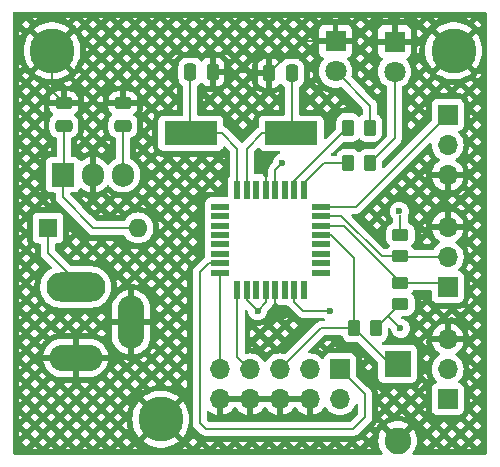
<source format=gbr>
%TF.GenerationSoftware,KiCad,Pcbnew,8.0.5*%
%TF.CreationDate,2024-11-04T19:37:10-07:00*%
%TF.ProjectId,ProjectPCB,50726f6a-6563-4745-9043-422e6b696361,rev?*%
%TF.SameCoordinates,Original*%
%TF.FileFunction,Copper,L1,Top*%
%TF.FilePolarity,Positive*%
%FSLAX46Y46*%
G04 Gerber Fmt 4.6, Leading zero omitted, Abs format (unit mm)*
G04 Created by KiCad (PCBNEW 8.0.5) date 2024-11-04 19:37:10*
%MOMM*%
%LPD*%
G01*
G04 APERTURE LIST*
G04 Aperture macros list*
%AMRoundRect*
0 Rectangle with rounded corners*
0 $1 Rounding radius*
0 $2 $3 $4 $5 $6 $7 $8 $9 X,Y pos of 4 corners*
0 Add a 4 corners polygon primitive as box body*
4,1,4,$2,$3,$4,$5,$6,$7,$8,$9,$2,$3,0*
0 Add four circle primitives for the rounded corners*
1,1,$1+$1,$2,$3*
1,1,$1+$1,$4,$5*
1,1,$1+$1,$6,$7*
1,1,$1+$1,$8,$9*
0 Add four rect primitives between the rounded corners*
20,1,$1+$1,$2,$3,$4,$5,0*
20,1,$1+$1,$4,$5,$6,$7,0*
20,1,$1+$1,$6,$7,$8,$9,0*
20,1,$1+$1,$8,$9,$2,$3,0*%
G04 Aperture macros list end*
%TA.AperFunction,ComponentPad*%
%ADD10C,3.800000*%
%TD*%
%TA.AperFunction,ComponentPad*%
%ADD11O,5.000000X2.500000*%
%TD*%
%TA.AperFunction,ComponentPad*%
%ADD12O,4.500000X2.250000*%
%TD*%
%TA.AperFunction,ComponentPad*%
%ADD13O,2.250000X4.500000*%
%TD*%
%TA.AperFunction,SMDPad,CuDef*%
%ADD14RoundRect,0.250000X0.262500X0.450000X-0.262500X0.450000X-0.262500X-0.450000X0.262500X-0.450000X0*%
%TD*%
%TA.AperFunction,ComponentPad*%
%ADD15R,1.700000X1.700000*%
%TD*%
%TA.AperFunction,ComponentPad*%
%ADD16O,1.700000X1.700000*%
%TD*%
%TA.AperFunction,SMDPad,CuDef*%
%ADD17R,4.500000X2.000000*%
%TD*%
%TA.AperFunction,ComponentPad*%
%ADD18R,2.250000X2.250000*%
%TD*%
%TA.AperFunction,ComponentPad*%
%ADD19C,2.250000*%
%TD*%
%TA.AperFunction,ComponentPad*%
%ADD20R,1.600000X1.600000*%
%TD*%
%TA.AperFunction,ComponentPad*%
%ADD21O,1.600000X1.600000*%
%TD*%
%TA.AperFunction,SMDPad,CuDef*%
%ADD22RoundRect,0.250000X-0.250000X-0.475000X0.250000X-0.475000X0.250000X0.475000X-0.250000X0.475000X0*%
%TD*%
%TA.AperFunction,SMDPad,CuDef*%
%ADD23RoundRect,0.250000X0.475000X-0.250000X0.475000X0.250000X-0.475000X0.250000X-0.475000X-0.250000X0*%
%TD*%
%TA.AperFunction,SMDPad,CuDef*%
%ADD24RoundRect,0.250000X0.250000X0.475000X-0.250000X0.475000X-0.250000X-0.475000X0.250000X-0.475000X0*%
%TD*%
%TA.AperFunction,ComponentPad*%
%ADD25R,1.905000X2.000000*%
%TD*%
%TA.AperFunction,ComponentPad*%
%ADD26O,1.905000X2.000000*%
%TD*%
%TA.AperFunction,SMDPad,CuDef*%
%ADD27R,0.550000X1.600000*%
%TD*%
%TA.AperFunction,SMDPad,CuDef*%
%ADD28R,1.600000X0.550000*%
%TD*%
%TA.AperFunction,SMDPad,CuDef*%
%ADD29RoundRect,0.250000X-0.450000X0.262500X-0.450000X-0.262500X0.450000X-0.262500X0.450000X0.262500X0*%
%TD*%
%TA.AperFunction,ComponentPad*%
%ADD30R,1.800000X1.800000*%
%TD*%
%TA.AperFunction,ComponentPad*%
%ADD31C,1.800000*%
%TD*%
%TA.AperFunction,SMDPad,CuDef*%
%ADD32RoundRect,0.250000X0.450000X-0.262500X0.450000X0.262500X-0.450000X0.262500X-0.450000X-0.262500X0*%
%TD*%
%TA.AperFunction,ViaPad*%
%ADD33C,0.600000*%
%TD*%
%TA.AperFunction,Conductor*%
%ADD34C,0.200000*%
%TD*%
G04 APERTURE END LIST*
D10*
%TO.P,H3,1,1*%
%TO.N,GND*%
X158000000Y-86000000D03*
%TD*%
%TO.P,H2,1,1*%
%TO.N,GND*%
X133200000Y-117200000D03*
%TD*%
%TO.P,H1,1,1*%
%TO.N,GND*%
X124000000Y-86000000D03*
%TD*%
D11*
%TO.P,J5,1*%
%TO.N,Net-(SW2-A)*%
X126000000Y-106000000D03*
D12*
%TO.P,J5,2*%
%TO.N,GND*%
X126000000Y-112000000D03*
D13*
%TO.P,J5,3*%
X130700000Y-109000000D03*
%TD*%
D14*
%TO.P,R4,1*%
%TO.N,Net-(D1-A)*%
X150912500Y-92500000D03*
%TO.P,R4,2*%
%TO.N,Net-(U1-PD4)*%
X149087500Y-92500000D03*
%TD*%
D15*
%TO.P,J3,1,Pin_1*%
%TO.N,Net-(J3-Pin_1)*%
X157500000Y-106000000D03*
D16*
%TO.P,J3,2,Pin_2*%
%TO.N,Net-(J3-Pin_2)*%
X157500000Y-103460000D03*
%TO.P,J3,3,Pin_3*%
%TO.N,GND*%
X157500000Y-100920000D03*
%TD*%
D17*
%TO.P,Y1,1,1*%
%TO.N,Net-(U1-XTAL1{slash}PB6)*%
X144250000Y-93000000D03*
%TO.P,Y1,2,2*%
%TO.N,Net-(U1-XTAL2{slash}PB7)*%
X135750000Y-93000000D03*
%TD*%
D18*
%TO.P,SW1,1,1*%
%TO.N,Net-(J1-Pin_5)*%
X153250000Y-112500000D03*
D19*
%TO.P,SW1,2,2*%
%TO.N,GND*%
X153250000Y-119000000D03*
%TD*%
D20*
%TO.P,SW2,1,A*%
%TO.N,Net-(SW2-A)*%
X123660000Y-101000000D03*
D21*
%TO.P,SW2,2,B*%
%TO.N,Net-(SW2-B)*%
X131280000Y-101000000D03*
%TD*%
D22*
%TO.P,C2,1*%
%TO.N,Net-(U1-XTAL2{slash}PB7)*%
X135700000Y-87800000D03*
%TO.P,C2,2*%
%TO.N,GND*%
X137600000Y-87800000D03*
%TD*%
D14*
%TO.P,R5,1*%
%TO.N,Net-(D2-A)*%
X150912500Y-95500000D03*
%TO.P,R5,2*%
%TO.N,Net-(U1-PD3)*%
X149087500Y-95500000D03*
%TD*%
D23*
%TO.P,C4,1*%
%TO.N,+5V*%
X130000000Y-92350000D03*
%TO.P,C4,2*%
%TO.N,GND*%
X130000000Y-90450000D03*
%TD*%
D24*
%TO.P,C1,1*%
%TO.N,Net-(U1-XTAL1{slash}PB6)*%
X144300000Y-87900000D03*
%TO.P,C1,2*%
%TO.N,GND*%
X142400000Y-87900000D03*
%TD*%
D15*
%TO.P,J1,1,Pin_1*%
%TO.N,Net-(J1-Pin_1)*%
X148375000Y-112975000D03*
D16*
%TO.P,J1,2,Pin_2*%
%TO.N,+5V*%
X148375000Y-115515000D03*
%TO.P,J1,3,Pin_3*%
%TO.N,unconnected-(J1-Pin_3-Pad3)*%
X145835000Y-112975000D03*
%TO.P,J1,4,Pin_4*%
%TO.N,GND*%
X145835000Y-115515000D03*
%TO.P,J1,5,Pin_5*%
%TO.N,Net-(J1-Pin_5)*%
X143295000Y-112975000D03*
%TO.P,J1,6,Pin_6*%
%TO.N,GND*%
X143295000Y-115515000D03*
%TO.P,J1,7,Pin_7*%
%TO.N,Net-(J1-Pin_7)*%
X140755000Y-112975000D03*
%TO.P,J1,8,Pin_8*%
%TO.N,GND*%
X140755000Y-115515000D03*
%TO.P,J1,9,Pin_9*%
%TO.N,Net-(J1-Pin_9)*%
X138215000Y-112975000D03*
%TO.P,J1,10,Pin_10*%
%TO.N,GND*%
X138215000Y-115515000D03*
%TD*%
D14*
%TO.P,R1,1*%
%TO.N,+5V*%
X151412500Y-109500000D03*
%TO.P,R1,2*%
%TO.N,Net-(J1-Pin_5)*%
X149587500Y-109500000D03*
%TD*%
D25*
%TO.P,U2,1,VI*%
%TO.N,Net-(SW2-B)*%
X124920000Y-96500000D03*
D26*
%TO.P,U2,2,GND*%
%TO.N,GND*%
X127460000Y-96500000D03*
%TO.P,U2,3,VO*%
%TO.N,+5V*%
X130000000Y-96500000D03*
%TD*%
D15*
%TO.P,J2,1,Pin_1*%
%TO.N,+5V*%
X157500000Y-115500000D03*
D16*
%TO.P,J2,2,Pin_2*%
%TO.N,Net-(J2-Pin_2)*%
X157500000Y-112960000D03*
%TO.P,J2,3,Pin_3*%
%TO.N,GND*%
X157500000Y-110420000D03*
%TD*%
D23*
%TO.P,C3,1*%
%TO.N,Net-(SW2-B)*%
X125000000Y-92350000D03*
%TO.P,C3,2*%
%TO.N,GND*%
X125000000Y-90450000D03*
%TD*%
D27*
%TO.P,U1,1,PD3*%
%TO.N,Net-(U1-PD3)*%
X145300000Y-97750000D03*
%TO.P,U1,2,PD4*%
%TO.N,Net-(U1-PD4)*%
X144500000Y-97750000D03*
%TO.P,U1,3,PE0*%
%TO.N,unconnected-(U1-PE0-Pad3)*%
X143700000Y-97750000D03*
%TO.P,U1,4,VCC*%
%TO.N,+5V*%
X142900000Y-97750000D03*
%TO.P,U1,5,GND*%
%TO.N,GND*%
X142100000Y-97750000D03*
%TO.P,U1,6,PE1*%
%TO.N,unconnected-(U1-PE1-Pad6)*%
X141300000Y-97750000D03*
%TO.P,U1,7,XTAL1/PB6*%
%TO.N,Net-(U1-XTAL1{slash}PB6)*%
X140500000Y-97750000D03*
%TO.P,U1,8,XTAL2/PB7*%
%TO.N,Net-(U1-XTAL2{slash}PB7)*%
X139700000Y-97750000D03*
D28*
%TO.P,U1,9,PD5*%
%TO.N,unconnected-(U1-PD5-Pad9)*%
X138250000Y-99200000D03*
%TO.P,U1,10,PD6*%
%TO.N,unconnected-(U1-PD6-Pad10)*%
X138250000Y-100000000D03*
%TO.P,U1,11,PD7*%
%TO.N,unconnected-(U1-PD7-Pad11)*%
X138250000Y-100800000D03*
%TO.P,U1,12,PB0*%
%TO.N,unconnected-(U1-PB0-Pad12)*%
X138250000Y-101600000D03*
%TO.P,U1,13,PB1*%
%TO.N,unconnected-(U1-PB1-Pad13)*%
X138250000Y-102400000D03*
%TO.P,U1,14,PB2*%
%TO.N,unconnected-(U1-PB2-Pad14)*%
X138250000Y-103200000D03*
%TO.P,U1,15,PB3*%
%TO.N,Net-(J1-Pin_1)*%
X138250000Y-104000000D03*
%TO.P,U1,16,PB4*%
%TO.N,Net-(J1-Pin_9)*%
X138250000Y-104800000D03*
D27*
%TO.P,U1,17,PB5*%
%TO.N,Net-(J1-Pin_7)*%
X139700000Y-106250000D03*
%TO.P,U1,18,AVCC*%
%TO.N,+5V*%
X140500000Y-106250000D03*
%TO.P,U1,19,PE2*%
%TO.N,unconnected-(U1-PE2-Pad19)*%
X141300000Y-106250000D03*
%TO.P,U1,20,AREF*%
%TO.N,+5V*%
X142100000Y-106250000D03*
%TO.P,U1,21,GND*%
%TO.N,GND*%
X142900000Y-106250000D03*
%TO.P,U1,22,PE3*%
%TO.N,unconnected-(U1-PE3-Pad22)*%
X143700000Y-106250000D03*
%TO.P,U1,23,PC0*%
%TO.N,Net-(J2-Pin_2)*%
X144500000Y-106250000D03*
%TO.P,U1,24,PC1*%
%TO.N,unconnected-(U1-PC1-Pad24)*%
X145300000Y-106250000D03*
D28*
%TO.P,U1,25,PC2*%
%TO.N,unconnected-(U1-PC2-Pad25)*%
X146750000Y-104800000D03*
%TO.P,U1,26,PC3*%
%TO.N,unconnected-(U1-PC3-Pad26)*%
X146750000Y-104000000D03*
%TO.P,U1,27,PC4*%
%TO.N,unconnected-(U1-PC4-Pad27)*%
X146750000Y-103200000D03*
%TO.P,U1,28,PC5*%
%TO.N,unconnected-(U1-PC5-Pad28)*%
X146750000Y-102400000D03*
%TO.P,U1,29,~{RESET}/PC6*%
%TO.N,Net-(J1-Pin_5)*%
X146750000Y-101600000D03*
%TO.P,U1,30,PD0*%
%TO.N,Net-(J3-Pin_1)*%
X146750000Y-100800000D03*
%TO.P,U1,31,PD1*%
%TO.N,Net-(J3-Pin_2)*%
X146750000Y-100000000D03*
%TO.P,U1,32,PD2*%
%TO.N,Net-(J4-Pin_1)*%
X146750000Y-99200000D03*
%TD*%
D29*
%TO.P,R3,1*%
%TO.N,Net-(J3-Pin_1)*%
X153500000Y-105627500D03*
%TO.P,R3,2*%
%TO.N,+5V*%
X153500000Y-107452500D03*
%TD*%
D30*
%TO.P,D2,1,K*%
%TO.N,GND*%
X153000000Y-85225000D03*
D31*
%TO.P,D2,2,A*%
%TO.N,Net-(D2-A)*%
X153000000Y-87765000D03*
%TD*%
D32*
%TO.P,R2,1*%
%TO.N,Net-(J3-Pin_2)*%
X153500000Y-103412500D03*
%TO.P,R2,2*%
%TO.N,+5V*%
X153500000Y-101587500D03*
%TD*%
D30*
%TO.P,D1,1,K*%
%TO.N,GND*%
X148000000Y-85185000D03*
D31*
%TO.P,D1,2,A*%
%TO.N,Net-(D1-A)*%
X148000000Y-87725000D03*
%TD*%
D15*
%TO.P,J4,1,Pin_1*%
%TO.N,Net-(J4-Pin_1)*%
X157500000Y-91420000D03*
D16*
%TO.P,J4,2,Pin_2*%
%TO.N,+5V*%
X157500000Y-93960000D03*
%TO.P,J4,3,Pin_3*%
%TO.N,GND*%
X157500000Y-96500000D03*
%TD*%
D33*
%TO.N,GND*%
X141500000Y-95500000D03*
X143400000Y-108000000D03*
%TO.N,+5V*%
X141400000Y-108000000D03*
X143500000Y-95500000D03*
X153400000Y-99600000D03*
X153500000Y-109500000D03*
%TO.N,Net-(J2-Pin_2)*%
X147500000Y-108000000D03*
%TD*%
D34*
%TO.N,Net-(SW2-A)*%
X123660000Y-103160000D02*
X123660000Y-101000000D01*
X126000000Y-105500000D02*
X123660000Y-103160000D01*
X126000000Y-106000000D02*
X126000000Y-105500000D01*
%TO.N,Net-(SW2-B)*%
X127500000Y-101000000D02*
X131280000Y-101000000D01*
X124920000Y-98420000D02*
X127500000Y-101000000D01*
X124920000Y-96500000D02*
X124920000Y-98420000D01*
%TO.N,Net-(D1-A)*%
X150912500Y-92500000D02*
X150912500Y-90637500D01*
X150912500Y-90637500D02*
X148000000Y-87725000D01*
%TO.N,Net-(U1-PD4)*%
X149000000Y-92500000D02*
X144500000Y-97000000D01*
X144500000Y-97000000D02*
X144500000Y-97750000D01*
X149087500Y-92500000D02*
X149000000Y-92500000D01*
%TO.N,GND*%
X143400000Y-108000000D02*
X142900000Y-107500000D01*
X141500000Y-95500000D02*
X142100000Y-96100000D01*
X145115000Y-85185000D02*
X148000000Y-85185000D01*
X142300000Y-87800000D02*
X142400000Y-87900000D01*
X142400000Y-87900000D02*
X145115000Y-85185000D01*
X137600000Y-87800000D02*
X142300000Y-87800000D01*
X142100000Y-96100000D02*
X142100000Y-97750000D01*
X142900000Y-107500000D02*
X142900000Y-106250000D01*
%TO.N,+5V*%
X130000000Y-92350000D02*
X130000000Y-96500000D01*
X141400000Y-108000000D02*
X140500000Y-107100000D01*
X143500000Y-95500000D02*
X142900000Y-96100000D01*
X153500000Y-99900000D02*
X153500000Y-101587500D01*
X151452500Y-109500000D02*
X151412500Y-109500000D01*
X140500000Y-107100000D02*
X140500000Y-106250000D01*
X152476250Y-108476250D02*
X151452500Y-109500000D01*
X142100000Y-107300000D02*
X142100000Y-106250000D01*
X153500000Y-107452500D02*
X152476250Y-108476250D01*
X152476250Y-108476250D02*
X153500000Y-109500000D01*
X141400000Y-108000000D02*
X142100000Y-107300000D01*
X153400000Y-99600000D02*
X153500000Y-99700000D01*
X142900000Y-96100000D02*
X142900000Y-97750000D01*
%TO.N,Net-(D2-A)*%
X153000000Y-93412500D02*
X153000000Y-87765000D01*
X150912500Y-95500000D02*
X153000000Y-93412500D01*
%TO.N,Net-(J1-Pin_7)*%
X139700000Y-111920000D02*
X139700000Y-106250000D01*
X140755000Y-112975000D02*
X139700000Y-111920000D01*
%TO.N,Net-(U1-XTAL2{slash}PB7)*%
X139700000Y-97750000D02*
X139700000Y-94300000D01*
X138400000Y-93000000D02*
X135750000Y-93000000D01*
X139700000Y-94300000D02*
X138400000Y-93000000D01*
X135700000Y-87800000D02*
X135700000Y-92950000D01*
X135700000Y-92950000D02*
X135750000Y-93000000D01*
%TO.N,Net-(U1-PD3)*%
X147000000Y-95500000D02*
X149087500Y-95500000D01*
X145300000Y-97200000D02*
X147000000Y-95500000D01*
X145300000Y-97750000D02*
X145300000Y-97200000D01*
%TO.N,Net-(J3-Pin_1)*%
X148734314Y-100800000D02*
X146750000Y-100800000D01*
X153587500Y-105540000D02*
X153500000Y-105627500D01*
X153500000Y-105565686D02*
X148734314Y-100800000D01*
X153500000Y-105627500D02*
X157127500Y-105627500D01*
X153500000Y-105627500D02*
X153500000Y-105565686D01*
X157127500Y-105627500D02*
X157500000Y-106000000D01*
%TO.N,Net-(J2-Pin_2)*%
X144500000Y-107250000D02*
X144500000Y-106250000D01*
X145250000Y-108000000D02*
X144500000Y-107250000D01*
X147500000Y-108000000D02*
X145250000Y-108000000D01*
%TO.N,Net-(U1-XTAL1{slash}PB6)*%
X144300000Y-92950000D02*
X144250000Y-93000000D01*
X140500000Y-94300000D02*
X141800000Y-93000000D01*
X144300000Y-87900000D02*
X144300000Y-92950000D01*
X140500000Y-97750000D02*
X140500000Y-94300000D01*
X141800000Y-93000000D02*
X144250000Y-93000000D01*
%TO.N,Net-(J1-Pin_5)*%
X146750000Y-101600000D02*
X147625000Y-101600000D01*
X149587500Y-103562500D02*
X149000000Y-102975000D01*
X143295000Y-112975000D02*
X146770000Y-109500000D01*
X149587500Y-109500000D02*
X152587500Y-112500000D01*
X147625000Y-101600000D02*
X149000000Y-102975000D01*
X149587500Y-109500000D02*
X149587500Y-103562500D01*
X146770000Y-109500000D02*
X149587500Y-109500000D01*
X152587500Y-112500000D02*
X153000000Y-112500000D01*
%TO.N,Net-(J1-Pin_9)*%
X138250000Y-106900000D02*
X138250000Y-104800000D01*
X138215000Y-106935000D02*
X138250000Y-106900000D01*
X138215000Y-106935000D02*
X138215000Y-112975000D01*
X138380000Y-104930000D02*
X138250000Y-104800000D01*
%TO.N,Net-(SW2-B)*%
X125000000Y-92350000D02*
X125000000Y-96420000D01*
X125000000Y-96420000D02*
X124920000Y-96500000D01*
X125380000Y-96500000D02*
X124920000Y-96500000D01*
%TO.N,Net-(J1-Pin_1)*%
X137000000Y-118000000D02*
X136500000Y-117500000D01*
X148375000Y-112975000D02*
X150500000Y-115100000D01*
X136500000Y-104750000D02*
X137250000Y-104000000D01*
X150500000Y-117000000D02*
X149500000Y-118000000D01*
X149500000Y-118000000D02*
X137000000Y-118000000D01*
X136500000Y-117500000D02*
X136500000Y-104750000D01*
X150500000Y-115100000D02*
X150500000Y-117000000D01*
X137250000Y-104000000D02*
X138250000Y-104000000D01*
%TO.N,Net-(J3-Pin_2)*%
X148500000Y-100000000D02*
X146750000Y-100000000D01*
X151912500Y-103412500D02*
X148500000Y-100000000D01*
X153547500Y-103460000D02*
X153500000Y-103412500D01*
X153500000Y-103412500D02*
X151912500Y-103412500D01*
X153587500Y-103000000D02*
X153500000Y-102912500D01*
X157500000Y-103460000D02*
X153547500Y-103460000D01*
%TO.N,Net-(J4-Pin_1)*%
X157500000Y-91420000D02*
X149720000Y-99200000D01*
X149720000Y-99200000D02*
X146750000Y-99200000D01*
%TO.N,GND*%
X130000000Y-90450000D02*
X125000000Y-90450000D01*
X125000000Y-90450000D02*
X124000000Y-89450000D01*
X124000000Y-89450000D02*
X124000000Y-86000000D01*
%TD*%
%TA.AperFunction,Conductor*%
%TO.N,GND*%
G36*
X149824311Y-115871307D02*
G01*
X149878190Y-115915792D01*
X149899465Y-115982344D01*
X149899500Y-115985296D01*
X149899500Y-116699902D01*
X149879815Y-116766941D01*
X149863181Y-116787583D01*
X149287584Y-117363181D01*
X149226261Y-117396666D01*
X149199903Y-117399500D01*
X137300098Y-117399500D01*
X137233059Y-117379815D01*
X137212417Y-117363181D01*
X137136819Y-117287583D01*
X137103334Y-117226260D01*
X137100500Y-117199902D01*
X137100500Y-116609050D01*
X137120185Y-116542011D01*
X137172989Y-116496256D01*
X137242147Y-116486312D01*
X137305703Y-116515337D01*
X137312181Y-116521369D01*
X137343917Y-116553105D01*
X137537421Y-116688600D01*
X137751507Y-116788429D01*
X137751516Y-116788433D01*
X137965000Y-116845634D01*
X137965000Y-115948012D01*
X138022007Y-115980925D01*
X138149174Y-116015000D01*
X138280826Y-116015000D01*
X138407993Y-115980925D01*
X138465000Y-115948012D01*
X138465000Y-116845633D01*
X138678483Y-116788433D01*
X138678492Y-116788429D01*
X138892578Y-116688600D01*
X139086082Y-116553105D01*
X139253105Y-116386082D01*
X139383425Y-116199968D01*
X139438002Y-116156344D01*
X139507501Y-116149151D01*
X139569855Y-116180673D01*
X139586575Y-116199968D01*
X139716894Y-116386082D01*
X139883917Y-116553105D01*
X140077421Y-116688600D01*
X140291507Y-116788429D01*
X140291516Y-116788433D01*
X140505000Y-116845634D01*
X140505000Y-115948012D01*
X140562007Y-115980925D01*
X140689174Y-116015000D01*
X140820826Y-116015000D01*
X140947993Y-115980925D01*
X141005000Y-115948012D01*
X141005000Y-116845633D01*
X141218483Y-116788433D01*
X141218492Y-116788429D01*
X141432578Y-116688600D01*
X141626082Y-116553105D01*
X141793105Y-116386082D01*
X141923425Y-116199968D01*
X141978002Y-116156344D01*
X142047501Y-116149151D01*
X142109855Y-116180673D01*
X142126575Y-116199968D01*
X142256894Y-116386082D01*
X142423917Y-116553105D01*
X142617421Y-116688600D01*
X142831507Y-116788429D01*
X142831516Y-116788433D01*
X143045000Y-116845634D01*
X143045000Y-115948012D01*
X143102007Y-115980925D01*
X143229174Y-116015000D01*
X143360826Y-116015000D01*
X143487993Y-115980925D01*
X143545000Y-115948012D01*
X143545000Y-116845633D01*
X143758483Y-116788433D01*
X143758492Y-116788429D01*
X143972578Y-116688600D01*
X144166082Y-116553105D01*
X144333105Y-116386082D01*
X144463425Y-116199968D01*
X144518002Y-116156344D01*
X144587501Y-116149151D01*
X144649855Y-116180673D01*
X144666575Y-116199968D01*
X144796894Y-116386082D01*
X144963917Y-116553105D01*
X145157421Y-116688600D01*
X145371507Y-116788429D01*
X145371516Y-116788433D01*
X145585000Y-116845634D01*
X145585000Y-115948012D01*
X145642007Y-115980925D01*
X145769174Y-116015000D01*
X145900826Y-116015000D01*
X146027993Y-115980925D01*
X146085000Y-115948012D01*
X146085000Y-116845633D01*
X146298483Y-116788433D01*
X146298492Y-116788429D01*
X146512578Y-116688600D01*
X146706082Y-116553105D01*
X146873105Y-116386082D01*
X147003119Y-116200405D01*
X147057696Y-116156781D01*
X147127195Y-116149588D01*
X147189549Y-116181110D01*
X147206269Y-116200405D01*
X147336505Y-116386401D01*
X147503599Y-116553495D01*
X147563850Y-116595683D01*
X147697165Y-116689032D01*
X147697167Y-116689033D01*
X147697170Y-116689035D01*
X147911337Y-116788903D01*
X147911343Y-116788904D01*
X147911344Y-116788905D01*
X147929587Y-116793793D01*
X148139592Y-116850063D01*
X148327918Y-116866539D01*
X148374999Y-116870659D01*
X148375000Y-116870659D01*
X148375001Y-116870659D01*
X148414234Y-116867226D01*
X148610408Y-116850063D01*
X148838663Y-116788903D01*
X149052830Y-116689035D01*
X149246401Y-116553495D01*
X149413495Y-116386401D01*
X149549035Y-116192830D01*
X149648903Y-115978663D01*
X149655725Y-115953204D01*
X149692089Y-115893543D01*
X149754936Y-115863013D01*
X149824311Y-115871307D01*
G37*
%TD.AperFunction*%
%TA.AperFunction,Conductor*%
G36*
X140289075Y-115322007D02*
G01*
X140255000Y-115449174D01*
X140255000Y-115580826D01*
X140289075Y-115707993D01*
X140321988Y-115765000D01*
X138648012Y-115765000D01*
X138680925Y-115707993D01*
X138715000Y-115580826D01*
X138715000Y-115449174D01*
X138680925Y-115322007D01*
X138648012Y-115265000D01*
X140321988Y-115265000D01*
X140289075Y-115322007D01*
G37*
%TD.AperFunction*%
%TA.AperFunction,Conductor*%
G36*
X142829075Y-115322007D02*
G01*
X142795000Y-115449174D01*
X142795000Y-115580826D01*
X142829075Y-115707993D01*
X142861988Y-115765000D01*
X141188012Y-115765000D01*
X141220925Y-115707993D01*
X141255000Y-115580826D01*
X141255000Y-115449174D01*
X141220925Y-115322007D01*
X141188012Y-115265000D01*
X142861988Y-115265000D01*
X142829075Y-115322007D01*
G37*
%TD.AperFunction*%
%TA.AperFunction,Conductor*%
G36*
X145369075Y-115322007D02*
G01*
X145335000Y-115449174D01*
X145335000Y-115580826D01*
X145369075Y-115707993D01*
X145401988Y-115765000D01*
X143728012Y-115765000D01*
X143760925Y-115707993D01*
X143795000Y-115580826D01*
X143795000Y-115449174D01*
X143760925Y-115322007D01*
X143728012Y-115265000D01*
X145401988Y-115265000D01*
X145369075Y-115322007D01*
G37*
%TD.AperFunction*%
%TA.AperFunction,Conductor*%
G36*
X142987681Y-107303089D02*
G01*
X142999261Y-107316452D01*
X143044211Y-107376497D01*
X143067455Y-107407547D01*
X143100309Y-107432141D01*
X143142181Y-107488074D01*
X143150000Y-107531409D01*
X143150000Y-107550000D01*
X143222828Y-107550000D01*
X143222839Y-107549999D01*
X143284395Y-107543380D01*
X143310909Y-107543380D01*
X143317514Y-107544090D01*
X143317517Y-107544091D01*
X143377127Y-107550500D01*
X143908503Y-107550499D01*
X143975542Y-107570183D01*
X144015889Y-107612498D01*
X144019475Y-107618709D01*
X144019481Y-107618717D01*
X144138349Y-107737585D01*
X144138355Y-107737590D01*
X144765139Y-108364374D01*
X144765149Y-108364385D01*
X144769479Y-108368715D01*
X144769480Y-108368716D01*
X144881284Y-108480520D01*
X144951517Y-108521068D01*
X144968095Y-108530639D01*
X144968097Y-108530641D01*
X144995834Y-108546655D01*
X145018215Y-108559577D01*
X145170943Y-108600500D01*
X146917588Y-108600500D01*
X146984627Y-108620185D01*
X146994903Y-108627555D01*
X146997736Y-108629814D01*
X146997738Y-108629816D01*
X147055183Y-108665911D01*
X147062496Y-108670506D01*
X147108787Y-108722841D01*
X147119435Y-108791894D01*
X147091060Y-108855743D01*
X147032670Y-108894115D01*
X146996524Y-108899500D01*
X146849057Y-108899500D01*
X146690943Y-108899500D01*
X146538215Y-108940423D01*
X146538214Y-108940423D01*
X146538212Y-108940424D01*
X146538209Y-108940425D01*
X146503066Y-108960716D01*
X146503064Y-108960717D01*
X146401290Y-109019475D01*
X146401282Y-109019481D01*
X146289478Y-109131286D01*
X143778530Y-111642233D01*
X143717207Y-111675718D01*
X143658756Y-111674327D01*
X143530413Y-111639938D01*
X143530403Y-111639936D01*
X143295001Y-111619341D01*
X143294999Y-111619341D01*
X143059596Y-111639936D01*
X143059586Y-111639938D01*
X142831344Y-111701094D01*
X142831337Y-111701096D01*
X142831337Y-111701097D01*
X142824121Y-111704462D01*
X142617171Y-111800964D01*
X142617169Y-111800965D01*
X142423597Y-111936505D01*
X142256505Y-112103597D01*
X142126575Y-112289158D01*
X142071998Y-112332783D01*
X142002500Y-112339977D01*
X141940145Y-112308454D01*
X141923425Y-112289158D01*
X141793494Y-112103597D01*
X141626402Y-111936506D01*
X141626395Y-111936501D01*
X141623297Y-111934332D01*
X141549518Y-111882671D01*
X141432834Y-111800967D01*
X141432830Y-111800965D01*
X141376106Y-111774514D01*
X141218663Y-111701097D01*
X141218659Y-111701096D01*
X141218655Y-111701094D01*
X140990413Y-111639938D01*
X140990403Y-111639936D01*
X140755001Y-111619341D01*
X140754999Y-111619341D01*
X140519596Y-111639936D01*
X140519586Y-111639938D01*
X140456593Y-111656817D01*
X140386743Y-111655154D01*
X140328880Y-111615991D01*
X140301377Y-111551762D01*
X140300500Y-111537042D01*
X140300500Y-111349495D01*
X141972342Y-111349495D01*
X142145872Y-111523025D01*
X142340433Y-111386793D01*
X142344939Y-111383782D01*
X142354139Y-111377922D01*
X142358754Y-111375122D01*
X142377579Y-111364253D01*
X142382316Y-111361654D01*
X142391994Y-111356615D01*
X142396854Y-111354218D01*
X142594729Y-111261946D01*
X142327310Y-110994527D01*
X141972342Y-111349495D01*
X140300500Y-111349495D01*
X140300500Y-111109123D01*
X140798500Y-111109123D01*
X140798500Y-111123244D01*
X141044640Y-111144780D01*
X141050010Y-111145368D01*
X141060824Y-111146791D01*
X141066180Y-111147615D01*
X141066184Y-111147615D01*
X140913096Y-110994527D01*
X140798500Y-111109123D01*
X140300500Y-111109123D01*
X140300500Y-110642388D01*
X141265235Y-110642388D01*
X141620203Y-110997356D01*
X141975171Y-110642388D01*
X142679449Y-110642388D01*
X143034417Y-110997356D01*
X143389385Y-110642388D01*
X143034417Y-110287420D01*
X142679449Y-110642388D01*
X141975171Y-110642388D01*
X141620203Y-110287420D01*
X141265235Y-110642388D01*
X140300500Y-110642388D01*
X140300500Y-109694909D01*
X140798500Y-109694909D01*
X140798500Y-110175653D01*
X140913096Y-110290249D01*
X141268064Y-109935281D01*
X141972341Y-109935281D01*
X142327310Y-110290249D01*
X142682278Y-109935281D01*
X143386554Y-109935281D01*
X143741523Y-110290249D01*
X144096491Y-109935281D01*
X143741523Y-109580312D01*
X143386554Y-109935281D01*
X142682278Y-109935281D01*
X142327310Y-109580313D01*
X141972341Y-109935281D01*
X141268064Y-109935281D01*
X140913096Y-109580313D01*
X140798500Y-109694909D01*
X140300500Y-109694909D01*
X140300500Y-109299575D01*
X141336635Y-109299575D01*
X141620203Y-109583143D01*
X141975171Y-109228175D01*
X142679449Y-109228175D01*
X143034417Y-109583143D01*
X143389385Y-109228175D01*
X144093662Y-109228175D01*
X144448630Y-109583143D01*
X144803598Y-109228175D01*
X144448630Y-108873207D01*
X144093662Y-109228175D01*
X143389385Y-109228175D01*
X143034417Y-108873207D01*
X142679449Y-109228175D01*
X141975171Y-109228175D01*
X141935141Y-109188145D01*
X141933693Y-109188746D01*
X141927196Y-109191227D01*
X141730540Y-109260040D01*
X141723909Y-109262153D01*
X141710426Y-109266037D01*
X141703695Y-109267773D01*
X141676439Y-109273994D01*
X141669613Y-109275352D01*
X141655785Y-109277701D01*
X141648901Y-109278672D01*
X141441867Y-109301998D01*
X141434941Y-109302583D01*
X141420935Y-109303370D01*
X141413978Y-109303565D01*
X141386022Y-109303565D01*
X141379065Y-109303370D01*
X141365059Y-109302583D01*
X141358133Y-109301998D01*
X141336635Y-109299575D01*
X140300500Y-109299575D01*
X140300500Y-108049097D01*
X140320185Y-107982058D01*
X140372989Y-107936303D01*
X140442147Y-107926359D01*
X140505703Y-107955384D01*
X140512181Y-107961416D01*
X140569298Y-108018533D01*
X140602783Y-108079856D01*
X140604837Y-108092330D01*
X140614630Y-108179249D01*
X140674210Y-108349521D01*
X140756523Y-108480520D01*
X140770184Y-108502262D01*
X140897738Y-108629816D01*
X140927736Y-108648665D01*
X141032721Y-108714632D01*
X141050478Y-108725789D01*
X141142112Y-108757853D01*
X141220745Y-108785368D01*
X141220750Y-108785369D01*
X141399996Y-108805565D01*
X141400000Y-108805565D01*
X141400004Y-108805565D01*
X141579249Y-108785369D01*
X141579252Y-108785368D01*
X141579255Y-108785368D01*
X141693971Y-108745227D01*
X143610714Y-108745227D01*
X143741523Y-108876036D01*
X144096491Y-108521067D01*
X144028052Y-108452628D01*
X143992154Y-108504636D01*
X143972332Y-108527010D01*
X143854181Y-108631683D01*
X143829580Y-108648665D01*
X143689812Y-108722021D01*
X143661861Y-108732621D01*
X143610714Y-108745227D01*
X141693971Y-108745227D01*
X141749193Y-108725904D01*
X142477441Y-108725904D01*
X142682278Y-108521068D01*
X142616416Y-108455206D01*
X142591227Y-108527195D01*
X142588746Y-108533693D01*
X142583377Y-108546655D01*
X142580536Y-108553005D01*
X142568406Y-108578193D01*
X142565211Y-108584377D01*
X142558425Y-108596654D01*
X142554894Y-108602640D01*
X142477441Y-108725904D01*
X141749193Y-108725904D01*
X141749522Y-108725789D01*
X141902262Y-108629816D01*
X142029816Y-108502262D01*
X142125789Y-108349522D01*
X142185368Y-108179255D01*
X142195161Y-108092329D01*
X142222226Y-108027918D01*
X142230690Y-108018543D01*
X142458506Y-107790728D01*
X142458511Y-107790724D01*
X142468714Y-107780520D01*
X142468716Y-107780520D01*
X142580520Y-107668716D01*
X142639617Y-107566354D01*
X142657182Y-107543464D01*
X142657920Y-107539754D01*
X142657473Y-107539635D01*
X142659301Y-107532812D01*
X142659440Y-107532114D01*
X142659573Y-107531790D01*
X142659577Y-107531784D01*
X142671803Y-107486155D01*
X142708166Y-107426497D01*
X142717253Y-107418993D01*
X142732546Y-107407546D01*
X142800734Y-107316457D01*
X142856667Y-107274588D01*
X142926358Y-107269604D01*
X142987681Y-107303089D01*
G37*
%TD.AperFunction*%
%TA.AperFunction,Conductor*%
G36*
X141522111Y-94229636D02*
G01*
X141578044Y-94271506D01*
X141642455Y-94357547D01*
X141757664Y-94443793D01*
X141757671Y-94443797D01*
X141892517Y-94494091D01*
X141892516Y-94494091D01*
X141899444Y-94494835D01*
X141952127Y-94500500D01*
X143202888Y-94500499D01*
X143269925Y-94520184D01*
X143315680Y-94572987D01*
X143325624Y-94642146D01*
X143296599Y-94705702D01*
X143243842Y-94741540D01*
X143150479Y-94774209D01*
X142997737Y-94870184D01*
X142870184Y-94997737D01*
X142774210Y-95150478D01*
X142714630Y-95320750D01*
X142704837Y-95407668D01*
X142677770Y-95472082D01*
X142669299Y-95481465D01*
X142531286Y-95619478D01*
X142419481Y-95731282D01*
X142419477Y-95731287D01*
X142377196Y-95804522D01*
X142340424Y-95868211D01*
X142340423Y-95868212D01*
X142333314Y-95894744D01*
X142299499Y-96020943D01*
X142299499Y-96020945D01*
X142299499Y-96189046D01*
X142299500Y-96189059D01*
X142299500Y-96509045D01*
X142279815Y-96576084D01*
X142272504Y-96585157D01*
X142272768Y-96585355D01*
X142199266Y-96683540D01*
X142143332Y-96725411D01*
X142073641Y-96730395D01*
X142012318Y-96696909D01*
X142000734Y-96683540D01*
X141932548Y-96592456D01*
X141932546Y-96592455D01*
X141932546Y-96592454D01*
X141899686Y-96567855D01*
X141857817Y-96511921D01*
X141850000Y-96468590D01*
X141850000Y-96450000D01*
X141777166Y-96450000D01*
X141715595Y-96456619D01*
X141689088Y-96456619D01*
X141677279Y-96455349D01*
X141622873Y-96449500D01*
X141622867Y-96449500D01*
X141224500Y-96449500D01*
X141157461Y-96429815D01*
X141111706Y-96377011D01*
X141100500Y-96325500D01*
X141100500Y-94600097D01*
X141120185Y-94533058D01*
X141136819Y-94512416D01*
X141225580Y-94423655D01*
X141391099Y-94258135D01*
X141452420Y-94224652D01*
X141522111Y-94229636D01*
G37*
%TD.AperFunction*%
%TA.AperFunction,Conductor*%
G36*
X160742539Y-82720185D02*
G01*
X160788294Y-82772989D01*
X160799500Y-82824500D01*
X160799500Y-120075500D01*
X160779815Y-120142539D01*
X160727011Y-120188294D01*
X160675500Y-120199500D01*
X154631524Y-120199500D01*
X154564485Y-120179815D01*
X154518730Y-120127011D01*
X154508786Y-120057853D01*
X154537233Y-119994969D01*
X154568720Y-119958101D01*
X154568721Y-119958100D01*
X154702363Y-119740015D01*
X154702365Y-119740012D01*
X154718317Y-119701500D01*
X156247753Y-119701500D01*
X156691138Y-119701500D01*
X157661967Y-119701500D01*
X158105351Y-119701500D01*
X159076181Y-119701500D01*
X159519565Y-119701500D01*
X159297873Y-119479808D01*
X159076181Y-119701500D01*
X158105351Y-119701500D01*
X157883659Y-119479808D01*
X157661967Y-119701500D01*
X156691138Y-119701500D01*
X156469445Y-119479807D01*
X156247753Y-119701500D01*
X154718317Y-119701500D01*
X154800247Y-119503702D01*
X154859957Y-119254989D01*
X154869977Y-119127669D01*
X155407370Y-119127669D01*
X155762339Y-119482638D01*
X156117307Y-119127670D01*
X156821584Y-119127670D01*
X157176552Y-119482638D01*
X157531520Y-119127670D01*
X158235798Y-119127670D01*
X158590766Y-119482638D01*
X158945734Y-119127670D01*
X159650011Y-119127670D01*
X160004979Y-119482638D01*
X160301500Y-119186117D01*
X160301500Y-119069222D01*
X160004979Y-118772701D01*
X159650011Y-119127670D01*
X158945734Y-119127670D01*
X158590766Y-118772702D01*
X158235798Y-119127670D01*
X157531520Y-119127670D01*
X157176552Y-118772702D01*
X156821584Y-119127670D01*
X156117307Y-119127670D01*
X155762338Y-118772701D01*
X155407370Y-119127669D01*
X154869977Y-119127669D01*
X154880024Y-119000000D01*
X154859957Y-118745010D01*
X154800247Y-118496297D01*
X154702365Y-118259987D01*
X154702363Y-118259984D01*
X154693756Y-118245939D01*
X155235576Y-118245939D01*
X155264079Y-118314751D01*
X155265854Y-118319285D01*
X155269248Y-118328485D01*
X155270840Y-118333074D01*
X155276887Y-118351679D01*
X155278301Y-118356341D01*
X155280970Y-118365802D01*
X155282202Y-118370522D01*
X155316670Y-118514092D01*
X155410198Y-118420563D01*
X156114477Y-118420563D01*
X156469445Y-118775531D01*
X156824414Y-118420563D01*
X157528691Y-118420563D01*
X157883659Y-118775531D01*
X158238627Y-118420563D01*
X158942905Y-118420563D01*
X159297873Y-118775531D01*
X159652841Y-118420563D01*
X159297873Y-118065595D01*
X158942905Y-118420563D01*
X158238627Y-118420563D01*
X157883659Y-118065595D01*
X157528691Y-118420563D01*
X156824414Y-118420563D01*
X156469445Y-118065594D01*
X156114477Y-118420563D01*
X155410198Y-118420563D01*
X155410199Y-118420562D01*
X155235576Y-118245939D01*
X154693756Y-118245939D01*
X154568719Y-118041897D01*
X154565465Y-118038087D01*
X153851041Y-118752510D01*
X153826022Y-118692110D01*
X153754888Y-118585649D01*
X153664351Y-118495112D01*
X153557890Y-118423978D01*
X153497488Y-118398958D01*
X154182989Y-117713456D01*
X155407371Y-117713456D01*
X155762339Y-118068424D01*
X156117307Y-117713456D01*
X156117306Y-117713455D01*
X156821583Y-117713455D01*
X157176552Y-118068424D01*
X157531520Y-117713456D01*
X157531519Y-117713455D01*
X158235797Y-117713455D01*
X158590766Y-118068424D01*
X158945734Y-117713456D01*
X159650011Y-117713456D01*
X160004979Y-118068424D01*
X160301500Y-117771903D01*
X160301500Y-117655008D01*
X160004979Y-117358487D01*
X159650011Y-117713456D01*
X158945734Y-117713456D01*
X158590765Y-117358487D01*
X158235797Y-117713455D01*
X157531519Y-117713455D01*
X157176551Y-117358487D01*
X156821583Y-117713455D01*
X156117306Y-117713455D01*
X155762339Y-117358488D01*
X155407371Y-117713456D01*
X154182989Y-117713456D01*
X154211912Y-117684533D01*
X154208107Y-117681284D01*
X154208098Y-117681277D01*
X153990015Y-117547636D01*
X153990012Y-117547634D01*
X153753702Y-117449752D01*
X153504988Y-117390042D01*
X153504989Y-117390042D01*
X153250000Y-117369975D01*
X152995010Y-117390042D01*
X152746297Y-117449752D01*
X152509987Y-117547634D01*
X152509984Y-117547636D01*
X152291893Y-117681282D01*
X152288086Y-117684532D01*
X153002512Y-118398958D01*
X152942110Y-118423978D01*
X152835649Y-118495112D01*
X152745112Y-118585649D01*
X152673978Y-118692110D01*
X152648958Y-118752512D01*
X151934532Y-118038086D01*
X151931282Y-118041893D01*
X151797636Y-118259984D01*
X151797634Y-118259987D01*
X151699752Y-118496297D01*
X151640042Y-118745010D01*
X151619975Y-119000000D01*
X151640042Y-119254989D01*
X151699752Y-119503702D01*
X151797634Y-119740012D01*
X151797636Y-119740015D01*
X151931278Y-119958100D01*
X151931279Y-119958101D01*
X151962767Y-119994969D01*
X151991337Y-120058730D01*
X151980899Y-120127816D01*
X151934768Y-120180292D01*
X151868476Y-120199500D01*
X120824500Y-120199500D01*
X120757461Y-120179815D01*
X120711706Y-120127011D01*
X120700500Y-120075500D01*
X120700500Y-119701500D01*
X122306628Y-119701500D01*
X122750012Y-119701500D01*
X123720842Y-119701500D01*
X124164226Y-119701500D01*
X125135055Y-119701500D01*
X125578439Y-119701500D01*
X126549269Y-119701500D01*
X126992653Y-119701500D01*
X127963482Y-119701500D01*
X128406866Y-119701500D01*
X129377696Y-119701500D01*
X129821080Y-119701500D01*
X130791909Y-119701500D01*
X131235294Y-119701500D01*
X135034550Y-119701500D01*
X135477934Y-119701500D01*
X136448764Y-119701500D01*
X136892148Y-119701500D01*
X137862977Y-119701500D01*
X138306361Y-119701500D01*
X139277191Y-119701500D01*
X139720575Y-119701500D01*
X140691404Y-119701500D01*
X141134788Y-119701500D01*
X142105618Y-119701500D01*
X142549002Y-119701500D01*
X143519831Y-119701500D01*
X143963216Y-119701500D01*
X144934045Y-119701500D01*
X145377429Y-119701500D01*
X146348259Y-119701500D01*
X146791643Y-119701500D01*
X147762472Y-119701500D01*
X148205856Y-119701500D01*
X149176686Y-119701500D01*
X149620070Y-119701500D01*
X150590899Y-119701500D01*
X151034283Y-119701500D01*
X150812591Y-119479808D01*
X150590899Y-119701500D01*
X149620070Y-119701500D01*
X149398378Y-119479808D01*
X149176686Y-119701500D01*
X148205856Y-119701500D01*
X147984164Y-119479808D01*
X147762472Y-119701500D01*
X146791643Y-119701500D01*
X146569951Y-119479808D01*
X146348259Y-119701500D01*
X145377429Y-119701500D01*
X145155737Y-119479808D01*
X144934045Y-119701500D01*
X143963216Y-119701500D01*
X143741523Y-119479807D01*
X143519831Y-119701500D01*
X142549002Y-119701500D01*
X142327310Y-119479808D01*
X142105618Y-119701500D01*
X141134788Y-119701500D01*
X140913096Y-119479808D01*
X140691404Y-119701500D01*
X139720575Y-119701500D01*
X139498883Y-119479808D01*
X139277191Y-119701500D01*
X138306361Y-119701500D01*
X138084669Y-119479808D01*
X137862977Y-119701500D01*
X136892148Y-119701500D01*
X136670456Y-119479808D01*
X136448764Y-119701500D01*
X135477934Y-119701500D01*
X135256242Y-119479808D01*
X135034550Y-119701500D01*
X131235294Y-119701500D01*
X131013601Y-119479807D01*
X130791909Y-119701500D01*
X129821080Y-119701500D01*
X129599388Y-119479808D01*
X129377696Y-119701500D01*
X128406866Y-119701500D01*
X128185174Y-119479808D01*
X127963482Y-119701500D01*
X126992653Y-119701500D01*
X126770961Y-119479808D01*
X126549269Y-119701500D01*
X125578439Y-119701500D01*
X125356747Y-119479808D01*
X125135055Y-119701500D01*
X124164226Y-119701500D01*
X123942534Y-119479808D01*
X123720842Y-119701500D01*
X122750012Y-119701500D01*
X122528320Y-119479808D01*
X122306628Y-119701500D01*
X120700500Y-119701500D01*
X120700500Y-119127670D01*
X121466245Y-119127670D01*
X121821213Y-119482638D01*
X122176181Y-119127670D01*
X122880459Y-119127670D01*
X123235427Y-119482638D01*
X123590395Y-119127670D01*
X124294672Y-119127670D01*
X124649640Y-119482638D01*
X125004608Y-119127670D01*
X125708886Y-119127670D01*
X126063854Y-119482638D01*
X126418822Y-119127670D01*
X127123099Y-119127670D01*
X127478067Y-119482638D01*
X127833036Y-119127670D01*
X128537313Y-119127670D01*
X128892281Y-119482638D01*
X129247249Y-119127670D01*
X129951527Y-119127670D01*
X130306495Y-119482638D01*
X130661463Y-119127670D01*
X130306495Y-118772702D01*
X129951527Y-119127670D01*
X129247249Y-119127670D01*
X128892281Y-118772702D01*
X128537313Y-119127670D01*
X127833036Y-119127670D01*
X127478067Y-118772701D01*
X127123099Y-119127670D01*
X126418822Y-119127670D01*
X126063854Y-118772702D01*
X125708886Y-119127670D01*
X125004608Y-119127670D01*
X124649640Y-118772702D01*
X124294672Y-119127670D01*
X123590395Y-119127670D01*
X123235427Y-118772702D01*
X122880459Y-119127670D01*
X122176181Y-119127670D01*
X121821213Y-118772702D01*
X121466245Y-119127670D01*
X120700500Y-119127670D01*
X120700500Y-118691137D01*
X121198500Y-118691137D01*
X121469074Y-118420563D01*
X122173352Y-118420563D01*
X122528320Y-118775531D01*
X122883288Y-118420563D01*
X123587566Y-118420563D01*
X123942534Y-118775531D01*
X124297502Y-118420563D01*
X125001779Y-118420563D01*
X125356747Y-118775531D01*
X125711715Y-118420563D01*
X126415993Y-118420563D01*
X126770961Y-118775531D01*
X127125929Y-118420563D01*
X127830206Y-118420563D01*
X128185174Y-118775531D01*
X128540142Y-118420563D01*
X129244420Y-118420563D01*
X129599388Y-118775531D01*
X129954356Y-118420563D01*
X129599388Y-118065595D01*
X129244420Y-118420563D01*
X128540142Y-118420563D01*
X128185174Y-118065595D01*
X127830206Y-118420563D01*
X127125929Y-118420563D01*
X126770961Y-118065595D01*
X126415993Y-118420563D01*
X125711715Y-118420563D01*
X125356747Y-118065595D01*
X125001779Y-118420563D01*
X124297502Y-118420563D01*
X123942534Y-118065595D01*
X123587566Y-118420563D01*
X122883288Y-118420563D01*
X122528320Y-118065595D01*
X122173352Y-118420563D01*
X121469074Y-118420563D01*
X121198500Y-118149988D01*
X121198500Y-118691137D01*
X120700500Y-118691137D01*
X120700500Y-117713456D01*
X121466245Y-117713456D01*
X121821213Y-118068424D01*
X122176181Y-117713456D01*
X122880459Y-117713456D01*
X123235427Y-118068424D01*
X123590395Y-117713456D01*
X124294672Y-117713456D01*
X124649640Y-118068424D01*
X125004608Y-117713456D01*
X125708886Y-117713456D01*
X126063854Y-118068424D01*
X126418822Y-117713456D01*
X127123099Y-117713456D01*
X127478067Y-118068424D01*
X127833036Y-117713456D01*
X128537313Y-117713456D01*
X128892281Y-118068424D01*
X129247249Y-117713456D01*
X129951527Y-117713456D01*
X130306494Y-118068423D01*
X130403508Y-117971409D01*
X130394760Y-117944484D01*
X130393616Y-117940767D01*
X130391423Y-117933220D01*
X130390392Y-117929452D01*
X130386501Y-117914295D01*
X130385591Y-117910502D01*
X130383879Y-117902840D01*
X130383091Y-117899035D01*
X130323572Y-117587025D01*
X130322905Y-117583202D01*
X130321676Y-117575448D01*
X130321125Y-117571575D01*
X130319164Y-117556050D01*
X130318737Y-117552188D01*
X130317997Y-117544365D01*
X130317691Y-117540474D01*
X130306256Y-117358726D01*
X129951527Y-117713456D01*
X129247249Y-117713456D01*
X128892281Y-117358488D01*
X128537313Y-117713456D01*
X127833036Y-117713456D01*
X127478067Y-117358487D01*
X127123099Y-117713456D01*
X126418822Y-117713456D01*
X126063854Y-117358488D01*
X125708886Y-117713456D01*
X125004608Y-117713456D01*
X124649640Y-117358488D01*
X124294672Y-117713456D01*
X123590395Y-117713456D01*
X123235427Y-117358488D01*
X122880459Y-117713456D01*
X122176181Y-117713456D01*
X121821213Y-117358488D01*
X121466245Y-117713456D01*
X120700500Y-117713456D01*
X120700500Y-117276923D01*
X121198500Y-117276923D01*
X121469074Y-117006349D01*
X122173352Y-117006349D01*
X122528320Y-117361317D01*
X122883288Y-117006349D01*
X123587566Y-117006349D01*
X123942534Y-117361317D01*
X124297502Y-117006349D01*
X125001779Y-117006349D01*
X125356747Y-117361317D01*
X125711715Y-117006349D01*
X126415993Y-117006349D01*
X126770961Y-117361317D01*
X127125929Y-117006349D01*
X127830206Y-117006349D01*
X128185174Y-117361317D01*
X128540142Y-117006349D01*
X129244420Y-117006349D01*
X129599388Y-117361317D01*
X129760711Y-117199994D01*
X130795255Y-117199994D01*
X130795255Y-117200005D01*
X130814215Y-117501383D01*
X130814216Y-117501390D01*
X130870805Y-117798040D01*
X130964125Y-118085247D01*
X130964127Y-118085252D01*
X131092704Y-118358491D01*
X131092707Y-118358497D01*
X131254516Y-118613469D01*
X131335311Y-118711133D01*
X132263708Y-117782736D01*
X132360967Y-117916602D01*
X132483398Y-118039033D01*
X132617262Y-118136290D01*
X131686564Y-119066987D01*
X131686565Y-119066989D01*
X131911461Y-119230385D01*
X131911479Y-119230397D01*
X132176109Y-119375878D01*
X132176117Y-119375882D01*
X132456889Y-119487047D01*
X132456892Y-119487048D01*
X132749399Y-119562150D01*
X133048995Y-119599999D01*
X133049007Y-119600000D01*
X133350993Y-119600000D01*
X133351004Y-119599999D01*
X133650600Y-119562150D01*
X133943107Y-119487048D01*
X133943110Y-119487047D01*
X134223882Y-119375882D01*
X134223890Y-119375878D01*
X134488520Y-119230397D01*
X134488530Y-119230390D01*
X134629911Y-119127670D01*
X135608381Y-119127670D01*
X135963349Y-119482638D01*
X136318317Y-119127670D01*
X137022594Y-119127670D01*
X137377562Y-119482638D01*
X137732529Y-119127670D01*
X138436808Y-119127670D01*
X138791776Y-119482638D01*
X139146744Y-119127670D01*
X139851022Y-119127670D01*
X140205990Y-119482638D01*
X140560958Y-119127670D01*
X141265235Y-119127670D01*
X141620203Y-119482638D01*
X141975171Y-119127670D01*
X142679449Y-119127670D01*
X143034417Y-119482638D01*
X143389385Y-119127670D01*
X144093662Y-119127670D01*
X144448630Y-119482638D01*
X144803598Y-119127670D01*
X145507876Y-119127670D01*
X145862844Y-119482638D01*
X146217812Y-119127670D01*
X146922089Y-119127670D01*
X147277057Y-119482638D01*
X147632025Y-119127670D01*
X148336303Y-119127670D01*
X148691271Y-119482638D01*
X149046239Y-119127670D01*
X149046238Y-119127669D01*
X149750516Y-119127669D01*
X150105484Y-119482638D01*
X150460453Y-119127670D01*
X150192277Y-118859494D01*
X150191079Y-118860545D01*
X150184805Y-118865692D01*
X150158921Y-118885551D01*
X150152330Y-118890274D01*
X150138724Y-118899365D01*
X150131832Y-118903651D01*
X150030925Y-118961905D01*
X150030913Y-118961914D01*
X149966670Y-118999007D01*
X149959512Y-119002834D01*
X149944827Y-119010076D01*
X149937436Y-119013425D01*
X149907293Y-119025911D01*
X149899696Y-119028770D01*
X149884197Y-119034031D01*
X149876434Y-119036386D01*
X149829123Y-119049062D01*
X149750516Y-119127669D01*
X149046238Y-119127669D01*
X149017069Y-119098500D01*
X148365473Y-119098500D01*
X148336303Y-119127670D01*
X147632025Y-119127670D01*
X147602855Y-119098500D01*
X146951259Y-119098500D01*
X146922089Y-119127670D01*
X146217812Y-119127670D01*
X146188642Y-119098500D01*
X145537046Y-119098500D01*
X145507876Y-119127670D01*
X144803598Y-119127670D01*
X144774428Y-119098500D01*
X144122832Y-119098500D01*
X144093662Y-119127670D01*
X143389385Y-119127670D01*
X143360215Y-119098500D01*
X142708619Y-119098500D01*
X142679449Y-119127670D01*
X141975171Y-119127670D01*
X141946001Y-119098500D01*
X141294405Y-119098500D01*
X141265235Y-119127670D01*
X140560958Y-119127670D01*
X140531788Y-119098500D01*
X139880192Y-119098500D01*
X139851022Y-119127670D01*
X139146744Y-119127670D01*
X139117574Y-119098500D01*
X138465978Y-119098500D01*
X138436808Y-119127670D01*
X137732529Y-119127670D01*
X137732530Y-119127669D01*
X137703361Y-119098500D01*
X137094469Y-119098500D01*
X137094437Y-119098501D01*
X137051763Y-119098501D01*
X137022594Y-119127670D01*
X136318317Y-119127670D01*
X135963349Y-118772702D01*
X135608381Y-119127670D01*
X134629911Y-119127670D01*
X134713433Y-119066987D01*
X134713434Y-119066987D01*
X133782737Y-118136290D01*
X133916602Y-118039033D01*
X134039033Y-117916602D01*
X134136290Y-117782737D01*
X135064687Y-118711134D01*
X135145486Y-118613464D01*
X135307292Y-118358497D01*
X135307295Y-118358491D01*
X135435872Y-118085252D01*
X135435874Y-118085247D01*
X135529194Y-117798040D01*
X135585783Y-117501390D01*
X135585784Y-117501383D01*
X135604745Y-117200005D01*
X135604745Y-117199994D01*
X135585784Y-116898616D01*
X135585783Y-116898609D01*
X135529194Y-116601959D01*
X135435874Y-116314752D01*
X135435872Y-116314747D01*
X135307295Y-116041508D01*
X135307292Y-116041502D01*
X135145483Y-115786530D01*
X135064686Y-115688864D01*
X134136289Y-116617261D01*
X134039033Y-116483398D01*
X133916602Y-116360967D01*
X133782736Y-116263709D01*
X134713434Y-115333011D01*
X134713433Y-115333009D01*
X134488538Y-115169614D01*
X134488520Y-115169602D01*
X134223890Y-115024121D01*
X134223882Y-115024117D01*
X133943110Y-114912952D01*
X133943107Y-114912951D01*
X133650600Y-114837849D01*
X133351004Y-114800000D01*
X133048995Y-114800000D01*
X132749399Y-114837849D01*
X132456892Y-114912951D01*
X132456889Y-114912952D01*
X132176117Y-115024117D01*
X132176109Y-115024121D01*
X131911476Y-115169604D01*
X131911471Y-115169607D01*
X131686565Y-115333010D01*
X131686564Y-115333011D01*
X132617262Y-116263709D01*
X132483398Y-116360967D01*
X132360967Y-116483398D01*
X132263709Y-116617262D01*
X131335311Y-115688864D01*
X131254520Y-115786525D01*
X131254518Y-115786528D01*
X131092707Y-116041502D01*
X131092704Y-116041508D01*
X130964127Y-116314747D01*
X130964125Y-116314752D01*
X130870805Y-116601959D01*
X130814216Y-116898609D01*
X130814215Y-116898616D01*
X130795255Y-117199994D01*
X129760711Y-117199994D01*
X129954356Y-117006349D01*
X129599388Y-116651381D01*
X129244420Y-117006349D01*
X128540142Y-117006349D01*
X128185174Y-116651381D01*
X127830206Y-117006349D01*
X127125929Y-117006349D01*
X126770961Y-116651381D01*
X126415993Y-117006349D01*
X125711715Y-117006349D01*
X125356747Y-116651381D01*
X125001779Y-117006349D01*
X124297502Y-117006349D01*
X123942534Y-116651381D01*
X123587566Y-117006349D01*
X122883288Y-117006349D01*
X122528320Y-116651381D01*
X122173352Y-117006349D01*
X121469074Y-117006349D01*
X121198500Y-116735774D01*
X121198500Y-117276923D01*
X120700500Y-117276923D01*
X120700500Y-116299242D01*
X121466244Y-116299242D01*
X121821213Y-116654210D01*
X122176181Y-116299242D01*
X122880458Y-116299242D01*
X123235427Y-116654210D01*
X123590395Y-116299242D01*
X124294671Y-116299242D01*
X124649640Y-116654210D01*
X125004608Y-116299242D01*
X125708885Y-116299242D01*
X126063854Y-116654210D01*
X126418822Y-116299242D01*
X127123099Y-116299242D01*
X127478067Y-116654210D01*
X127833036Y-116299242D01*
X128537312Y-116299242D01*
X128892281Y-116654210D01*
X129247249Y-116299242D01*
X129951526Y-116299242D01*
X130306494Y-116654210D01*
X130365021Y-116595683D01*
X130383091Y-116500964D01*
X130383879Y-116497160D01*
X130385591Y-116489498D01*
X130386501Y-116485705D01*
X130390392Y-116470548D01*
X130391423Y-116466780D01*
X130393616Y-116459233D01*
X130394760Y-116455516D01*
X130492916Y-116153424D01*
X130494177Y-116149740D01*
X130496836Y-116142354D01*
X130498212Y-116138714D01*
X130498984Y-116136763D01*
X130306495Y-115944274D01*
X129951526Y-116299242D01*
X129247249Y-116299242D01*
X128892281Y-115944274D01*
X128537312Y-116299242D01*
X127833036Y-116299242D01*
X127478067Y-115944273D01*
X127123099Y-116299242D01*
X126418822Y-116299242D01*
X126063854Y-115944274D01*
X125708885Y-116299242D01*
X125004608Y-116299242D01*
X124649640Y-115944274D01*
X124294671Y-116299242D01*
X123590395Y-116299242D01*
X123235427Y-115944274D01*
X122880458Y-116299242D01*
X122176181Y-116299242D01*
X121821213Y-115944274D01*
X121466244Y-116299242D01*
X120700500Y-116299242D01*
X120700500Y-115862710D01*
X121198500Y-115862710D01*
X121469074Y-115592136D01*
X122173352Y-115592136D01*
X122528320Y-115947104D01*
X122883288Y-115592136D01*
X123587566Y-115592136D01*
X123942534Y-115947104D01*
X124297502Y-115592136D01*
X125001779Y-115592136D01*
X125356747Y-115947104D01*
X125711715Y-115592136D01*
X126415993Y-115592136D01*
X126770961Y-115947104D01*
X127125929Y-115592136D01*
X127830206Y-115592136D01*
X128185174Y-115947104D01*
X128540142Y-115592136D01*
X129244420Y-115592136D01*
X129599388Y-115947104D01*
X129954356Y-115592136D01*
X130658633Y-115592136D01*
X130737815Y-115671318D01*
X130838237Y-115513079D01*
X130840376Y-115509823D01*
X130844792Y-115503325D01*
X130847035Y-115500134D01*
X130856233Y-115487475D01*
X130858566Y-115484367D01*
X130863378Y-115478163D01*
X130865815Y-115475121D01*
X131020189Y-115288510D01*
X131045125Y-115268692D01*
X131013601Y-115237168D01*
X130658633Y-115592136D01*
X129954356Y-115592136D01*
X129599388Y-115237168D01*
X129244420Y-115592136D01*
X128540142Y-115592136D01*
X128185174Y-115237168D01*
X127830206Y-115592136D01*
X127125929Y-115592136D01*
X126770961Y-115237168D01*
X126415993Y-115592136D01*
X125711715Y-115592136D01*
X125356747Y-115237168D01*
X125001779Y-115592136D01*
X124297502Y-115592136D01*
X123942534Y-115237168D01*
X123587566Y-115592136D01*
X122883288Y-115592136D01*
X122528320Y-115237168D01*
X122173352Y-115592136D01*
X121469074Y-115592136D01*
X121198500Y-115321561D01*
X121198500Y-115862710D01*
X120700500Y-115862710D01*
X120700500Y-114885029D01*
X121466245Y-114885029D01*
X121821213Y-115239997D01*
X122176181Y-114885029D01*
X122880459Y-114885029D01*
X123235427Y-115239997D01*
X123590395Y-114885029D01*
X124294672Y-114885029D01*
X124649640Y-115239997D01*
X125004608Y-114885029D01*
X125708886Y-114885029D01*
X126063854Y-115239997D01*
X126418822Y-114885029D01*
X127123099Y-114885029D01*
X127478067Y-115239997D01*
X127833036Y-114885029D01*
X128537313Y-114885029D01*
X128892281Y-115239997D01*
X129247249Y-114885029D01*
X129951527Y-114885029D01*
X130306495Y-115239997D01*
X130661463Y-114885029D01*
X131365740Y-114885029D01*
X131403683Y-114922972D01*
X131625088Y-114762117D01*
X131628270Y-114759881D01*
X131634763Y-114755468D01*
X131638020Y-114753328D01*
X131651232Y-114744943D01*
X131654552Y-114742909D01*
X131661315Y-114738909D01*
X131664702Y-114736976D01*
X131834355Y-114643708D01*
X131788183Y-114597536D01*
X134481659Y-114597536D01*
X134735294Y-114736974D01*
X134738671Y-114738901D01*
X134745427Y-114742896D01*
X134748748Y-114744930D01*
X134761961Y-114753314D01*
X134765223Y-114755456D01*
X134771724Y-114759874D01*
X134774911Y-114762115D01*
X134797868Y-114778794D01*
X134549134Y-114530060D01*
X134481659Y-114597536D01*
X131788183Y-114597536D01*
X131720708Y-114530061D01*
X131365740Y-114885029D01*
X130661463Y-114885029D01*
X130306495Y-114530061D01*
X129951527Y-114885029D01*
X129247249Y-114885029D01*
X128892281Y-114530061D01*
X128537313Y-114885029D01*
X127833036Y-114885029D01*
X127478067Y-114530060D01*
X127123099Y-114885029D01*
X126418822Y-114885029D01*
X126063854Y-114530061D01*
X125708886Y-114885029D01*
X125004608Y-114885029D01*
X124649640Y-114530061D01*
X124294672Y-114885029D01*
X123590395Y-114885029D01*
X123235427Y-114530061D01*
X122880459Y-114885029D01*
X122176181Y-114885029D01*
X121821213Y-114530061D01*
X121466245Y-114885029D01*
X120700500Y-114885029D01*
X120700500Y-114448496D01*
X121198500Y-114448496D01*
X121469074Y-114177922D01*
X122173352Y-114177922D01*
X122528320Y-114532890D01*
X122883288Y-114177922D01*
X122883287Y-114177921D01*
X123587565Y-114177921D01*
X123942534Y-114532890D01*
X124297502Y-114177922D01*
X125001779Y-114177922D01*
X125356747Y-114532890D01*
X125711715Y-114177922D01*
X126415993Y-114177922D01*
X126770961Y-114532890D01*
X127125929Y-114177922D01*
X127125928Y-114177921D01*
X127830205Y-114177921D01*
X128185174Y-114532890D01*
X128540142Y-114177922D01*
X129244420Y-114177922D01*
X129599388Y-114532890D01*
X129954356Y-114177922D01*
X130658633Y-114177922D01*
X131013601Y-114532890D01*
X131368569Y-114177922D01*
X132072847Y-114177922D01*
X132327059Y-114432134D01*
X132598182Y-114362521D01*
X132782782Y-114177921D01*
X133487060Y-114177921D01*
X133644223Y-114335085D01*
X133720790Y-114344758D01*
X133724654Y-114345308D01*
X133732423Y-114346539D01*
X133736268Y-114347210D01*
X133751638Y-114350144D01*
X133755439Y-114350932D01*
X133763093Y-114352643D01*
X133766878Y-114353552D01*
X133969374Y-114405543D01*
X134196995Y-114177922D01*
X134901274Y-114177922D01*
X135256242Y-114532890D01*
X135401500Y-114387632D01*
X135401500Y-113968212D01*
X135256242Y-113822954D01*
X134901274Y-114177922D01*
X134196995Y-114177922D01*
X134196996Y-114177921D01*
X133842028Y-113822953D01*
X133487060Y-114177921D01*
X132782782Y-114177921D01*
X132427815Y-113822954D01*
X132072847Y-114177922D01*
X131368569Y-114177922D01*
X131013601Y-113822953D01*
X130658633Y-114177922D01*
X129954356Y-114177922D01*
X129599388Y-113822954D01*
X129244420Y-114177922D01*
X128540142Y-114177922D01*
X128198131Y-113835911D01*
X128145293Y-113862833D01*
X127830205Y-114177921D01*
X127125928Y-114177921D01*
X127071007Y-114123000D01*
X126470915Y-114123000D01*
X126415993Y-114177922D01*
X125711715Y-114177922D01*
X125656793Y-114123000D01*
X125056701Y-114123000D01*
X125001779Y-114177922D01*
X124297502Y-114177922D01*
X124100031Y-113980451D01*
X124088026Y-113976551D01*
X124083433Y-113974959D01*
X124074223Y-113971562D01*
X124069680Y-113969784D01*
X124051605Y-113962297D01*
X124047152Y-113960349D01*
X124038233Y-113956238D01*
X124033844Y-113954110D01*
X123886469Y-113879017D01*
X123587565Y-114177921D01*
X122883287Y-114177921D01*
X122528320Y-113822954D01*
X122173352Y-114177922D01*
X121469074Y-114177922D01*
X121198500Y-113907347D01*
X121198500Y-114448496D01*
X120700500Y-114448496D01*
X120700500Y-113470815D01*
X121466245Y-113470815D01*
X121821213Y-113825783D01*
X122176181Y-113470815D01*
X122176180Y-113470814D01*
X122880458Y-113470814D01*
X123235426Y-113825782D01*
X123466916Y-113594292D01*
X123276464Y-113403840D01*
X123273084Y-113400324D01*
X123266420Y-113393114D01*
X123263192Y-113389483D01*
X123250487Y-113374608D01*
X123247398Y-113370843D01*
X123241319Y-113363132D01*
X123238379Y-113359248D01*
X123134711Y-113216561D01*
X122880458Y-113470814D01*
X122176180Y-113470814D01*
X121821213Y-113115847D01*
X121466245Y-113470815D01*
X120700500Y-113470815D01*
X120700500Y-113034283D01*
X121198500Y-113034283D01*
X121469074Y-112763708D01*
X122173351Y-112763708D01*
X122528319Y-113118676D01*
X122883287Y-112763708D01*
X122528319Y-112408740D01*
X122173351Y-112763708D01*
X121469074Y-112763708D01*
X121198500Y-112493134D01*
X121198500Y-113034283D01*
X120700500Y-113034283D01*
X120700500Y-112056602D01*
X121466245Y-112056602D01*
X121821213Y-112411570D01*
X122176181Y-112056602D01*
X121869579Y-111750000D01*
X123269340Y-111750000D01*
X124566988Y-111750000D01*
X124534075Y-111807007D01*
X124500000Y-111934174D01*
X124500000Y-112065826D01*
X124534075Y-112192993D01*
X124566988Y-112250000D01*
X123269340Y-112250000D01*
X123290013Y-112380523D01*
X123369051Y-112623781D01*
X123369052Y-112623784D01*
X123485175Y-112851686D01*
X123635521Y-113058619D01*
X123816380Y-113239478D01*
X124023313Y-113389824D01*
X124251215Y-113505947D01*
X124251218Y-113505948D01*
X124494476Y-113584986D01*
X124747111Y-113625000D01*
X125750000Y-113625000D01*
X125750000Y-112500000D01*
X126250000Y-112500000D01*
X126250000Y-113625000D01*
X127252889Y-113625000D01*
X127505523Y-113584986D01*
X127673404Y-113530439D01*
X128596937Y-113530439D01*
X128892281Y-113825783D01*
X129247249Y-113470815D01*
X129951527Y-113470815D01*
X130306495Y-113825783D01*
X130661463Y-113470815D01*
X131365740Y-113470815D01*
X131720708Y-113825783D01*
X132075676Y-113470815D01*
X132779954Y-113470815D01*
X133134922Y-113825783D01*
X133489890Y-113470815D01*
X134194167Y-113470815D01*
X134549135Y-113825783D01*
X134904103Y-113470815D01*
X134549135Y-113115847D01*
X134194167Y-113470815D01*
X133489890Y-113470815D01*
X133134922Y-113115847D01*
X132779954Y-113470815D01*
X132075676Y-113470815D01*
X131720708Y-113115847D01*
X131365740Y-113470815D01*
X130661463Y-113470815D01*
X130306495Y-113115847D01*
X129951527Y-113470815D01*
X129247249Y-113470815D01*
X128919028Y-113142594D01*
X128761621Y-113359248D01*
X128758681Y-113363132D01*
X128752602Y-113370843D01*
X128749513Y-113374608D01*
X128736808Y-113389483D01*
X128733580Y-113393114D01*
X128726916Y-113400324D01*
X128723536Y-113403840D01*
X128596937Y-113530439D01*
X127673404Y-113530439D01*
X127748781Y-113505948D01*
X127748784Y-113505947D01*
X127976686Y-113389824D01*
X128183619Y-113239478D01*
X128364478Y-113058619D01*
X128514824Y-112851686D01*
X128559651Y-112763708D01*
X129244419Y-112763708D01*
X129599388Y-113118677D01*
X129954356Y-112763708D01*
X130658632Y-112763708D01*
X131013601Y-113118677D01*
X131368569Y-112763708D01*
X132072846Y-112763708D01*
X132427815Y-113118677D01*
X132782783Y-112763708D01*
X133487060Y-112763708D01*
X133842028Y-113118677D01*
X134196997Y-112763708D01*
X134901273Y-112763708D01*
X135256242Y-113118677D01*
X135401500Y-112973419D01*
X135401500Y-112553998D01*
X135256242Y-112408740D01*
X134901273Y-112763708D01*
X134196997Y-112763708D01*
X133842028Y-112408740D01*
X133487060Y-112763708D01*
X132782783Y-112763708D01*
X132427815Y-112408740D01*
X132072846Y-112763708D01*
X131368569Y-112763708D01*
X131013601Y-112408740D01*
X130658632Y-112763708D01*
X129954356Y-112763708D01*
X129599388Y-112408740D01*
X129244419Y-112763708D01*
X128559651Y-112763708D01*
X128630947Y-112623784D01*
X128630948Y-112623781D01*
X128709986Y-112380523D01*
X128730660Y-112250000D01*
X127433012Y-112250000D01*
X127465925Y-112192993D01*
X127479665Y-112141716D01*
X130036641Y-112141716D01*
X130306494Y-112411569D01*
X130478658Y-112239405D01*
X130231918Y-112200326D01*
X130227122Y-112199470D01*
X130217501Y-112197556D01*
X130212758Y-112196515D01*
X130193736Y-112191950D01*
X130189023Y-112190721D01*
X130179564Y-112188054D01*
X130174896Y-112186638D01*
X130036641Y-112141716D01*
X127479665Y-112141716D01*
X127485414Y-112120259D01*
X131429397Y-112120259D01*
X131720708Y-112411570D01*
X132075676Y-112056602D01*
X132779954Y-112056602D01*
X133134922Y-112411570D01*
X133489890Y-112056602D01*
X134194167Y-112056602D01*
X134549135Y-112411570D01*
X134904103Y-112056602D01*
X134549135Y-111701634D01*
X134194167Y-112056602D01*
X133489890Y-112056602D01*
X133134922Y-111701634D01*
X132779954Y-112056602D01*
X132075676Y-112056602D01*
X131897912Y-111878838D01*
X131836490Y-111923465D01*
X131832498Y-111926247D01*
X131824333Y-111931703D01*
X131820226Y-111934332D01*
X131803546Y-111944553D01*
X131799346Y-111947015D01*
X131790780Y-111951812D01*
X131786488Y-111954106D01*
X131541156Y-112079110D01*
X131536767Y-112081238D01*
X131527848Y-112085349D01*
X131523395Y-112087297D01*
X131505320Y-112094784D01*
X131500777Y-112096562D01*
X131491567Y-112099959D01*
X131486975Y-112101551D01*
X131429397Y-112120259D01*
X127485414Y-112120259D01*
X127500000Y-112065826D01*
X127500000Y-111934174D01*
X127465925Y-111807007D01*
X127433012Y-111750000D01*
X128730660Y-111750000D01*
X128709986Y-111619476D01*
X128630948Y-111376218D01*
X128630947Y-111376215D01*
X128514824Y-111148313D01*
X128364478Y-110941380D01*
X128183619Y-110760521D01*
X127976686Y-110610175D01*
X127748784Y-110494052D01*
X127748781Y-110494051D01*
X127505523Y-110415013D01*
X127252889Y-110375000D01*
X126250000Y-110375000D01*
X126250000Y-111500000D01*
X125750000Y-111500000D01*
X125750000Y-110375000D01*
X124747111Y-110375000D01*
X124494476Y-110415013D01*
X124251218Y-110494051D01*
X124251215Y-110494052D01*
X124023313Y-110610175D01*
X123816380Y-110760521D01*
X123635521Y-110941380D01*
X123485175Y-111148313D01*
X123369052Y-111376215D01*
X123369051Y-111376218D01*
X123290013Y-111619476D01*
X123269340Y-111750000D01*
X121869579Y-111750000D01*
X121821213Y-111701634D01*
X121466245Y-112056602D01*
X120700500Y-112056602D01*
X120700500Y-111620069D01*
X121198500Y-111620069D01*
X121469074Y-111349495D01*
X122173352Y-111349495D01*
X122528319Y-111704462D01*
X122840062Y-111392719D01*
X122861262Y-111327469D01*
X122528320Y-110994527D01*
X122173352Y-111349495D01*
X121469074Y-111349495D01*
X121198500Y-111078920D01*
X121198500Y-111620069D01*
X120700500Y-111620069D01*
X120700500Y-110642388D01*
X121466245Y-110642388D01*
X121821213Y-110997356D01*
X122176181Y-110642388D01*
X122880459Y-110642388D01*
X123087074Y-110849003D01*
X123238379Y-110640752D01*
X123241319Y-110636868D01*
X123247398Y-110629157D01*
X123250487Y-110625392D01*
X123263192Y-110610517D01*
X123266420Y-110606886D01*
X123273084Y-110599676D01*
X123276464Y-110596160D01*
X123410315Y-110462308D01*
X123235427Y-110287420D01*
X122880459Y-110642388D01*
X122176181Y-110642388D01*
X121821213Y-110287420D01*
X121466245Y-110642388D01*
X120700500Y-110642388D01*
X120700500Y-110205856D01*
X121198500Y-110205856D01*
X121469074Y-109935281D01*
X122173351Y-109935281D01*
X122528320Y-110290249D01*
X122883288Y-109935281D01*
X123587565Y-109935281D01*
X123811476Y-110159192D01*
X124033844Y-110045890D01*
X124038233Y-110043762D01*
X124047152Y-110039651D01*
X124051605Y-110037703D01*
X124069680Y-110030216D01*
X124074223Y-110028438D01*
X124083433Y-110025041D01*
X124088025Y-110023449D01*
X124267718Y-109965062D01*
X124297500Y-109935281D01*
X127830206Y-109935281D01*
X127921952Y-110027027D01*
X127925777Y-110028438D01*
X127930320Y-110030216D01*
X127948395Y-110037703D01*
X127952848Y-110039651D01*
X127961767Y-110043762D01*
X127966156Y-110045890D01*
X128211488Y-110170894D01*
X128215780Y-110173188D01*
X128224346Y-110177985D01*
X128228546Y-110180447D01*
X128245226Y-110190668D01*
X128249333Y-110193297D01*
X128257498Y-110198753D01*
X128261489Y-110201535D01*
X128268670Y-110206752D01*
X128540142Y-109935281D01*
X128185174Y-109580313D01*
X127830206Y-109935281D01*
X124297500Y-109935281D01*
X124297501Y-109935280D01*
X124239221Y-109877000D01*
X125060060Y-109877000D01*
X125653434Y-109877000D01*
X126474274Y-109877000D01*
X127067648Y-109877000D01*
X126770961Y-109580313D01*
X126474274Y-109877000D01*
X125653434Y-109877000D01*
X125356747Y-109580313D01*
X125060060Y-109877000D01*
X124239221Y-109877000D01*
X123942534Y-109580313D01*
X123587565Y-109935281D01*
X122883288Y-109935281D01*
X122528320Y-109580313D01*
X122173351Y-109935281D01*
X121469074Y-109935281D01*
X121198500Y-109664706D01*
X121198500Y-110205856D01*
X120700500Y-110205856D01*
X120700500Y-109228175D01*
X121466245Y-109228175D01*
X121821213Y-109583143D01*
X122176181Y-109228175D01*
X122880459Y-109228175D01*
X123235427Y-109583143D01*
X123590395Y-109228175D01*
X124294672Y-109228175D01*
X124649640Y-109583143D01*
X125004608Y-109228175D01*
X125708886Y-109228175D01*
X126063854Y-109583143D01*
X126418822Y-109228175D01*
X127123099Y-109228175D01*
X127478067Y-109583143D01*
X127833036Y-109228175D01*
X127478067Y-108873206D01*
X127123099Y-109228175D01*
X126418822Y-109228175D01*
X126063854Y-108873207D01*
X125708886Y-109228175D01*
X125004608Y-109228175D01*
X124649640Y-108873207D01*
X124294672Y-109228175D01*
X123590395Y-109228175D01*
X123235427Y-108873207D01*
X122880459Y-109228175D01*
X122176181Y-109228175D01*
X121821213Y-108873207D01*
X121466245Y-109228175D01*
X120700500Y-109228175D01*
X120700500Y-108791642D01*
X121198500Y-108791642D01*
X121469074Y-108521068D01*
X122173352Y-108521068D01*
X122528320Y-108876036D01*
X122883288Y-108521068D01*
X123587566Y-108521068D01*
X123942534Y-108876036D01*
X124297502Y-108521068D01*
X125001779Y-108521068D01*
X125356747Y-108876036D01*
X125711715Y-108521068D01*
X126415993Y-108521068D01*
X126770961Y-108876036D01*
X127125929Y-108521068D01*
X127830206Y-108521068D01*
X128185174Y-108876036D01*
X128540142Y-108521068D01*
X128185174Y-108166100D01*
X127830206Y-108521068D01*
X127125929Y-108521068D01*
X126853361Y-108248500D01*
X126688561Y-108248500D01*
X126415993Y-108521068D01*
X125711715Y-108521068D01*
X125439147Y-108248500D01*
X125274347Y-108248500D01*
X125001779Y-108521068D01*
X124297502Y-108521068D01*
X123942534Y-108166100D01*
X123587566Y-108521068D01*
X122883288Y-108521068D01*
X122528320Y-108166100D01*
X122173352Y-108521068D01*
X121469074Y-108521068D01*
X121198500Y-108250493D01*
X121198500Y-108791642D01*
X120700500Y-108791642D01*
X120700500Y-107813961D01*
X121466245Y-107813961D01*
X121821213Y-108168929D01*
X122176181Y-107813961D01*
X122176180Y-107813960D01*
X122880458Y-107813960D01*
X123235426Y-108168928D01*
X123518835Y-107885519D01*
X123515854Y-107883733D01*
X123508915Y-107879418D01*
X123505517Y-107877227D01*
X123491962Y-107868172D01*
X123488619Y-107865858D01*
X123481959Y-107861086D01*
X123478694Y-107858665D01*
X123283713Y-107709049D01*
X123280541Y-107706532D01*
X123274226Y-107701350D01*
X123271136Y-107698729D01*
X123258880Y-107687983D01*
X123255870Y-107685255D01*
X123249889Y-107679654D01*
X123246967Y-107676826D01*
X123132280Y-107562139D01*
X122880458Y-107813960D01*
X122176180Y-107813960D01*
X121821213Y-107458993D01*
X121466245Y-107813961D01*
X120700500Y-107813961D01*
X120700500Y-107377428D01*
X121198500Y-107377428D01*
X121469074Y-107106854D01*
X122173352Y-107106854D01*
X122528319Y-107461821D01*
X122825856Y-107164284D01*
X122741302Y-107017832D01*
X122739335Y-107014293D01*
X122735480Y-107007082D01*
X122733624Y-107003469D01*
X122726414Y-106988850D01*
X122724676Y-106985175D01*
X122721297Y-106977717D01*
X122719684Y-106973997D01*
X122697942Y-106921508D01*
X122528320Y-106751886D01*
X122173352Y-107106854D01*
X121469074Y-107106854D01*
X121198500Y-106836279D01*
X121198500Y-107377428D01*
X120700500Y-107377428D01*
X120700500Y-106399747D01*
X121466244Y-106399747D01*
X121821213Y-106754716D01*
X122176181Y-106399747D01*
X121821213Y-106044779D01*
X121466244Y-106399747D01*
X120700500Y-106399747D01*
X120700500Y-105963215D01*
X121198500Y-105963215D01*
X121469074Y-105692641D01*
X122173352Y-105692641D01*
X122501500Y-106020789D01*
X122501500Y-105877116D01*
X122501567Y-105873054D01*
X122501835Y-105864877D01*
X122502033Y-105860830D01*
X122503099Y-105844564D01*
X122503431Y-105840521D01*
X122504233Y-105832377D01*
X122504697Y-105828343D01*
X122536777Y-105584676D01*
X122537374Y-105580653D01*
X122538708Y-105572577D01*
X122539433Y-105568593D01*
X122542613Y-105552607D01*
X122543469Y-105548642D01*
X122545326Y-105540678D01*
X122546312Y-105536743D01*
X122584577Y-105393930D01*
X122528320Y-105337673D01*
X122173352Y-105692641D01*
X121469074Y-105692641D01*
X121198500Y-105422066D01*
X121198500Y-105963215D01*
X120700500Y-105963215D01*
X120700500Y-104985534D01*
X121466245Y-104985534D01*
X121821213Y-105340502D01*
X122176181Y-104985534D01*
X121821213Y-104630566D01*
X121466245Y-104985534D01*
X120700500Y-104985534D01*
X120700500Y-104549001D01*
X121198500Y-104549001D01*
X121469074Y-104278427D01*
X122173352Y-104278427D01*
X122528320Y-104633395D01*
X122883288Y-104278427D01*
X122528320Y-103923459D01*
X122173352Y-104278427D01*
X121469074Y-104278427D01*
X121198500Y-104007852D01*
X121198500Y-104549001D01*
X120700500Y-104549001D01*
X120700500Y-103571320D01*
X121466245Y-103571320D01*
X121821213Y-103926288D01*
X122176181Y-103571320D01*
X121821213Y-103216352D01*
X121466245Y-103571320D01*
X120700500Y-103571320D01*
X120700500Y-103134788D01*
X121198500Y-103134788D01*
X121469074Y-102864214D01*
X121469073Y-102864213D01*
X122173351Y-102864213D01*
X122528320Y-103219182D01*
X122561499Y-103186003D01*
X122561499Y-103066421D01*
X122561500Y-103066382D01*
X122561500Y-102754357D01*
X122426961Y-102704178D01*
X122418782Y-102700790D01*
X122402537Y-102693371D01*
X122394621Y-102689408D01*
X122364567Y-102672997D01*
X122173351Y-102864213D01*
X121469073Y-102864213D01*
X121198500Y-102593639D01*
X121198500Y-103134788D01*
X120700500Y-103134788D01*
X120700500Y-102157107D01*
X121466245Y-102157107D01*
X121821212Y-102512074D01*
X122006825Y-102326461D01*
X122001819Y-102319252D01*
X121992165Y-102304229D01*
X121987652Y-102296621D01*
X121970592Y-102265379D01*
X121966629Y-102257463D01*
X121959210Y-102241218D01*
X121955822Y-102233039D01*
X121893866Y-102066927D01*
X121891387Y-102059587D01*
X121886852Y-102044636D01*
X121884837Y-102037160D01*
X121877676Y-102006856D01*
X121876130Y-101999265D01*
X121873493Y-101983863D01*
X121872425Y-101976190D01*
X121863640Y-101894466D01*
X121863329Y-101891151D01*
X121862792Y-101884472D01*
X121862570Y-101881165D01*
X121861857Y-101867851D01*
X121861724Y-101864540D01*
X121861545Y-101857856D01*
X121861501Y-101854538D01*
X121861500Y-101842426D01*
X121821213Y-101802139D01*
X121466245Y-102157107D01*
X120700500Y-102157107D01*
X120700500Y-101720574D01*
X121198500Y-101720574D01*
X121469074Y-101450000D01*
X121198500Y-101179425D01*
X121198500Y-101720574D01*
X120700500Y-101720574D01*
X120700500Y-100742893D01*
X121466245Y-100742893D01*
X121821212Y-101097860D01*
X121861500Y-101057572D01*
X121861500Y-100428212D01*
X121821213Y-100387925D01*
X121466245Y-100742893D01*
X120700500Y-100742893D01*
X120700500Y-100306361D01*
X121198500Y-100306361D01*
X121352725Y-100152135D01*
X122359500Y-100152135D01*
X122359500Y-101847870D01*
X122359501Y-101847876D01*
X122365908Y-101907483D01*
X122416202Y-102042328D01*
X122416206Y-102042335D01*
X122502452Y-102157544D01*
X122502455Y-102157547D01*
X122617664Y-102243793D01*
X122617671Y-102243797D01*
X122654312Y-102257463D01*
X122752517Y-102294091D01*
X122812127Y-102300500D01*
X122935500Y-102300499D01*
X123002539Y-102320183D01*
X123048294Y-102372987D01*
X123059500Y-102424499D01*
X123059500Y-103073330D01*
X123059499Y-103073348D01*
X123059499Y-103239054D01*
X123059498Y-103239054D01*
X123100423Y-103391786D01*
X123100424Y-103391787D01*
X123128504Y-103440423D01*
X123179480Y-103528716D01*
X123179482Y-103528718D01*
X123298349Y-103647585D01*
X123298355Y-103647590D01*
X123925338Y-104274573D01*
X123958823Y-104335896D01*
X123953839Y-104405588D01*
X123911967Y-104461521D01*
X123899658Y-104469640D01*
X123775385Y-104541390D01*
X123593338Y-104681081D01*
X123431081Y-104843338D01*
X123291392Y-105025382D01*
X123176657Y-105224109D01*
X123176650Y-105224123D01*
X123090319Y-105432547D01*
X123088842Y-105436113D01*
X123053345Y-105568593D01*
X123029453Y-105657759D01*
X123029451Y-105657770D01*
X122999500Y-105885258D01*
X122999500Y-106114741D01*
X123019854Y-106269339D01*
X123029452Y-106342238D01*
X123075379Y-106513642D01*
X123088842Y-106563887D01*
X123176650Y-106775876D01*
X123176657Y-106775890D01*
X123200034Y-106816380D01*
X123260729Y-106921508D01*
X123291392Y-106974617D01*
X123431081Y-107156661D01*
X123431089Y-107156670D01*
X123593330Y-107318911D01*
X123593338Y-107318918D01*
X123775382Y-107458607D01*
X123775385Y-107458608D01*
X123775388Y-107458611D01*
X123974112Y-107573344D01*
X123974117Y-107573346D01*
X123974123Y-107573349D01*
X124038226Y-107599901D01*
X124186113Y-107661158D01*
X124407762Y-107720548D01*
X124635266Y-107750500D01*
X124635273Y-107750500D01*
X127364727Y-107750500D01*
X127364734Y-107750500D01*
X127390483Y-107747110D01*
X129075000Y-107747110D01*
X129075000Y-108750000D01*
X130200000Y-108750000D01*
X130200000Y-109250000D01*
X129075000Y-109250000D01*
X129075000Y-110252889D01*
X129115013Y-110505523D01*
X129194051Y-110748781D01*
X129194052Y-110748784D01*
X129310175Y-110976686D01*
X129460521Y-111183619D01*
X129641380Y-111364478D01*
X129848313Y-111514824D01*
X130076215Y-111630947D01*
X130076218Y-111630948D01*
X130319475Y-111709986D01*
X130450000Y-111730659D01*
X130450000Y-110433012D01*
X130507007Y-110465925D01*
X130634174Y-110500000D01*
X130765826Y-110500000D01*
X130892993Y-110465925D01*
X130950000Y-110433012D01*
X130950000Y-111730658D01*
X131080522Y-111709986D01*
X131080525Y-111709986D01*
X131323781Y-111630948D01*
X131323784Y-111630947D01*
X131478701Y-111552012D01*
X132275364Y-111552012D01*
X132427815Y-111704463D01*
X132782783Y-111349495D01*
X133487060Y-111349495D01*
X133842028Y-111704463D01*
X134196997Y-111349495D01*
X134901274Y-111349495D01*
X135256242Y-111704463D01*
X135401500Y-111559205D01*
X135401500Y-111139785D01*
X135256242Y-110994527D01*
X134901274Y-111349495D01*
X134196997Y-111349495D01*
X133842028Y-110994526D01*
X133487060Y-111349495D01*
X132782783Y-111349495D01*
X132568149Y-111134861D01*
X132529106Y-111211488D01*
X132526812Y-111215780D01*
X132522015Y-111224346D01*
X132519553Y-111228546D01*
X132509332Y-111245226D01*
X132506703Y-111249333D01*
X132501247Y-111257498D01*
X132498465Y-111261489D01*
X132336621Y-111484248D01*
X132333681Y-111488132D01*
X132327602Y-111495843D01*
X132324513Y-111499608D01*
X132311808Y-111514483D01*
X132308580Y-111518114D01*
X132301916Y-111525324D01*
X132298536Y-111528840D01*
X132275364Y-111552012D01*
X131478701Y-111552012D01*
X131551686Y-111514824D01*
X131758619Y-111364478D01*
X131939478Y-111183619D01*
X132089824Y-110976686D01*
X132205947Y-110748784D01*
X132205948Y-110748781D01*
X132240517Y-110642387D01*
X132779953Y-110642387D01*
X133134922Y-110997356D01*
X133489890Y-110642388D01*
X134194167Y-110642388D01*
X134549135Y-110997356D01*
X134904103Y-110642388D01*
X134549135Y-110287420D01*
X134194167Y-110642388D01*
X133489890Y-110642388D01*
X133134921Y-110287419D01*
X132779953Y-110642387D01*
X132240517Y-110642387D01*
X132284986Y-110505523D01*
X132325000Y-110252889D01*
X132325000Y-109935281D01*
X133487060Y-109935281D01*
X133842028Y-110290249D01*
X134196997Y-109935281D01*
X134901273Y-109935281D01*
X135256241Y-110290249D01*
X135401500Y-110144991D01*
X135401500Y-109725571D01*
X135256242Y-109580313D01*
X134901273Y-109935281D01*
X134196997Y-109935281D01*
X133842028Y-109580312D01*
X133487060Y-109935281D01*
X132325000Y-109935281D01*
X132325000Y-109250000D01*
X131200000Y-109250000D01*
X131200000Y-109185128D01*
X132823000Y-109185128D01*
X132823000Y-109271221D01*
X133134922Y-109583143D01*
X133489890Y-109228175D01*
X134194167Y-109228175D01*
X134549135Y-109583143D01*
X134904103Y-109228175D01*
X134549135Y-108873207D01*
X134194167Y-109228175D01*
X133489890Y-109228175D01*
X133134921Y-108873206D01*
X132823000Y-109185128D01*
X131200000Y-109185128D01*
X131200000Y-108750000D01*
X132325000Y-108750000D01*
X132325000Y-108521068D01*
X133487060Y-108521068D01*
X133842028Y-108876036D01*
X134196997Y-108521068D01*
X134901274Y-108521068D01*
X135256242Y-108876036D01*
X135401500Y-108730778D01*
X135401500Y-108311358D01*
X135256242Y-108166100D01*
X134901274Y-108521068D01*
X134196997Y-108521068D01*
X133842028Y-108166099D01*
X133487060Y-108521068D01*
X132325000Y-108521068D01*
X132325000Y-107770914D01*
X132823000Y-107770914D01*
X132823000Y-107857007D01*
X133134922Y-108168929D01*
X133489890Y-107813961D01*
X134194167Y-107813961D01*
X134549135Y-108168929D01*
X134904103Y-107813961D01*
X134549135Y-107458993D01*
X134194167Y-107813961D01*
X133489890Y-107813961D01*
X133134921Y-107458992D01*
X132823000Y-107770914D01*
X132325000Y-107770914D01*
X132325000Y-107747110D01*
X132284986Y-107494476D01*
X132205948Y-107251218D01*
X132205947Y-107251215D01*
X132089824Y-107023313D01*
X132015020Y-106920354D01*
X132596283Y-106920354D01*
X132654110Y-107033844D01*
X132656238Y-107038233D01*
X132660349Y-107047152D01*
X132662297Y-107051605D01*
X132669784Y-107069680D01*
X132671562Y-107074223D01*
X132674959Y-107083433D01*
X132676551Y-107088025D01*
X132707220Y-107182416D01*
X132782781Y-107106854D01*
X133487060Y-107106854D01*
X133842028Y-107461822D01*
X134196997Y-107106854D01*
X134901274Y-107106854D01*
X135256242Y-107461822D01*
X135401500Y-107316564D01*
X135401500Y-106897144D01*
X135256242Y-106751886D01*
X134901274Y-107106854D01*
X134196997Y-107106854D01*
X133842028Y-106751885D01*
X133487060Y-107106854D01*
X132782781Y-107106854D01*
X132782782Y-107106853D01*
X132596283Y-106920354D01*
X132015020Y-106920354D01*
X131939478Y-106816380D01*
X131758619Y-106635521D01*
X131551686Y-106485175D01*
X131384026Y-106399747D01*
X132779953Y-106399747D01*
X133134922Y-106754716D01*
X133489890Y-106399747D01*
X134194166Y-106399747D01*
X134549135Y-106754716D01*
X134904103Y-106399747D01*
X134549135Y-106044779D01*
X134194166Y-106399747D01*
X133489890Y-106399747D01*
X133134922Y-106044779D01*
X132779953Y-106399747D01*
X131384026Y-106399747D01*
X131323784Y-106369052D01*
X131323781Y-106369051D01*
X131080523Y-106290013D01*
X130950000Y-106269339D01*
X130950000Y-107566988D01*
X130892993Y-107534075D01*
X130765826Y-107500000D01*
X130634174Y-107500000D01*
X130507007Y-107534075D01*
X130450000Y-107566988D01*
X130450000Y-106269339D01*
X130319476Y-106290013D01*
X130076218Y-106369051D01*
X130076215Y-106369052D01*
X129848313Y-106485175D01*
X129641380Y-106635521D01*
X129460521Y-106816380D01*
X129310175Y-107023313D01*
X129194052Y-107251215D01*
X129194051Y-107251218D01*
X129115013Y-107494476D01*
X129075000Y-107747110D01*
X127390483Y-107747110D01*
X127592238Y-107720548D01*
X127813887Y-107661158D01*
X128025888Y-107573344D01*
X128224612Y-107458611D01*
X128406661Y-107318919D01*
X128406665Y-107318914D01*
X128406670Y-107318911D01*
X128568911Y-107156670D01*
X128568914Y-107156665D01*
X128568919Y-107156661D01*
X128708611Y-106974612D01*
X128823344Y-106775888D01*
X128911158Y-106563887D01*
X128970548Y-106342238D01*
X129000500Y-106114734D01*
X129000500Y-105885266D01*
X128970548Y-105657762D01*
X128926843Y-105494650D01*
X129442409Y-105494650D01*
X129453688Y-105536742D01*
X129454674Y-105540678D01*
X129456531Y-105548642D01*
X129457387Y-105552607D01*
X129460567Y-105568593D01*
X129461292Y-105572577D01*
X129462626Y-105580653D01*
X129463223Y-105584676D01*
X129495303Y-105828343D01*
X129495767Y-105832377D01*
X129496569Y-105840521D01*
X129496901Y-105844564D01*
X129497967Y-105860830D01*
X129498165Y-105864877D01*
X129498433Y-105873054D01*
X129498500Y-105877116D01*
X129498500Y-105946721D01*
X129599387Y-106047608D01*
X129954354Y-105692641D01*
X130658633Y-105692641D01*
X130758798Y-105792806D01*
X130864211Y-105763077D01*
X130917269Y-105759948D01*
X131168086Y-105799675D01*
X131172874Y-105800530D01*
X131182498Y-105802444D01*
X131187249Y-105803486D01*
X131206270Y-105808051D01*
X131210992Y-105809283D01*
X131220448Y-105811950D01*
X131225106Y-105813363D01*
X131242270Y-105818939D01*
X131368568Y-105692641D01*
X132072847Y-105692641D01*
X132427815Y-106047609D01*
X132782783Y-105692641D01*
X133487060Y-105692641D01*
X133842028Y-106047609D01*
X134196997Y-105692641D01*
X134901274Y-105692641D01*
X135256242Y-106047609D01*
X135401500Y-105902351D01*
X135401500Y-105482931D01*
X135256242Y-105337673D01*
X134901274Y-105692641D01*
X134196997Y-105692641D01*
X133842028Y-105337672D01*
X133487060Y-105692641D01*
X132782783Y-105692641D01*
X132427815Y-105337673D01*
X132072847Y-105692641D01*
X131368568Y-105692641D01*
X131368569Y-105692640D01*
X131013601Y-105337672D01*
X130658633Y-105692641D01*
X129954354Y-105692641D01*
X129954355Y-105692640D01*
X129599387Y-105337672D01*
X129442409Y-105494650D01*
X128926843Y-105494650D01*
X128911158Y-105436113D01*
X128825947Y-105230395D01*
X128823349Y-105224123D01*
X128823346Y-105224117D01*
X128823344Y-105224112D01*
X128708611Y-105025388D01*
X128708608Y-105025385D01*
X128708607Y-105025382D01*
X128678030Y-104985534D01*
X129951527Y-104985534D01*
X130306495Y-105340502D01*
X130661463Y-104985534D01*
X131365740Y-104985534D01*
X131720708Y-105340502D01*
X132075676Y-104985534D01*
X132779954Y-104985534D01*
X133134922Y-105340502D01*
X133489890Y-104985534D01*
X134194167Y-104985534D01*
X134549135Y-105340502D01*
X134904103Y-104985534D01*
X134549135Y-104630566D01*
X134194167Y-104985534D01*
X133489890Y-104985534D01*
X133134922Y-104630566D01*
X132779954Y-104985534D01*
X132075676Y-104985534D01*
X131720708Y-104630566D01*
X131365740Y-104985534D01*
X130661463Y-104985534D01*
X130306495Y-104630566D01*
X129951527Y-104985534D01*
X128678030Y-104985534D01*
X128568918Y-104843338D01*
X128568911Y-104843330D01*
X128406670Y-104681089D01*
X128406661Y-104681081D01*
X128224617Y-104541392D01*
X128113308Y-104477128D01*
X128025888Y-104426656D01*
X128025886Y-104426655D01*
X128025876Y-104426650D01*
X127813887Y-104338842D01*
X127779156Y-104329536D01*
X127592238Y-104279452D01*
X127584453Y-104278427D01*
X129244420Y-104278427D01*
X129599388Y-104633395D01*
X129954356Y-104278427D01*
X130658633Y-104278427D01*
X131013601Y-104633395D01*
X131368569Y-104278427D01*
X132072847Y-104278427D01*
X132427815Y-104633395D01*
X132782783Y-104278427D01*
X133487060Y-104278427D01*
X133842028Y-104633395D01*
X134196997Y-104278427D01*
X134901274Y-104278427D01*
X135256241Y-104633394D01*
X135444413Y-104445222D01*
X135463614Y-104373568D01*
X135465969Y-104365803D01*
X135471229Y-104350308D01*
X135474085Y-104342721D01*
X135486568Y-104312580D01*
X135489918Y-104305185D01*
X135497160Y-104290499D01*
X135500987Y-104283340D01*
X135543130Y-104210347D01*
X135256242Y-103923459D01*
X134901274Y-104278427D01*
X134196997Y-104278427D01*
X133842028Y-103923458D01*
X133487060Y-104278427D01*
X132782783Y-104278427D01*
X132427815Y-103923459D01*
X132072847Y-104278427D01*
X131368569Y-104278427D01*
X131013601Y-103923458D01*
X130658633Y-104278427D01*
X129954356Y-104278427D01*
X129599388Y-103923459D01*
X129244420Y-104278427D01*
X127584453Y-104278427D01*
X127554215Y-104274446D01*
X127364741Y-104249500D01*
X127364734Y-104249500D01*
X125650098Y-104249500D01*
X125583059Y-104229815D01*
X125562417Y-104213181D01*
X124920556Y-103571320D01*
X125708886Y-103571320D01*
X125889066Y-103751500D01*
X126238642Y-103751500D01*
X126418822Y-103571320D01*
X126418821Y-103571319D01*
X127123099Y-103571319D01*
X127303280Y-103751500D01*
X127372884Y-103751500D01*
X127376946Y-103751567D01*
X127385123Y-103751835D01*
X127389170Y-103752033D01*
X127405436Y-103753099D01*
X127409479Y-103753431D01*
X127417623Y-103754233D01*
X127421657Y-103754697D01*
X127623132Y-103781222D01*
X127833034Y-103571320D01*
X128537313Y-103571320D01*
X128892281Y-103926288D01*
X129247249Y-103571320D01*
X129951527Y-103571320D01*
X130306495Y-103926288D01*
X130661463Y-103571320D01*
X131365740Y-103571320D01*
X131720708Y-103926288D01*
X132075676Y-103571320D01*
X132779954Y-103571320D01*
X133134922Y-103926288D01*
X133489890Y-103571320D01*
X134194167Y-103571320D01*
X134549135Y-103926288D01*
X134904103Y-103571320D01*
X135608381Y-103571320D01*
X135866773Y-103829712D01*
X136221741Y-103474744D01*
X135963349Y-103216352D01*
X135608381Y-103571320D01*
X134904103Y-103571320D01*
X134549135Y-103216352D01*
X134194167Y-103571320D01*
X133489890Y-103571320D01*
X133134922Y-103216352D01*
X132779954Y-103571320D01*
X132075676Y-103571320D01*
X131720708Y-103216352D01*
X131365740Y-103571320D01*
X130661463Y-103571320D01*
X130306495Y-103216352D01*
X129951527Y-103571320D01*
X129247249Y-103571320D01*
X128892281Y-103216352D01*
X128537313Y-103571320D01*
X127833034Y-103571320D01*
X127833035Y-103571319D01*
X127478067Y-103216351D01*
X127123099Y-103571319D01*
X126418821Y-103571319D01*
X126063854Y-103216352D01*
X125708886Y-103571320D01*
X124920556Y-103571320D01*
X124296819Y-102947583D01*
X124263334Y-102886260D01*
X124260964Y-102864214D01*
X125001779Y-102864214D01*
X125356747Y-103219182D01*
X125711715Y-102864214D01*
X126415993Y-102864214D01*
X126770961Y-103219182D01*
X127125929Y-102864214D01*
X127830206Y-102864214D01*
X128185174Y-103219182D01*
X128540142Y-102864214D01*
X129244420Y-102864214D01*
X129599388Y-103219182D01*
X129954356Y-102864214D01*
X129954355Y-102864213D01*
X130658632Y-102864213D01*
X131013601Y-103219182D01*
X131368569Y-102864214D01*
X132072847Y-102864214D01*
X132427815Y-103219182D01*
X132782783Y-102864214D01*
X133487060Y-102864214D01*
X133842028Y-103219182D01*
X134196997Y-102864214D01*
X134901274Y-102864214D01*
X135256242Y-103219182D01*
X135611210Y-102864214D01*
X135611209Y-102864213D01*
X136315487Y-102864213D01*
X136451500Y-103000226D01*
X136451500Y-102870455D01*
X136451545Y-102867125D01*
X136451725Y-102860424D01*
X136451858Y-102857115D01*
X136452572Y-102843798D01*
X136452795Y-102840476D01*
X136453332Y-102833813D01*
X136453641Y-102830523D01*
X136456921Y-102799998D01*
X136453640Y-102769463D01*
X136453329Y-102766151D01*
X136452792Y-102759473D01*
X136452570Y-102756165D01*
X136451857Y-102742851D01*
X136451724Y-102739540D01*
X136451545Y-102732856D01*
X136451501Y-102729536D01*
X136451500Y-102728200D01*
X136315487Y-102864213D01*
X135611209Y-102864213D01*
X135256242Y-102509246D01*
X134901274Y-102864214D01*
X134196997Y-102864214D01*
X133842028Y-102509245D01*
X133487060Y-102864214D01*
X132782783Y-102864214D01*
X132427815Y-102509246D01*
X132072847Y-102864214D01*
X131368569Y-102864214D01*
X131307226Y-102802870D01*
X131307179Y-102802874D01*
X131296279Y-102803350D01*
X131290869Y-102803468D01*
X131269131Y-102803468D01*
X131263721Y-102803350D01*
X131252821Y-102802874D01*
X131247423Y-102802520D01*
X130999077Y-102780792D01*
X130993709Y-102780204D01*
X130982894Y-102778781D01*
X130977536Y-102777957D01*
X130956129Y-102774182D01*
X130950832Y-102773128D01*
X130940179Y-102770767D01*
X130934917Y-102769480D01*
X130791732Y-102731113D01*
X130658632Y-102864213D01*
X129954355Y-102864213D01*
X129599388Y-102509246D01*
X129244420Y-102864214D01*
X128540142Y-102864214D01*
X128185174Y-102509246D01*
X127830206Y-102864214D01*
X127125929Y-102864214D01*
X126770961Y-102509246D01*
X126415993Y-102864214D01*
X125711715Y-102864214D01*
X125356747Y-102509246D01*
X125001779Y-102864214D01*
X124260964Y-102864214D01*
X124260500Y-102859902D01*
X124260500Y-102424499D01*
X124280185Y-102357460D01*
X124332989Y-102311705D01*
X124384500Y-102300499D01*
X124507871Y-102300499D01*
X124507872Y-102300499D01*
X124567483Y-102294091D01*
X124702331Y-102243796D01*
X124817546Y-102157546D01*
X124817875Y-102157107D01*
X125708886Y-102157107D01*
X126063854Y-102512075D01*
X126418822Y-102157107D01*
X126418821Y-102157106D01*
X127123098Y-102157106D01*
X127478067Y-102512075D01*
X127833036Y-102157107D01*
X128537313Y-102157107D01*
X128892281Y-102512075D01*
X129247249Y-102157107D01*
X129188642Y-102098500D01*
X128595920Y-102098500D01*
X128537313Y-102157107D01*
X127833036Y-102157107D01*
X127774429Y-102098500D01*
X127594468Y-102098500D01*
X127594436Y-102098501D01*
X127404629Y-102098501D01*
X127396517Y-102098235D01*
X127380181Y-102097164D01*
X127372105Y-102096369D01*
X127339761Y-102092110D01*
X127331754Y-102090788D01*
X127315704Y-102087595D01*
X127307805Y-102085753D01*
X127218406Y-102061798D01*
X127123098Y-102157106D01*
X126418821Y-102157106D01*
X126063854Y-101802139D01*
X125708886Y-102157107D01*
X124817875Y-102157107D01*
X124903796Y-102042331D01*
X124954091Y-101907483D01*
X124960500Y-101847873D01*
X124960500Y-101703215D01*
X125458499Y-101703215D01*
X125711715Y-101450000D01*
X125458499Y-101196784D01*
X125458499Y-101703215D01*
X124960500Y-101703215D01*
X124960499Y-100152128D01*
X124954091Y-100092517D01*
X124937830Y-100048920D01*
X124903797Y-99957671D01*
X124903793Y-99957664D01*
X124817547Y-99842455D01*
X124817544Y-99842452D01*
X124702335Y-99756206D01*
X124702328Y-99756202D01*
X124567482Y-99705908D01*
X124567483Y-99705908D01*
X124507883Y-99699501D01*
X124507881Y-99699500D01*
X124507873Y-99699500D01*
X124507864Y-99699500D01*
X122812129Y-99699500D01*
X122812123Y-99699501D01*
X122752516Y-99705908D01*
X122617671Y-99756202D01*
X122617664Y-99756206D01*
X122502455Y-99842452D01*
X122502452Y-99842455D01*
X122416206Y-99957664D01*
X122416202Y-99957671D01*
X122365908Y-100092517D01*
X122362180Y-100127196D01*
X122359501Y-100152123D01*
X122359500Y-100152135D01*
X121352725Y-100152135D01*
X121469074Y-100035786D01*
X121198500Y-99765212D01*
X121198500Y-100306361D01*
X120700500Y-100306361D01*
X120700500Y-99328680D01*
X121466245Y-99328680D01*
X121821213Y-99683648D01*
X122176181Y-99328680D01*
X122049001Y-99201500D01*
X123007638Y-99201500D01*
X123463215Y-99201500D01*
X123235427Y-98973712D01*
X123007638Y-99201500D01*
X122049001Y-99201500D01*
X121821213Y-98973712D01*
X121466245Y-99328680D01*
X120700500Y-99328680D01*
X120700500Y-98892147D01*
X121198500Y-98892147D01*
X121469074Y-98621573D01*
X122173352Y-98621573D01*
X122528320Y-98976541D01*
X122883288Y-98621573D01*
X122883287Y-98621572D01*
X123587565Y-98621572D01*
X123942533Y-98976540D01*
X123961772Y-98957302D01*
X123932433Y-98906485D01*
X123932430Y-98906479D01*
X123920986Y-98886655D01*
X123917165Y-98879508D01*
X123909929Y-98864836D01*
X123906581Y-98857447D01*
X123894095Y-98827307D01*
X123891236Y-98819713D01*
X123885972Y-98804208D01*
X123883615Y-98796438D01*
X123834247Y-98612195D01*
X123832405Y-98604296D01*
X123829212Y-98588246D01*
X123827890Y-98580239D01*
X123823631Y-98547895D01*
X123822836Y-98539819D01*
X123821765Y-98523483D01*
X123821499Y-98515371D01*
X123821499Y-98490820D01*
X123791305Y-98487574D01*
X123783634Y-98486506D01*
X123768238Y-98483870D01*
X123760649Y-98482325D01*
X123733280Y-98475857D01*
X123587565Y-98621572D01*
X122883287Y-98621572D01*
X122528320Y-98266605D01*
X122173352Y-98621573D01*
X121469074Y-98621573D01*
X121198500Y-98350998D01*
X121198500Y-98892147D01*
X120700500Y-98892147D01*
X120700500Y-97914466D01*
X121466245Y-97914466D01*
X121821213Y-98269434D01*
X122176181Y-97914466D01*
X122176180Y-97914465D01*
X122880458Y-97914465D01*
X123235426Y-98269433D01*
X123276712Y-98228147D01*
X123270399Y-98222269D01*
X123245231Y-98197101D01*
X123239197Y-98190621D01*
X123227504Y-98177126D01*
X123221953Y-98170237D01*
X123114371Y-98026528D01*
X123109319Y-98019252D01*
X123099665Y-98004229D01*
X123095152Y-97996621D01*
X123078092Y-97965379D01*
X123074129Y-97957463D01*
X123066710Y-97941218D01*
X123063322Y-97933039D01*
X123008600Y-97786323D01*
X122880458Y-97914465D01*
X122176180Y-97914465D01*
X121821213Y-97559498D01*
X121466245Y-97914466D01*
X120700500Y-97914466D01*
X120700500Y-97477933D01*
X121198500Y-97477933D01*
X121469074Y-97207359D01*
X122173352Y-97207359D01*
X122528320Y-97562327D01*
X122883288Y-97207359D01*
X122528320Y-96852391D01*
X122173352Y-97207359D01*
X121469074Y-97207359D01*
X121198500Y-96936784D01*
X121198500Y-97477933D01*
X120700500Y-97477933D01*
X120700500Y-96500253D01*
X121466245Y-96500253D01*
X121821213Y-96855221D01*
X122176181Y-96500253D01*
X121821213Y-96145285D01*
X121466245Y-96500253D01*
X120700500Y-96500253D01*
X120700500Y-96063720D01*
X121198500Y-96063720D01*
X121469074Y-95793146D01*
X122173352Y-95793146D01*
X122528320Y-96148114D01*
X122883288Y-95793146D01*
X122542277Y-95452135D01*
X123467000Y-95452135D01*
X123467000Y-97547870D01*
X123467001Y-97547876D01*
X123473408Y-97607483D01*
X123523702Y-97742328D01*
X123523706Y-97742335D01*
X123609952Y-97857544D01*
X123609955Y-97857547D01*
X123725164Y-97943793D01*
X123725171Y-97943797D01*
X123746768Y-97951852D01*
X123860017Y-97994091D01*
X123919627Y-98000500D01*
X124195501Y-98000499D01*
X124262539Y-98020183D01*
X124308294Y-98072987D01*
X124319500Y-98124499D01*
X124319500Y-98333330D01*
X124319499Y-98333348D01*
X124319499Y-98499054D01*
X124319498Y-98499054D01*
X124345654Y-98596666D01*
X124360423Y-98651785D01*
X124360426Y-98651790D01*
X124363715Y-98657487D01*
X124439477Y-98788712D01*
X124439481Y-98788717D01*
X124558349Y-98907585D01*
X124558355Y-98907590D01*
X127015139Y-101364374D01*
X127015149Y-101364385D01*
X127019479Y-101368715D01*
X127019480Y-101368716D01*
X127131284Y-101480520D01*
X127204664Y-101522885D01*
X127218095Y-101530639D01*
X127218097Y-101530641D01*
X127240574Y-101543618D01*
X127268215Y-101559577D01*
X127420943Y-101600501D01*
X127420946Y-101600501D01*
X127586653Y-101600501D01*
X127586669Y-101600500D01*
X130048308Y-101600500D01*
X130115347Y-101620185D01*
X130149880Y-101653374D01*
X130174131Y-101688008D01*
X130279954Y-101839141D01*
X130440858Y-102000045D01*
X130444787Y-102002796D01*
X130627266Y-102130568D01*
X130833504Y-102226739D01*
X131053308Y-102285635D01*
X131215230Y-102299801D01*
X131279998Y-102305468D01*
X131280000Y-102305468D01*
X131280002Y-102305468D01*
X131336807Y-102300498D01*
X131506692Y-102285635D01*
X131726496Y-102226739D01*
X131875821Y-102157107D01*
X132779954Y-102157107D01*
X133134922Y-102512075D01*
X133489890Y-102157107D01*
X134194167Y-102157107D01*
X134549135Y-102512075D01*
X134904103Y-102157107D01*
X135608381Y-102157107D01*
X135963349Y-102512075D01*
X136318317Y-102157107D01*
X135963349Y-101802139D01*
X135608381Y-102157107D01*
X134904103Y-102157107D01*
X134549135Y-101802139D01*
X134194167Y-102157107D01*
X133489890Y-102157107D01*
X133134922Y-101802139D01*
X132779954Y-102157107D01*
X131875821Y-102157107D01*
X131932734Y-102130568D01*
X132119139Y-102000047D01*
X132280047Y-101839139D01*
X132410568Y-101652734D01*
X132505105Y-101450000D01*
X133487060Y-101450000D01*
X133842028Y-101804968D01*
X134196997Y-101450000D01*
X134901274Y-101450000D01*
X135256242Y-101804968D01*
X135611210Y-101450000D01*
X135611209Y-101449999D01*
X136315487Y-101449999D01*
X136451500Y-101586012D01*
X136451500Y-101313987D01*
X136315487Y-101449999D01*
X135611209Y-101449999D01*
X135256242Y-101095032D01*
X134901274Y-101450000D01*
X134196997Y-101450000D01*
X133842028Y-101095031D01*
X133487060Y-101450000D01*
X132505105Y-101450000D01*
X132506739Y-101446496D01*
X132565635Y-101226692D01*
X132585468Y-101000000D01*
X132565635Y-100773308D01*
X132506739Y-100553504D01*
X132487260Y-100511732D01*
X133011113Y-100511732D01*
X133049480Y-100654917D01*
X133050767Y-100660179D01*
X133053128Y-100670832D01*
X133054182Y-100676129D01*
X133057957Y-100697536D01*
X133058781Y-100702894D01*
X133060204Y-100713709D01*
X133060792Y-100719077D01*
X133082520Y-100967423D01*
X133082874Y-100972821D01*
X133083350Y-100983721D01*
X133083468Y-100989131D01*
X133083468Y-101010869D01*
X133083350Y-101016279D01*
X133082874Y-101027179D01*
X133082520Y-101032578D01*
X133081483Y-101044422D01*
X133134922Y-101097861D01*
X133489890Y-100742893D01*
X134194167Y-100742893D01*
X134549135Y-101097861D01*
X134904103Y-100742893D01*
X135608381Y-100742893D01*
X135963349Y-101097861D01*
X136318317Y-100742893D01*
X135963349Y-100387925D01*
X135608381Y-100742893D01*
X134904103Y-100742893D01*
X134549135Y-100387925D01*
X134194167Y-100742893D01*
X133489890Y-100742893D01*
X133134921Y-100387924D01*
X133011113Y-100511732D01*
X132487260Y-100511732D01*
X132410568Y-100347266D01*
X132280047Y-100160861D01*
X132280045Y-100160858D01*
X132154973Y-100035786D01*
X133487060Y-100035786D01*
X133842028Y-100390755D01*
X134196997Y-100035786D01*
X134901273Y-100035786D01*
X135256242Y-100390755D01*
X135611210Y-100035786D01*
X136315487Y-100035786D01*
X136451500Y-100171799D01*
X136451500Y-99899773D01*
X136315487Y-100035786D01*
X135611210Y-100035786D01*
X135256242Y-99680818D01*
X134901273Y-100035786D01*
X134196997Y-100035786D01*
X133842028Y-99680818D01*
X133487060Y-100035786D01*
X132154973Y-100035786D01*
X132119141Y-99999954D01*
X131932734Y-99869432D01*
X131932732Y-99869431D01*
X131726497Y-99773261D01*
X131726488Y-99773258D01*
X131506697Y-99714366D01*
X131506693Y-99714365D01*
X131506692Y-99714365D01*
X131506691Y-99714364D01*
X131506686Y-99714364D01*
X131280002Y-99694532D01*
X131279998Y-99694532D01*
X131053313Y-99714364D01*
X131053302Y-99714366D01*
X130833511Y-99773258D01*
X130833502Y-99773261D01*
X130627267Y-99869431D01*
X130627265Y-99869432D01*
X130440858Y-99999954D01*
X130279954Y-100160858D01*
X130222845Y-100242420D01*
X130149881Y-100346624D01*
X130095307Y-100390248D01*
X130048308Y-100399500D01*
X127800097Y-100399500D01*
X127733058Y-100379815D01*
X127712416Y-100363181D01*
X127250735Y-99901500D01*
X127964491Y-99901500D01*
X128405855Y-99901500D01*
X129378707Y-99901500D01*
X129820070Y-99901500D01*
X129599388Y-99680818D01*
X129378707Y-99901500D01*
X128405855Y-99901500D01*
X128185173Y-99680817D01*
X127964491Y-99901500D01*
X127250735Y-99901500D01*
X126548368Y-99199133D01*
X127252646Y-99199133D01*
X127607614Y-99554101D01*
X127833034Y-99328680D01*
X128537313Y-99328680D01*
X128892281Y-99683648D01*
X129247249Y-99328680D01*
X129951527Y-99328680D01*
X130190299Y-99567452D01*
X130350530Y-99455260D01*
X130355023Y-99452258D01*
X130364222Y-99446397D01*
X130368855Y-99443585D01*
X130387680Y-99432717D01*
X130392412Y-99430121D01*
X130402090Y-99425082D01*
X130406950Y-99422685D01*
X130632887Y-99317328D01*
X130637837Y-99315150D01*
X130644975Y-99312192D01*
X130545095Y-99212312D01*
X131482107Y-99212312D01*
X131560923Y-99219208D01*
X131566291Y-99219796D01*
X131577106Y-99221219D01*
X131582464Y-99222043D01*
X131603871Y-99225818D01*
X131609168Y-99226872D01*
X131619821Y-99229233D01*
X131625083Y-99230520D01*
X131865888Y-99295043D01*
X131871084Y-99296557D01*
X131881496Y-99299840D01*
X131886623Y-99301581D01*
X131907050Y-99309017D01*
X131912089Y-99310977D01*
X131922163Y-99315150D01*
X131927113Y-99317328D01*
X132036172Y-99368183D01*
X132075674Y-99328680D01*
X132779954Y-99328680D01*
X133134922Y-99683648D01*
X133489890Y-99328680D01*
X134194167Y-99328680D01*
X134549135Y-99683648D01*
X134904103Y-99328680D01*
X135608381Y-99328680D01*
X135963349Y-99683648D01*
X136318317Y-99328680D01*
X135963349Y-98973712D01*
X135608381Y-99328680D01*
X134904103Y-99328680D01*
X134549135Y-98973712D01*
X134194167Y-99328680D01*
X133489890Y-99328680D01*
X133134922Y-98973712D01*
X132779954Y-99328680D01*
X132075674Y-99328680D01*
X132075675Y-99328679D01*
X131720707Y-98973711D01*
X131482107Y-99212312D01*
X130545095Y-99212312D01*
X130306495Y-98973712D01*
X129951527Y-99328680D01*
X129247249Y-99328680D01*
X128892281Y-98973712D01*
X128537313Y-99328680D01*
X127833034Y-99328680D01*
X127833035Y-99328679D01*
X127478067Y-98973711D01*
X127252646Y-99199133D01*
X126548368Y-99199133D01*
X125841261Y-98492026D01*
X126545539Y-98492026D01*
X126900507Y-98846994D01*
X127125928Y-98621572D01*
X127830205Y-98621572D01*
X128185174Y-98976541D01*
X128540142Y-98621573D01*
X128540141Y-98621572D01*
X129244419Y-98621572D01*
X129599388Y-98976541D01*
X129954356Y-98621573D01*
X130658633Y-98621573D01*
X131013601Y-98976541D01*
X131368569Y-98621573D01*
X132072847Y-98621573D01*
X132427815Y-98976541D01*
X132782783Y-98621573D01*
X133487060Y-98621573D01*
X133842028Y-98976541D01*
X134196997Y-98621573D01*
X134901274Y-98621573D01*
X135256242Y-98976541D01*
X135611210Y-98621573D01*
X136315488Y-98621573D01*
X136460513Y-98766598D01*
X136462426Y-98748805D01*
X136463494Y-98741134D01*
X136466130Y-98725738D01*
X136467675Y-98718149D01*
X136474835Y-98687848D01*
X136476850Y-98680372D01*
X136481386Y-98665417D01*
X136483866Y-98658075D01*
X136545822Y-98491961D01*
X136549210Y-98483782D01*
X136556629Y-98467537D01*
X136560592Y-98459621D01*
X136577652Y-98428379D01*
X136582165Y-98420771D01*
X136591819Y-98405748D01*
X136596871Y-98398472D01*
X136684828Y-98280977D01*
X136670456Y-98266605D01*
X136315488Y-98621573D01*
X135611210Y-98621573D01*
X135256242Y-98266605D01*
X134901274Y-98621573D01*
X134196997Y-98621573D01*
X133842028Y-98266604D01*
X133487060Y-98621573D01*
X132782783Y-98621573D01*
X132427815Y-98266605D01*
X132072847Y-98621573D01*
X131368569Y-98621573D01*
X131013601Y-98266604D01*
X130658633Y-98621573D01*
X129954356Y-98621573D01*
X129828036Y-98495253D01*
X129822227Y-98494566D01*
X129817399Y-98493898D01*
X129572194Y-98455061D01*
X129567398Y-98454205D01*
X129557777Y-98452291D01*
X129553036Y-98451251D01*
X129534013Y-98446686D01*
X129529298Y-98445456D01*
X129519839Y-98442789D01*
X129515171Y-98441373D01*
X129446825Y-98419166D01*
X129244419Y-98621572D01*
X128540141Y-98621572D01*
X128251748Y-98333179D01*
X128234935Y-98341747D01*
X128230558Y-98343870D01*
X128221633Y-98347985D01*
X128217155Y-98349944D01*
X128199082Y-98357428D01*
X128194558Y-98359198D01*
X128185355Y-98362593D01*
X128180756Y-98364188D01*
X128042748Y-98409029D01*
X127830205Y-98621572D01*
X127125928Y-98621572D01*
X126930777Y-98426421D01*
X126739244Y-98364188D01*
X126734645Y-98362593D01*
X126725442Y-98359198D01*
X126720918Y-98357428D01*
X126702845Y-98349944D01*
X126698367Y-98347985D01*
X126692352Y-98345212D01*
X126545539Y-98492026D01*
X125841261Y-98492026D01*
X125561415Y-98212180D01*
X125527930Y-98150857D01*
X125532914Y-98081165D01*
X125544423Y-98065791D01*
X128688638Y-98065791D01*
X128892280Y-98269433D01*
X128959103Y-98202610D01*
X128957650Y-98201639D01*
X128953658Y-98198857D01*
X128752802Y-98052926D01*
X128748919Y-98049986D01*
X128741208Y-98043907D01*
X128737443Y-98040818D01*
X128729613Y-98034131D01*
X128722231Y-98040437D01*
X128718466Y-98043526D01*
X128710755Y-98049605D01*
X128706871Y-98052545D01*
X128688638Y-98065791D01*
X125544423Y-98065791D01*
X125574786Y-98025232D01*
X125640250Y-98000815D01*
X125649096Y-98000499D01*
X125920371Y-98000499D01*
X125920372Y-98000499D01*
X125979983Y-97994091D01*
X126114831Y-97943796D01*
X126230046Y-97857546D01*
X126316296Y-97742331D01*
X126326872Y-97713974D01*
X126368740Y-97658041D01*
X126434204Y-97633622D01*
X126502477Y-97648472D01*
X126515940Y-97656988D01*
X126698723Y-97789788D01*
X126902429Y-97893582D01*
X127119871Y-97964234D01*
X127210000Y-97978509D01*
X127210000Y-96990747D01*
X127247708Y-97012518D01*
X127387591Y-97050000D01*
X127532409Y-97050000D01*
X127672292Y-97012518D01*
X127710000Y-96990747D01*
X127710000Y-97978508D01*
X127800128Y-97964234D01*
X128017570Y-97893582D01*
X128221276Y-97789788D01*
X128406242Y-97655402D01*
X128567905Y-97493739D01*
X128629371Y-97409137D01*
X128684701Y-97366470D01*
X128754314Y-97360491D01*
X128816109Y-97393096D01*
X128830007Y-97409134D01*
X128891714Y-97494066D01*
X129053434Y-97655786D01*
X129238462Y-97790217D01*
X129367604Y-97856018D01*
X129442244Y-97894049D01*
X129659751Y-97964721D01*
X129659752Y-97964721D01*
X129659755Y-97964722D01*
X129885646Y-98000500D01*
X129885647Y-98000500D01*
X130114353Y-98000500D01*
X130114354Y-98000500D01*
X130340245Y-97964722D01*
X130340248Y-97964721D01*
X130340249Y-97964721D01*
X130454256Y-97927678D01*
X131378952Y-97927678D01*
X131720708Y-98269434D01*
X132075676Y-97914466D01*
X132779954Y-97914466D01*
X133134922Y-98269434D01*
X133489890Y-97914466D01*
X134194167Y-97914466D01*
X134549135Y-98269434D01*
X134904103Y-97914466D01*
X135608381Y-97914466D01*
X135963349Y-98269434D01*
X136318317Y-97914466D01*
X137022594Y-97914466D01*
X137098527Y-97990399D01*
X137183073Y-97958866D01*
X137190413Y-97956387D01*
X137205364Y-97951852D01*
X137212840Y-97949837D01*
X137243144Y-97942676D01*
X137250735Y-97941130D01*
X137266137Y-97938493D01*
X137273810Y-97937425D01*
X137355534Y-97928640D01*
X137358849Y-97928329D01*
X137365528Y-97927792D01*
X137368835Y-97927570D01*
X137382149Y-97926857D01*
X137385460Y-97926724D01*
X137392144Y-97926545D01*
X137395464Y-97926501D01*
X137720495Y-97926500D01*
X137732530Y-97914465D01*
X137377562Y-97559497D01*
X137022594Y-97914466D01*
X136318317Y-97914466D01*
X135963349Y-97559498D01*
X135608381Y-97914466D01*
X134904103Y-97914466D01*
X134549135Y-97559498D01*
X134194167Y-97914466D01*
X133489890Y-97914466D01*
X133134922Y-97559498D01*
X132779954Y-97914466D01*
X132075676Y-97914466D01*
X131720707Y-97559497D01*
X131558343Y-97721861D01*
X131505426Y-97794697D01*
X131502486Y-97798581D01*
X131496407Y-97806292D01*
X131493318Y-97810057D01*
X131480613Y-97824932D01*
X131477385Y-97828563D01*
X131470721Y-97835773D01*
X131467341Y-97839289D01*
X131378952Y-97927678D01*
X130454256Y-97927678D01*
X130557755Y-97894049D01*
X130557755Y-97894048D01*
X130557758Y-97894048D01*
X130761538Y-97790217D01*
X130946566Y-97655786D01*
X131108286Y-97494066D01*
X131242717Y-97309038D01*
X131294525Y-97207359D01*
X132072847Y-97207359D01*
X132427815Y-97562327D01*
X132782783Y-97207359D01*
X133487060Y-97207359D01*
X133842028Y-97562327D01*
X134196997Y-97207359D01*
X134901274Y-97207359D01*
X135256242Y-97562327D01*
X135611210Y-97207359D01*
X136315488Y-97207359D01*
X136670456Y-97562327D01*
X137025424Y-97207359D01*
X137729701Y-97207359D01*
X138084669Y-97562327D01*
X138426500Y-97220496D01*
X138426500Y-97194222D01*
X138084669Y-96852391D01*
X137729701Y-97207359D01*
X137025424Y-97207359D01*
X136670456Y-96852391D01*
X136315488Y-97207359D01*
X135611210Y-97207359D01*
X135256242Y-96852391D01*
X134901274Y-97207359D01*
X134196997Y-97207359D01*
X133842028Y-96852390D01*
X133487060Y-97207359D01*
X132782783Y-97207359D01*
X132427815Y-96852391D01*
X132072847Y-97207359D01*
X131294525Y-97207359D01*
X131346548Y-97105258D01*
X131391820Y-96965925D01*
X131417221Y-96887749D01*
X131417221Y-96887748D01*
X131417222Y-96887745D01*
X131453000Y-96661854D01*
X131453000Y-96624928D01*
X131951000Y-96624928D01*
X132075674Y-96500253D01*
X132779954Y-96500253D01*
X133134922Y-96855221D01*
X133489890Y-96500253D01*
X134194167Y-96500253D01*
X134549135Y-96855221D01*
X134904103Y-96500253D01*
X135608381Y-96500253D01*
X135963349Y-96855221D01*
X136318317Y-96500253D01*
X137022594Y-96500253D01*
X137377562Y-96855221D01*
X137732530Y-96500253D01*
X137377562Y-96145284D01*
X137022594Y-96500253D01*
X136318317Y-96500253D01*
X135963349Y-96145285D01*
X135608381Y-96500253D01*
X134904103Y-96500253D01*
X134549135Y-96145285D01*
X134194167Y-96500253D01*
X133489890Y-96500253D01*
X133134922Y-96145285D01*
X132779954Y-96500253D01*
X132075674Y-96500253D01*
X132075675Y-96500252D01*
X131951000Y-96375577D01*
X131951000Y-96624928D01*
X131453000Y-96624928D01*
X131453000Y-96338146D01*
X131417222Y-96112255D01*
X131417221Y-96112251D01*
X131417221Y-96112250D01*
X131346549Y-95894744D01*
X131326170Y-95854748D01*
X131294782Y-95793146D01*
X132072847Y-95793146D01*
X132427815Y-96148114D01*
X132782783Y-95793146D01*
X133487060Y-95793146D01*
X133842028Y-96148114D01*
X134196997Y-95793146D01*
X134901274Y-95793146D01*
X135256242Y-96148114D01*
X135611210Y-95793146D01*
X136315488Y-95793146D01*
X136670456Y-96148114D01*
X137025424Y-95793146D01*
X137729701Y-95793146D01*
X138084669Y-96148114D01*
X138439637Y-95793146D01*
X138084669Y-95438178D01*
X137729701Y-95793146D01*
X137025424Y-95793146D01*
X136670456Y-95438178D01*
X136315488Y-95793146D01*
X135611210Y-95793146D01*
X135256242Y-95438178D01*
X134901274Y-95793146D01*
X134196997Y-95793146D01*
X133842028Y-95438177D01*
X133487060Y-95793146D01*
X132782783Y-95793146D01*
X132427815Y-95438178D01*
X132072847Y-95793146D01*
X131294782Y-95793146D01*
X131242717Y-95690962D01*
X131108286Y-95505934D01*
X130946566Y-95344214D01*
X130761538Y-95209783D01*
X130709576Y-95183307D01*
X130668205Y-95162227D01*
X130617409Y-95114252D01*
X130606135Y-95072574D01*
X131379204Y-95072574D01*
X131467341Y-95160711D01*
X131470721Y-95164227D01*
X131477385Y-95171437D01*
X131480613Y-95175068D01*
X131493318Y-95189943D01*
X131496407Y-95193708D01*
X131502486Y-95201419D01*
X131505426Y-95205303D01*
X131559684Y-95279983D01*
X131720708Y-95441007D01*
X132075676Y-95086039D01*
X132075675Y-95086038D01*
X132779953Y-95086038D01*
X133134922Y-95441007D01*
X133489890Y-95086039D01*
X133489889Y-95086038D01*
X134194166Y-95086038D01*
X134549135Y-95441007D01*
X134904103Y-95086039D01*
X134904102Y-95086038D01*
X135608380Y-95086038D01*
X135963349Y-95441007D01*
X136318317Y-95086039D01*
X136318316Y-95086038D01*
X137022593Y-95086038D01*
X137377562Y-95441007D01*
X137732530Y-95086039D01*
X137732529Y-95086038D01*
X138436807Y-95086038D01*
X138601500Y-95250731D01*
X138601500Y-94921346D01*
X138436807Y-95086038D01*
X137732529Y-95086038D01*
X137644990Y-94998499D01*
X137110133Y-94998499D01*
X137022593Y-95086038D01*
X136318316Y-95086038D01*
X136230777Y-94998499D01*
X135695920Y-94998499D01*
X135608380Y-95086038D01*
X134904102Y-95086038D01*
X134816563Y-94998499D01*
X134281706Y-94998499D01*
X134194166Y-95086038D01*
X133489889Y-95086038D01*
X133399570Y-94995719D01*
X133323805Y-94987574D01*
X133316134Y-94986506D01*
X133300738Y-94983870D01*
X133293149Y-94982325D01*
X133262848Y-94975165D01*
X133255372Y-94973150D01*
X133240417Y-94968614D01*
X133233075Y-94966134D01*
X133066961Y-94904178D01*
X133058782Y-94900790D01*
X133042537Y-94893371D01*
X133034621Y-94889408D01*
X133003379Y-94872348D01*
X132997268Y-94868723D01*
X132779953Y-95086038D01*
X132075675Y-95086038D01*
X131720707Y-94731070D01*
X131379204Y-95072574D01*
X130606135Y-95072574D01*
X130600500Y-95051742D01*
X130600500Y-94649001D01*
X131098500Y-94649001D01*
X131368569Y-94378932D01*
X132072847Y-94378932D01*
X132427814Y-94733899D01*
X132642082Y-94519631D01*
X132641819Y-94519252D01*
X132632165Y-94504229D01*
X132627652Y-94496621D01*
X132610592Y-94465379D01*
X132606629Y-94457463D01*
X132599210Y-94441218D01*
X132595822Y-94433039D01*
X132533866Y-94266927D01*
X132531387Y-94259587D01*
X132526852Y-94244636D01*
X132524837Y-94237160D01*
X132517676Y-94206856D01*
X132516130Y-94199265D01*
X132513493Y-94183863D01*
X132512425Y-94176190D01*
X132504281Y-94100430D01*
X132427815Y-94023964D01*
X132072847Y-94378932D01*
X131368569Y-94378932D01*
X131098500Y-94108862D01*
X131098500Y-94649001D01*
X130600500Y-94649001D01*
X130600500Y-93671825D01*
X131365739Y-93671825D01*
X131720708Y-94026793D01*
X132075676Y-93671825D01*
X131720708Y-93316857D01*
X131365739Y-93671825D01*
X130600500Y-93671825D01*
X130600500Y-93438585D01*
X130620185Y-93371546D01*
X130672989Y-93325791D01*
X130685489Y-93320881D01*
X130794334Y-93284814D01*
X130943656Y-93192712D01*
X131067712Y-93068656D01*
X131131820Y-92964719D01*
X132072847Y-92964719D01*
X132427814Y-93319686D01*
X132501500Y-93246001D01*
X132501500Y-92683436D01*
X132427815Y-92609751D01*
X132072847Y-92964719D01*
X131131820Y-92964719D01*
X131159814Y-92919334D01*
X131214999Y-92752797D01*
X131225500Y-92650009D01*
X131225499Y-92049992D01*
X131221942Y-92015175D01*
X131214999Y-91947203D01*
X131214998Y-91947200D01*
X131203141Y-91911417D01*
X131711934Y-91911417D01*
X131721565Y-92005690D01*
X131721845Y-92008825D01*
X131722331Y-92015173D01*
X131722533Y-92018338D01*
X131723177Y-92030996D01*
X131723297Y-92034139D01*
X131723459Y-92040497D01*
X131723499Y-92043655D01*
X131723499Y-92609788D01*
X132075676Y-92257612D01*
X131770199Y-91952135D01*
X132999500Y-91952135D01*
X132999500Y-94047870D01*
X132999501Y-94047876D01*
X133005908Y-94107483D01*
X133056202Y-94242328D01*
X133056206Y-94242335D01*
X133142452Y-94357544D01*
X133142455Y-94357547D01*
X133257664Y-94443793D01*
X133257671Y-94443797D01*
X133392517Y-94494091D01*
X133392516Y-94494091D01*
X133399444Y-94494835D01*
X133452127Y-94500500D01*
X138047872Y-94500499D01*
X138107483Y-94494091D01*
X138242331Y-94443796D01*
X138357546Y-94357546D01*
X138443796Y-94242331D01*
X138450390Y-94224652D01*
X138471257Y-94168705D01*
X138513128Y-94112771D01*
X138578592Y-94088353D01*
X138646865Y-94103204D01*
X138675120Y-94124356D01*
X139063181Y-94512416D01*
X139096666Y-94573739D01*
X139099500Y-94600097D01*
X139099500Y-96509045D01*
X139079815Y-96576084D01*
X139072504Y-96585157D01*
X139072768Y-96585355D01*
X138981206Y-96707664D01*
X138981202Y-96707671D01*
X138930908Y-96842517D01*
X138924501Y-96902116D01*
X138924500Y-96902135D01*
X138924500Y-98300500D01*
X138904815Y-98367539D01*
X138852011Y-98413294D01*
X138800500Y-98424500D01*
X137402129Y-98424500D01*
X137402123Y-98424501D01*
X137342516Y-98430908D01*
X137207671Y-98481202D01*
X137207664Y-98481206D01*
X137092455Y-98567452D01*
X137092452Y-98567455D01*
X137006206Y-98682664D01*
X137006202Y-98682671D01*
X136955910Y-98817513D01*
X136955909Y-98817517D01*
X136949500Y-98877127D01*
X136949500Y-98877134D01*
X136949500Y-98877135D01*
X136949500Y-99522870D01*
X136949501Y-99522879D01*
X136956367Y-99586751D01*
X136956367Y-99613257D01*
X136955909Y-99617516D01*
X136955909Y-99617517D01*
X136949500Y-99677127D01*
X136949500Y-99677129D01*
X136949500Y-99677133D01*
X136949500Y-100322870D01*
X136949501Y-100322879D01*
X136956367Y-100386751D01*
X136956367Y-100413257D01*
X136955909Y-100417516D01*
X136955909Y-100417517D01*
X136949500Y-100477127D01*
X136949500Y-100477129D01*
X136949500Y-100477133D01*
X136949500Y-101122870D01*
X136949501Y-101122879D01*
X136956367Y-101186751D01*
X136956367Y-101213257D01*
X136955909Y-101217516D01*
X136955909Y-101217517D01*
X136949500Y-101277127D01*
X136949500Y-101277129D01*
X136949500Y-101277133D01*
X136949500Y-101922870D01*
X136949501Y-101922879D01*
X136956367Y-101986751D01*
X136956367Y-102013257D01*
X136955909Y-102017516D01*
X136955909Y-102017517D01*
X136949500Y-102077127D01*
X136949500Y-102077129D01*
X136949500Y-102077133D01*
X136949500Y-102722870D01*
X136949501Y-102722879D01*
X136956367Y-102786751D01*
X136956367Y-102813257D01*
X136955909Y-102817516D01*
X136955909Y-102817517D01*
X136949500Y-102877127D01*
X136949500Y-102877128D01*
X136949500Y-102877132D01*
X136949500Y-103408504D01*
X136929815Y-103475543D01*
X136887501Y-103515890D01*
X136881290Y-103519475D01*
X136881281Y-103519482D01*
X136019479Y-104381284D01*
X136008177Y-104400861D01*
X135993285Y-104426656D01*
X135940423Y-104518215D01*
X135899499Y-104670943D01*
X135899499Y-104670945D01*
X135899499Y-104839046D01*
X135899500Y-104839059D01*
X135899500Y-117413330D01*
X135899499Y-117413348D01*
X135899499Y-117579054D01*
X135899498Y-117579054D01*
X135940424Y-117731789D01*
X135940425Y-117731790D01*
X135961455Y-117768214D01*
X135961456Y-117768216D01*
X136019475Y-117868709D01*
X136019479Y-117868714D01*
X136019480Y-117868716D01*
X136131284Y-117980520D01*
X136131285Y-117980521D01*
X136631284Y-118480520D01*
X136631286Y-118480521D01*
X136631290Y-118480524D01*
X136768209Y-118559573D01*
X136768216Y-118559577D01*
X136920943Y-118600501D01*
X136920945Y-118600501D01*
X137086654Y-118600501D01*
X137086670Y-118600500D01*
X149413331Y-118600500D01*
X149413347Y-118600501D01*
X149420943Y-118600501D01*
X149579054Y-118600501D01*
X149579057Y-118600501D01*
X149731785Y-118559577D01*
X149781904Y-118530639D01*
X149820729Y-118508224D01*
X150545284Y-118508224D01*
X150812590Y-118775530D01*
X151167558Y-118420562D01*
X150900252Y-118153256D01*
X150545284Y-118508224D01*
X149820729Y-118508224D01*
X149868716Y-118480520D01*
X149980520Y-118368716D01*
X149980520Y-118368714D01*
X149990728Y-118358507D01*
X149990729Y-118358504D01*
X150548116Y-117801119D01*
X151252393Y-117801119D01*
X151402671Y-117951397D01*
X151511770Y-117773364D01*
X151514389Y-117769272D01*
X151519833Y-117761123D01*
X151522613Y-117757133D01*
X151534095Y-117741325D01*
X151537032Y-117737444D01*
X151543105Y-117729738D01*
X151546189Y-117725979D01*
X151624959Y-117633713D01*
X151665134Y-117602664D01*
X151731615Y-117570405D01*
X151536651Y-117375441D01*
X151536386Y-117376432D01*
X151534032Y-117384191D01*
X151528772Y-117399689D01*
X151525911Y-117407290D01*
X151513427Y-117437428D01*
X151510080Y-117444816D01*
X151502840Y-117459498D01*
X151499014Y-117466655D01*
X151403645Y-117631841D01*
X151399360Y-117638733D01*
X151390264Y-117652346D01*
X151385536Y-117658944D01*
X151365675Y-117684826D01*
X151360527Y-117691099D01*
X151349736Y-117703403D01*
X151344191Y-117709322D01*
X151252393Y-117801119D01*
X150548116Y-117801119D01*
X150980520Y-117368716D01*
X151059577Y-117231784D01*
X151100501Y-117079057D01*
X151100501Y-117006349D01*
X151871837Y-117006349D01*
X152087782Y-117222294D01*
X152258118Y-117117913D01*
X152262314Y-117115453D01*
X152270877Y-117110657D01*
X152275174Y-117108360D01*
X152292605Y-117099478D01*
X152296980Y-117097356D01*
X152305900Y-117093243D01*
X152310370Y-117091288D01*
X152562342Y-116986918D01*
X152458404Y-116882980D01*
X153409417Y-116882980D01*
X153553820Y-116894345D01*
X153558676Y-116894824D01*
X153568436Y-116895980D01*
X153573253Y-116896646D01*
X153592575Y-116899707D01*
X153597367Y-116900563D01*
X153606988Y-116902477D01*
X153611741Y-116903520D01*
X153879478Y-116967798D01*
X153884198Y-116969030D01*
X153893659Y-116971699D01*
X153898321Y-116973113D01*
X153916926Y-116979160D01*
X153921515Y-116980752D01*
X153930715Y-116984146D01*
X153935249Y-116985921D01*
X153992640Y-117009693D01*
X153995985Y-117006349D01*
X154700264Y-117006349D01*
X155055232Y-117361317D01*
X155326297Y-117090252D01*
X159026808Y-117090252D01*
X159297873Y-117361317D01*
X159652841Y-117006349D01*
X159301813Y-116655321D01*
X159254178Y-116783039D01*
X159250790Y-116791218D01*
X159243371Y-116807463D01*
X159239408Y-116815379D01*
X159222348Y-116846621D01*
X159217835Y-116854229D01*
X159208181Y-116869252D01*
X159203129Y-116876528D01*
X159095547Y-117020237D01*
X159089996Y-117027126D01*
X159078303Y-117040621D01*
X159072269Y-117047101D01*
X159047101Y-117072269D01*
X159040621Y-117078303D01*
X159027126Y-117089996D01*
X159026808Y-117090252D01*
X155326297Y-117090252D01*
X155410200Y-117006349D01*
X155055232Y-116651381D01*
X154700264Y-117006349D01*
X153995985Y-117006349D01*
X153995986Y-117006348D01*
X153641017Y-116651380D01*
X153409417Y-116882980D01*
X152458404Y-116882980D01*
X152226805Y-116651381D01*
X151871837Y-117006349D01*
X151100501Y-117006349D01*
X151100501Y-116920942D01*
X151100501Y-116913347D01*
X151100500Y-116913329D01*
X151100500Y-116575408D01*
X151598500Y-116575408D01*
X151874666Y-116299242D01*
X152578943Y-116299242D01*
X152933912Y-116654210D01*
X153288880Y-116299242D01*
X153993156Y-116299242D01*
X154348125Y-116654210D01*
X154703093Y-116299242D01*
X155407370Y-116299242D01*
X155668508Y-116560380D01*
X155667676Y-116556856D01*
X155666130Y-116549265D01*
X155663493Y-116533863D01*
X155662425Y-116526190D01*
X155653640Y-116444466D01*
X155653329Y-116441151D01*
X155652792Y-116434472D01*
X155652570Y-116431165D01*
X155651857Y-116417851D01*
X155651724Y-116414540D01*
X155651545Y-116407856D01*
X155651501Y-116404536D01*
X155651500Y-116055112D01*
X155407370Y-116299242D01*
X154703093Y-116299242D01*
X154348125Y-115944274D01*
X153993156Y-116299242D01*
X153288880Y-116299242D01*
X152933912Y-115944274D01*
X152578943Y-116299242D01*
X151874666Y-116299242D01*
X151598500Y-116023076D01*
X151598500Y-116575408D01*
X151100500Y-116575408D01*
X151100500Y-115592136D01*
X151871837Y-115592136D01*
X152226805Y-115947104D01*
X152581773Y-115592136D01*
X153286050Y-115592136D01*
X153641018Y-115947104D01*
X153995986Y-115592136D01*
X154700264Y-115592136D01*
X155055232Y-115947104D01*
X155410200Y-115592136D01*
X155055232Y-115237168D01*
X154700264Y-115592136D01*
X153995986Y-115592136D01*
X153641018Y-115237167D01*
X153286050Y-115592136D01*
X152581773Y-115592136D01*
X152226805Y-115237168D01*
X151871837Y-115592136D01*
X151100500Y-115592136D01*
X151100500Y-115189059D01*
X151100501Y-115189046D01*
X151100501Y-115020945D01*
X151100501Y-115020943D01*
X151059577Y-114868215D01*
X151030639Y-114818095D01*
X150980520Y-114731284D01*
X150868716Y-114619480D01*
X150868715Y-114619479D01*
X150864385Y-114615149D01*
X150864374Y-114615139D01*
X150830213Y-114580978D01*
X151468780Y-114580978D01*
X151499009Y-114633335D01*
X151502833Y-114640488D01*
X151510073Y-114655168D01*
X151513422Y-114662559D01*
X151525908Y-114692700D01*
X151528768Y-114700298D01*
X151534030Y-114715799D01*
X151536386Y-114723565D01*
X151585753Y-114907806D01*
X151587595Y-114915704D01*
X151590788Y-114931754D01*
X151592110Y-114939761D01*
X151596369Y-114972105D01*
X151597164Y-114980181D01*
X151598235Y-114996517D01*
X151598501Y-115004629D01*
X151598501Y-115161194D01*
X151874666Y-114885029D01*
X151874665Y-114885028D01*
X152578943Y-114885028D01*
X152933912Y-115239997D01*
X153288880Y-114885029D01*
X153288879Y-114885028D01*
X153993156Y-114885028D01*
X154348125Y-115239997D01*
X154703093Y-114885029D01*
X155407371Y-114885029D01*
X155651500Y-115129158D01*
X155651500Y-114640900D01*
X155407371Y-114885029D01*
X154703093Y-114885029D01*
X154441270Y-114623206D01*
X154439538Y-114623276D01*
X154432856Y-114623455D01*
X154429535Y-114623499D01*
X154254686Y-114623499D01*
X153993156Y-114885028D01*
X153288879Y-114885028D01*
X153027350Y-114623499D01*
X152840473Y-114623499D01*
X152578943Y-114885028D01*
X151874665Y-114885028D01*
X151519697Y-114530060D01*
X151468780Y-114580978D01*
X150830213Y-114580978D01*
X150685004Y-114435769D01*
X154958111Y-114435769D01*
X155055232Y-114532890D01*
X155410200Y-114177922D01*
X155282203Y-114049925D01*
X155279178Y-114058039D01*
X155275790Y-114066218D01*
X155268371Y-114082463D01*
X155264408Y-114090379D01*
X155247348Y-114121621D01*
X155242835Y-114129229D01*
X155233181Y-114144252D01*
X155228129Y-114151528D01*
X155120547Y-114295237D01*
X155114996Y-114302126D01*
X155103303Y-114315621D01*
X155097269Y-114322101D01*
X155072101Y-114347269D01*
X155065621Y-114353303D01*
X155052126Y-114364996D01*
X155045237Y-114370547D01*
X154958111Y-114435769D01*
X150685004Y-114435769D01*
X150090251Y-113841016D01*
X150794529Y-113841016D01*
X151149496Y-114195983D01*
X151167558Y-114177921D01*
X150812591Y-113822954D01*
X150794529Y-113841016D01*
X150090251Y-113841016D01*
X149761818Y-113512583D01*
X149728333Y-113451260D01*
X149725499Y-113424902D01*
X149725499Y-113269986D01*
X150223499Y-113269986D01*
X150442390Y-113488877D01*
X150460452Y-113470814D01*
X150223499Y-113233861D01*
X150223499Y-113269986D01*
X149725499Y-113269986D01*
X149725499Y-112763708D01*
X150457622Y-112763708D01*
X150812590Y-113118676D01*
X151126500Y-112804767D01*
X151126500Y-112722649D01*
X150812591Y-112408740D01*
X150457622Y-112763708D01*
X149725499Y-112763708D01*
X149725499Y-112077129D01*
X149725498Y-112077123D01*
X149724782Y-112070465D01*
X149720299Y-112028757D01*
X149719091Y-112017516D01*
X149668797Y-111882671D01*
X149668793Y-111882664D01*
X149582547Y-111767455D01*
X149582544Y-111767452D01*
X149552785Y-111745174D01*
X150149025Y-111745174D01*
X150191134Y-111858073D01*
X150193613Y-111865413D01*
X150198148Y-111880364D01*
X150200163Y-111887840D01*
X150207324Y-111918144D01*
X150208870Y-111925735D01*
X150211507Y-111941137D01*
X150212575Y-111948810D01*
X150221360Y-112030534D01*
X150221670Y-112033832D01*
X150222208Y-112040512D01*
X150222431Y-112043846D01*
X150223143Y-112057162D01*
X150223276Y-112060462D01*
X150223455Y-112067144D01*
X150223499Y-112070465D01*
X150223499Y-112293556D01*
X150460453Y-112056602D01*
X150149025Y-111745174D01*
X149552785Y-111745174D01*
X149467335Y-111681206D01*
X149467328Y-111681202D01*
X149332482Y-111630908D01*
X149332483Y-111630908D01*
X149272883Y-111624501D01*
X149272881Y-111624500D01*
X149272873Y-111624500D01*
X149272864Y-111624500D01*
X147477129Y-111624500D01*
X147477123Y-111624501D01*
X147417516Y-111630908D01*
X147282671Y-111681202D01*
X147282664Y-111681206D01*
X147167455Y-111767452D01*
X147167452Y-111767455D01*
X147081206Y-111882664D01*
X147081203Y-111882669D01*
X147032189Y-112014083D01*
X146990317Y-112070016D01*
X146924853Y-112094433D01*
X146856580Y-112079581D01*
X146828326Y-112058430D01*
X146706402Y-111936506D01*
X146706395Y-111936501D01*
X146703297Y-111934332D01*
X146629518Y-111882671D01*
X146512834Y-111800967D01*
X146512830Y-111800965D01*
X146456106Y-111774514D01*
X146298663Y-111701097D01*
X146298659Y-111701096D01*
X146298655Y-111701094D01*
X146070413Y-111639938D01*
X146070403Y-111639936D01*
X145835001Y-111619341D01*
X145834998Y-111619341D01*
X145807154Y-111621777D01*
X145738654Y-111608010D01*
X145688471Y-111559395D01*
X145672538Y-111491366D01*
X145695913Y-111425523D01*
X145708666Y-111410568D01*
X145848926Y-111270308D01*
X146553202Y-111270308D01*
X146733143Y-111354217D01*
X146737986Y-111356605D01*
X146747660Y-111361640D01*
X146752411Y-111364246D01*
X146771237Y-111375115D01*
X146775861Y-111377921D01*
X146785066Y-111383785D01*
X146789566Y-111386792D01*
X146821486Y-111409143D01*
X146827899Y-111402731D01*
X146834379Y-111396697D01*
X146847874Y-111385004D01*
X146854763Y-111379453D01*
X146912016Y-111336592D01*
X146773923Y-111198499D01*
X149598187Y-111198499D01*
X149604825Y-111200974D01*
X149602350Y-111198499D01*
X149598187Y-111198499D01*
X146773923Y-111198499D01*
X146701924Y-111126500D01*
X147852190Y-111126500D01*
X148116137Y-111126500D01*
X147984163Y-110994526D01*
X147852190Y-111126500D01*
X146701924Y-111126500D01*
X146699467Y-111124043D01*
X146553202Y-111270308D01*
X145848926Y-111270308D01*
X146233310Y-110885925D01*
X146347330Y-110771905D01*
X147051606Y-110771905D01*
X147277057Y-110997356D01*
X147632025Y-110642388D01*
X147588137Y-110598500D01*
X147225014Y-110598500D01*
X147051606Y-110771905D01*
X146347330Y-110771905D01*
X146982416Y-110136819D01*
X147043739Y-110103334D01*
X147070097Y-110100500D01*
X148494699Y-110100500D01*
X148561738Y-110120185D01*
X148607493Y-110172989D01*
X148612403Y-110185492D01*
X148640186Y-110269334D01*
X148732288Y-110418656D01*
X148856344Y-110542712D01*
X149005666Y-110634814D01*
X149172203Y-110689999D01*
X149274991Y-110700500D01*
X149887402Y-110700499D01*
X149954441Y-110720183D01*
X149975083Y-110736818D01*
X151588181Y-112349917D01*
X151621666Y-112411240D01*
X151624500Y-112437598D01*
X151624500Y-113672870D01*
X151624501Y-113672876D01*
X151630908Y-113732483D01*
X151681202Y-113867328D01*
X151681206Y-113867335D01*
X151767452Y-113982544D01*
X151767455Y-113982547D01*
X151882664Y-114068793D01*
X151882671Y-114068797D01*
X152017517Y-114119091D01*
X152017516Y-114119091D01*
X152024444Y-114119835D01*
X152077127Y-114125500D01*
X154422872Y-114125499D01*
X154482483Y-114119091D01*
X154617331Y-114068796D01*
X154732546Y-113982546D01*
X154818796Y-113867331D01*
X154869091Y-113732483D01*
X154875500Y-113672873D01*
X154875500Y-113470814D01*
X155407370Y-113470814D01*
X155762338Y-113825782D01*
X155831756Y-113756364D01*
X155770164Y-113624280D01*
X155767986Y-113619330D01*
X155763813Y-113609256D01*
X155761853Y-113604217D01*
X155754417Y-113583790D01*
X155752676Y-113578663D01*
X155749393Y-113568251D01*
X155747879Y-113563055D01*
X155681092Y-113313799D01*
X155679805Y-113308537D01*
X155677444Y-113297884D01*
X155676390Y-113292587D01*
X155672615Y-113271180D01*
X155671791Y-113265824D01*
X155670368Y-113255010D01*
X155669780Y-113249640D01*
X155666462Y-113211723D01*
X155407370Y-113470814D01*
X154875500Y-113470814D01*
X154875500Y-112959999D01*
X156144341Y-112959999D01*
X156144341Y-112960000D01*
X156164936Y-113195403D01*
X156164938Y-113195413D01*
X156226094Y-113423655D01*
X156226096Y-113423659D01*
X156226097Y-113423663D01*
X156275339Y-113529262D01*
X156325965Y-113637830D01*
X156325967Y-113637834D01*
X156408963Y-113756364D01*
X156461501Y-113831396D01*
X156461506Y-113831402D01*
X156583430Y-113953326D01*
X156616915Y-114014649D01*
X156611931Y-114084341D01*
X156570059Y-114140274D01*
X156539083Y-114157189D01*
X156407669Y-114206203D01*
X156407664Y-114206206D01*
X156292455Y-114292452D01*
X156292452Y-114292455D01*
X156206206Y-114407664D01*
X156206202Y-114407671D01*
X156155908Y-114542517D01*
X156149501Y-114602116D01*
X156149501Y-114602123D01*
X156149500Y-114602135D01*
X156149500Y-116397870D01*
X156149501Y-116397876D01*
X156155908Y-116457483D01*
X156206202Y-116592328D01*
X156206206Y-116592335D01*
X156292452Y-116707544D01*
X156292455Y-116707547D01*
X156407664Y-116793793D01*
X156407671Y-116793797D01*
X156542517Y-116844091D01*
X156542516Y-116844091D01*
X156549444Y-116844835D01*
X156602127Y-116850500D01*
X158397872Y-116850499D01*
X158457483Y-116844091D01*
X158592331Y-116793796D01*
X158707546Y-116707546D01*
X158793796Y-116592331D01*
X158844091Y-116457483D01*
X158850500Y-116397873D01*
X158850500Y-116299242D01*
X159650010Y-116299242D01*
X160004979Y-116654210D01*
X160301500Y-116357690D01*
X160301500Y-116240794D01*
X160004979Y-115944273D01*
X159650010Y-116299242D01*
X158850500Y-116299242D01*
X158850500Y-115896478D01*
X159348499Y-115896478D01*
X159652841Y-115592136D01*
X159348499Y-115287794D01*
X159348499Y-115896478D01*
X158850500Y-115896478D01*
X158850499Y-114885029D01*
X159650011Y-114885029D01*
X160004979Y-115239997D01*
X160301500Y-114943476D01*
X160301500Y-114826581D01*
X160004979Y-114530060D01*
X159650011Y-114885029D01*
X158850499Y-114885029D01*
X158850499Y-114602128D01*
X158844091Y-114542517D01*
X158843941Y-114542116D01*
X158793797Y-114407671D01*
X158793793Y-114407664D01*
X158707547Y-114292455D01*
X158707544Y-114292452D01*
X158592335Y-114206206D01*
X158592328Y-114206202D01*
X158460917Y-114157189D01*
X158404983Y-114115318D01*
X158380566Y-114049853D01*
X158390151Y-114005792D01*
X159115033Y-114005792D01*
X159203129Y-114123472D01*
X159208181Y-114130748D01*
X159217835Y-114145771D01*
X159222348Y-114153379D01*
X159239408Y-114184621D01*
X159243371Y-114192537D01*
X159250790Y-114208782D01*
X159254178Y-114216961D01*
X159316134Y-114383073D01*
X159318613Y-114390413D01*
X159323148Y-114405364D01*
X159325163Y-114412840D01*
X159332324Y-114443144D01*
X159333870Y-114450735D01*
X159336507Y-114466137D01*
X159337575Y-114473810D01*
X159339455Y-114491307D01*
X159652841Y-114177922D01*
X159297872Y-113822953D01*
X159115033Y-114005792D01*
X158390151Y-114005792D01*
X158395418Y-113981580D01*
X158416563Y-113953332D01*
X158538495Y-113831401D01*
X158674035Y-113637830D01*
X158751916Y-113470815D01*
X159650011Y-113470815D01*
X160004979Y-113825783D01*
X160301500Y-113529262D01*
X160301500Y-113412367D01*
X160004979Y-113115846D01*
X159650011Y-113470815D01*
X158751916Y-113470815D01*
X158773903Y-113423663D01*
X158835063Y-113195408D01*
X158855659Y-112960000D01*
X158835063Y-112724592D01*
X158788626Y-112551285D01*
X158773905Y-112496344D01*
X158773904Y-112496343D01*
X158773903Y-112496337D01*
X158744778Y-112433878D01*
X159272734Y-112433878D01*
X159318908Y-112606201D01*
X159320195Y-112611463D01*
X159322556Y-112622116D01*
X159323610Y-112627413D01*
X159327385Y-112648820D01*
X159328209Y-112654176D01*
X159329632Y-112664990D01*
X159330220Y-112670360D01*
X159352711Y-112927423D01*
X159353065Y-112932821D01*
X159353541Y-112943721D01*
X159353659Y-112949131D01*
X159353659Y-112970869D01*
X159353541Y-112976279D01*
X159353065Y-112987179D01*
X159352711Y-112992577D01*
X159345878Y-113070671D01*
X159652841Y-112763708D01*
X159297872Y-112408740D01*
X159272734Y-112433878D01*
X158744778Y-112433878D01*
X158674035Y-112282171D01*
X158625003Y-112212145D01*
X158538494Y-112088597D01*
X158506499Y-112056602D01*
X159650011Y-112056602D01*
X160004979Y-112411570D01*
X160301500Y-112115049D01*
X160301500Y-111998154D01*
X160004979Y-111701633D01*
X159650011Y-112056602D01*
X158506499Y-112056602D01*
X158371402Y-111921506D01*
X158371401Y-111921505D01*
X158185405Y-111791269D01*
X158141781Y-111736692D01*
X158134588Y-111667193D01*
X158166110Y-111604839D01*
X158185405Y-111588119D01*
X158371082Y-111458105D01*
X158384265Y-111444922D01*
X159038332Y-111444922D01*
X159297873Y-111704463D01*
X159652841Y-111349495D01*
X159297873Y-110994527D01*
X159243009Y-111049390D01*
X159237675Y-111064045D01*
X159235715Y-111069084D01*
X159231542Y-111079158D01*
X159229364Y-111084108D01*
X159120348Y-111317892D01*
X159117960Y-111322735D01*
X159112925Y-111332409D01*
X159110319Y-111337160D01*
X159099450Y-111355986D01*
X159096647Y-111360605D01*
X159090783Y-111369811D01*
X159087772Y-111374318D01*
X159038332Y-111444922D01*
X158384265Y-111444922D01*
X158538105Y-111291082D01*
X158673600Y-111097578D01*
X158773429Y-110883492D01*
X158773432Y-110883486D01*
X158830636Y-110670000D01*
X157933012Y-110670000D01*
X157948954Y-110642388D01*
X159650011Y-110642388D01*
X160004979Y-110997356D01*
X160301500Y-110700835D01*
X160301500Y-110583940D01*
X160004979Y-110287419D01*
X159650011Y-110642388D01*
X157948954Y-110642388D01*
X157965925Y-110612993D01*
X158000000Y-110485826D01*
X158000000Y-110354174D01*
X157965925Y-110227007D01*
X157933012Y-110170000D01*
X158830636Y-110170000D01*
X158830635Y-110169999D01*
X158773432Y-109956513D01*
X158773429Y-109956507D01*
X158673600Y-109742422D01*
X158673599Y-109742420D01*
X158631902Y-109682871D01*
X159195313Y-109682871D01*
X159229364Y-109755892D01*
X159231542Y-109760842D01*
X159235715Y-109770916D01*
X159237675Y-109775955D01*
X159245111Y-109796382D01*
X159246851Y-109801506D01*
X159250134Y-109811917D01*
X159251649Y-109817115D01*
X159342582Y-110156480D01*
X159344424Y-110212766D01*
X159336743Y-110251379D01*
X159652841Y-109935281D01*
X159297872Y-109580312D01*
X159195313Y-109682871D01*
X158631902Y-109682871D01*
X158538113Y-109548926D01*
X158538108Y-109548920D01*
X158371082Y-109381894D01*
X158177578Y-109246399D01*
X157963492Y-109146570D01*
X157963486Y-109146567D01*
X157750000Y-109089364D01*
X157750000Y-109986988D01*
X157692993Y-109954075D01*
X157565826Y-109920000D01*
X157434174Y-109920000D01*
X157307007Y-109954075D01*
X157250000Y-109986988D01*
X157250000Y-109089364D01*
X157249999Y-109089364D01*
X157036513Y-109146567D01*
X157036507Y-109146570D01*
X156822422Y-109246399D01*
X156822420Y-109246400D01*
X156628926Y-109381886D01*
X156628920Y-109381891D01*
X156461891Y-109548920D01*
X156461886Y-109548926D01*
X156326400Y-109742420D01*
X156326399Y-109742422D01*
X156226570Y-109956507D01*
X156226567Y-109956513D01*
X156169364Y-110169999D01*
X156169364Y-110170000D01*
X157066988Y-110170000D01*
X157034075Y-110227007D01*
X157000000Y-110354174D01*
X157000000Y-110485826D01*
X157034075Y-110612993D01*
X157066988Y-110670000D01*
X156169364Y-110670000D01*
X156226567Y-110883486D01*
X156226570Y-110883492D01*
X156326399Y-111097578D01*
X156461894Y-111291082D01*
X156628917Y-111458105D01*
X156814595Y-111588119D01*
X156858219Y-111642696D01*
X156865412Y-111712195D01*
X156833890Y-111774549D01*
X156814595Y-111791269D01*
X156628594Y-111921508D01*
X156461505Y-112088597D01*
X156325965Y-112282169D01*
X156325964Y-112282171D01*
X156226098Y-112496335D01*
X156226094Y-112496344D01*
X156164938Y-112724586D01*
X156164936Y-112724596D01*
X156144341Y-112959999D01*
X154875500Y-112959999D01*
X154875499Y-112056601D01*
X155407370Y-112056601D01*
X155739390Y-112388621D01*
X155747879Y-112356944D01*
X155749393Y-112351749D01*
X155752676Y-112341337D01*
X155754417Y-112336210D01*
X155761853Y-112315783D01*
X155763813Y-112310744D01*
X155767986Y-112300670D01*
X155770164Y-112295720D01*
X155879218Y-112061854D01*
X155881615Y-112056994D01*
X155886654Y-112047316D01*
X155889253Y-112042579D01*
X155900122Y-112023754D01*
X155902922Y-112019139D01*
X155908782Y-112009939D01*
X155911793Y-112005433D01*
X155975357Y-111914652D01*
X155762338Y-111701633D01*
X155407370Y-112056601D01*
X154875499Y-112056601D01*
X154875499Y-111327128D01*
X154869091Y-111267517D01*
X154867013Y-111261946D01*
X154818797Y-111132671D01*
X154818793Y-111132664D01*
X154732547Y-111017455D01*
X154732544Y-111017452D01*
X154617335Y-110931206D01*
X154617328Y-110931202D01*
X154482482Y-110880908D01*
X154482483Y-110880908D01*
X154422883Y-110874501D01*
X154422881Y-110874500D01*
X154422873Y-110874500D01*
X154422864Y-110874500D01*
X152077129Y-110874500D01*
X152077121Y-110874501D01*
X152037772Y-110878731D01*
X151969013Y-110866324D01*
X151917877Y-110818712D01*
X151900599Y-110751012D01*
X151922665Y-110684719D01*
X151975197Y-110642388D01*
X155407371Y-110642388D01*
X155733886Y-110968903D01*
X155657418Y-110683520D01*
X155655576Y-110627234D01*
X155678321Y-110512890D01*
X155701562Y-110461596D01*
X155733479Y-110420000D01*
X155701562Y-110378404D01*
X155692143Y-110357615D01*
X155407371Y-110642388D01*
X151975197Y-110642388D01*
X151977070Y-110640879D01*
X151985503Y-110637740D01*
X151994334Y-110634814D01*
X152143656Y-110542712D01*
X152267712Y-110418656D01*
X152359814Y-110269334D01*
X152414999Y-110102797D01*
X152425500Y-110000009D01*
X152425499Y-109574094D01*
X152445183Y-109507057D01*
X152497987Y-109461302D01*
X152567146Y-109451358D01*
X152630702Y-109480383D01*
X152637180Y-109486415D01*
X152669298Y-109518533D01*
X152702783Y-109579856D01*
X152704837Y-109592330D01*
X152714630Y-109679249D01*
X152774210Y-109849521D01*
X152839906Y-109954075D01*
X152870184Y-110002262D01*
X152997738Y-110129816D01*
X153078317Y-110180447D01*
X153098283Y-110192993D01*
X153150478Y-110225789D01*
X153274928Y-110269336D01*
X153320745Y-110285368D01*
X153320750Y-110285369D01*
X153499996Y-110305565D01*
X153500000Y-110305565D01*
X153500004Y-110305565D01*
X153679249Y-110285369D01*
X153679252Y-110285368D01*
X153679255Y-110285368D01*
X153849522Y-110225789D01*
X154002262Y-110129816D01*
X154129816Y-110002262D01*
X154161139Y-109952411D01*
X154717394Y-109952411D01*
X155055232Y-110290249D01*
X155410200Y-109935281D01*
X155055231Y-109580312D01*
X154735836Y-109899707D01*
X154717394Y-109952411D01*
X154161139Y-109952411D01*
X154225789Y-109849522D01*
X154285368Y-109679255D01*
X154285369Y-109679249D01*
X154305565Y-109500003D01*
X154305565Y-109499996D01*
X154285369Y-109320750D01*
X154285368Y-109320745D01*
X154260613Y-109250000D01*
X154252976Y-109228175D01*
X155407371Y-109228175D01*
X155762338Y-109583142D01*
X155987970Y-109357510D01*
X156060187Y-109254375D01*
X156063391Y-109250006D01*
X156070037Y-109241346D01*
X156073422Y-109237129D01*
X156087396Y-109220477D01*
X156090958Y-109216416D01*
X156097934Y-109208802D01*
X155794431Y-108905299D01*
X158558672Y-108905299D01*
X158665622Y-108980188D01*
X158669980Y-108983382D01*
X158678633Y-108990021D01*
X158682854Y-108993410D01*
X158699506Y-109007382D01*
X158703577Y-109010952D01*
X158711623Y-109018325D01*
X158715530Y-109022065D01*
X158897932Y-109204466D01*
X158901675Y-109208376D01*
X158909042Y-109216416D01*
X158912604Y-109220477D01*
X158926578Y-109237129D01*
X158929963Y-109241346D01*
X158931091Y-109242816D01*
X158945732Y-109228175D01*
X159650011Y-109228175D01*
X160004979Y-109583143D01*
X160301500Y-109286622D01*
X160301500Y-109169727D01*
X160004979Y-108873206D01*
X159650011Y-109228175D01*
X158945732Y-109228175D01*
X158945733Y-109228174D01*
X158590765Y-108873206D01*
X158558672Y-108905299D01*
X155794431Y-108905299D01*
X155762339Y-108873207D01*
X155407371Y-109228175D01*
X154252976Y-109228175D01*
X154225789Y-109150478D01*
X154223333Y-109146570D01*
X154186582Y-109088080D01*
X154129816Y-108997738D01*
X154002262Y-108870184D01*
X153899422Y-108805565D01*
X153849521Y-108774210D01*
X153679249Y-108714630D01*
X153662283Y-108712719D01*
X153597869Y-108685653D01*
X153558314Y-108628058D01*
X153558243Y-108625724D01*
X154804920Y-108625724D01*
X155055232Y-108876036D01*
X155410200Y-108521068D01*
X155410199Y-108521067D01*
X156114477Y-108521067D01*
X156469445Y-108876035D01*
X156824412Y-108521068D01*
X157528691Y-108521068D01*
X157603778Y-108596155D01*
X157707234Y-108575576D01*
X157763520Y-108577418D01*
X158093782Y-108665911D01*
X158238625Y-108521068D01*
X158942905Y-108521068D01*
X159297873Y-108876036D01*
X159652841Y-108521068D01*
X159297873Y-108166100D01*
X158942905Y-108521068D01*
X158238625Y-108521068D01*
X158238626Y-108521067D01*
X157883659Y-108166100D01*
X157528691Y-108521068D01*
X156824412Y-108521068D01*
X156824413Y-108521067D01*
X156469445Y-108166099D01*
X156114477Y-108521067D01*
X155410199Y-108521067D01*
X155100546Y-108211414D01*
X155100510Y-108211515D01*
X155095140Y-108225032D01*
X155092284Y-108231652D01*
X155080032Y-108257928D01*
X155076796Y-108264373D01*
X155069890Y-108277182D01*
X155066282Y-108283431D01*
X154958958Y-108457432D01*
X154954992Y-108463462D01*
X154946645Y-108475382D01*
X154942340Y-108481165D01*
X154924358Y-108503907D01*
X154919717Y-108509438D01*
X154910046Y-108520304D01*
X154905100Y-108525545D01*
X154804920Y-108625724D01*
X153558243Y-108625724D01*
X153556176Y-108558221D01*
X153592134Y-108498315D01*
X153654772Y-108467359D01*
X153676166Y-108465499D01*
X154000002Y-108465499D01*
X154000008Y-108465499D01*
X154102797Y-108454999D01*
X154269334Y-108399814D01*
X154418656Y-108307712D01*
X154542712Y-108183656D01*
X154634814Y-108034334D01*
X154689999Y-107867797D01*
X154695499Y-107813961D01*
X155407371Y-107813961D01*
X155762339Y-108168929D01*
X156082769Y-107848499D01*
X156856122Y-107848499D01*
X157176552Y-108168929D01*
X157496982Y-107848499D01*
X158270336Y-107848499D01*
X158590766Y-108168929D01*
X158945734Y-107813961D01*
X159650011Y-107813961D01*
X160004979Y-108168929D01*
X160301500Y-107872408D01*
X160301500Y-107755513D01*
X160004979Y-107458992D01*
X159650011Y-107813961D01*
X158945734Y-107813961D01*
X158851328Y-107719555D01*
X158846621Y-107722348D01*
X158815379Y-107739408D01*
X158807463Y-107743371D01*
X158791218Y-107750790D01*
X158783039Y-107754178D01*
X158616927Y-107816134D01*
X158609587Y-107818613D01*
X158594636Y-107823148D01*
X158587160Y-107825163D01*
X158556856Y-107832324D01*
X158549265Y-107833870D01*
X158533863Y-107836507D01*
X158526190Y-107837575D01*
X158444466Y-107846360D01*
X158441151Y-107846671D01*
X158434472Y-107847208D01*
X158431165Y-107847430D01*
X158417851Y-107848143D01*
X158414540Y-107848276D01*
X158407856Y-107848455D01*
X158404536Y-107848499D01*
X158270336Y-107848499D01*
X157496982Y-107848499D01*
X156856122Y-107848499D01*
X156082769Y-107848499D01*
X156117307Y-107813961D01*
X155762339Y-107458993D01*
X155407371Y-107813961D01*
X154695499Y-107813961D01*
X154700500Y-107765009D01*
X154700499Y-107370950D01*
X159207001Y-107370950D01*
X159297873Y-107461822D01*
X159652841Y-107106854D01*
X159348499Y-106802512D01*
X159348500Y-106904545D01*
X159348455Y-106907875D01*
X159348275Y-106914576D01*
X159348142Y-106917885D01*
X159347428Y-106931202D01*
X159347205Y-106934521D01*
X159346668Y-106941186D01*
X159346359Y-106944483D01*
X159337574Y-107026195D01*
X159336506Y-107033866D01*
X159333870Y-107049262D01*
X159332325Y-107056851D01*
X159325165Y-107087152D01*
X159323150Y-107094628D01*
X159318614Y-107109583D01*
X159316134Y-107116925D01*
X159254178Y-107283039D01*
X159250790Y-107291218D01*
X159243371Y-107307463D01*
X159239408Y-107315379D01*
X159222348Y-107346621D01*
X159217835Y-107354229D01*
X159208181Y-107369252D01*
X159207001Y-107370950D01*
X154700499Y-107370950D01*
X154700499Y-107139992D01*
X154697402Y-107109679D01*
X154689999Y-107037203D01*
X154689998Y-107037200D01*
X154686351Y-107026195D01*
X154634814Y-106870666D01*
X154621375Y-106848877D01*
X155152223Y-106848877D01*
X155166997Y-106893460D01*
X155168950Y-106899941D01*
X155172529Y-106913109D01*
X155174123Y-106919678D01*
X155179812Y-106946256D01*
X155181047Y-106952903D01*
X155183170Y-106966372D01*
X155184040Y-106973078D01*
X155196565Y-107095690D01*
X155196845Y-107098825D01*
X155197331Y-107105173D01*
X155197533Y-107108338D01*
X155198177Y-107120996D01*
X155198297Y-107124139D01*
X155198459Y-107130497D01*
X155198499Y-107133655D01*
X155198499Y-107318554D01*
X155410199Y-107106853D01*
X155152223Y-106848877D01*
X154621375Y-106848877D01*
X154542712Y-106721344D01*
X154449049Y-106627681D01*
X154415564Y-106566358D01*
X154420548Y-106496666D01*
X154449049Y-106452319D01*
X154542712Y-106358656D01*
X154586970Y-106286902D01*
X154638917Y-106240179D01*
X154692508Y-106228000D01*
X156025501Y-106228000D01*
X156092540Y-106247685D01*
X156138295Y-106300489D01*
X156149501Y-106352000D01*
X156149501Y-106897876D01*
X156155908Y-106957483D01*
X156206202Y-107092328D01*
X156206206Y-107092335D01*
X156292452Y-107207544D01*
X156292455Y-107207547D01*
X156407664Y-107293793D01*
X156407671Y-107293797D01*
X156542517Y-107344091D01*
X156542516Y-107344091D01*
X156549444Y-107344835D01*
X156602127Y-107350500D01*
X158397872Y-107350499D01*
X158457483Y-107344091D01*
X158592331Y-107293796D01*
X158707546Y-107207546D01*
X158793796Y-107092331D01*
X158844091Y-106957483D01*
X158850500Y-106897873D01*
X158850499Y-106399747D01*
X159650010Y-106399747D01*
X160004979Y-106754716D01*
X160301500Y-106458195D01*
X160301500Y-106341300D01*
X160004979Y-106044779D01*
X159650010Y-106399747D01*
X158850499Y-106399747D01*
X158850499Y-105996983D01*
X159348499Y-105996983D01*
X159652841Y-105692641D01*
X159348499Y-105388299D01*
X159348499Y-105996983D01*
X158850499Y-105996983D01*
X158850499Y-105102128D01*
X158844091Y-105042517D01*
X158837702Y-105025388D01*
X158822838Y-104985534D01*
X159650011Y-104985534D01*
X160004979Y-105340502D01*
X160301500Y-105043981D01*
X160301500Y-104927086D01*
X160004979Y-104630565D01*
X159650011Y-104985534D01*
X158822838Y-104985534D01*
X158793797Y-104907671D01*
X158793793Y-104907664D01*
X158707547Y-104792455D01*
X158707544Y-104792452D01*
X158592335Y-104706206D01*
X158592328Y-104706202D01*
X158460917Y-104657189D01*
X158404983Y-104615318D01*
X158380566Y-104549853D01*
X158395418Y-104481580D01*
X158416563Y-104453332D01*
X158449940Y-104419955D01*
X159084433Y-104419955D01*
X159297873Y-104633395D01*
X159652841Y-104278427D01*
X159297873Y-103923459D01*
X159286468Y-103934863D01*
X159252121Y-104063055D01*
X159250607Y-104068251D01*
X159247324Y-104078663D01*
X159245583Y-104083790D01*
X159238147Y-104104217D01*
X159236187Y-104109256D01*
X159232014Y-104119330D01*
X159229836Y-104124280D01*
X159120783Y-104358143D01*
X159118395Y-104362986D01*
X159113360Y-104372660D01*
X159110754Y-104377411D01*
X159099885Y-104396237D01*
X159097079Y-104400861D01*
X159091215Y-104410066D01*
X159088207Y-104414567D01*
X159084433Y-104419955D01*
X158449940Y-104419955D01*
X158538495Y-104331401D01*
X158674035Y-104137830D01*
X158773903Y-103923663D01*
X158835063Y-103695408D01*
X158845920Y-103571320D01*
X159650011Y-103571320D01*
X160004979Y-103926288D01*
X160301500Y-103629767D01*
X160301500Y-103512872D01*
X160004979Y-103216351D01*
X159650011Y-103571320D01*
X158845920Y-103571320D01*
X158855659Y-103460000D01*
X158855659Y-103459994D01*
X158840167Y-103282935D01*
X158835063Y-103224592D01*
X158773903Y-102996337D01*
X158674035Y-102782171D01*
X158674034Y-102782169D01*
X158579212Y-102646748D01*
X159160369Y-102646748D01*
X159229836Y-102795720D01*
X159232014Y-102800670D01*
X159236187Y-102810744D01*
X159238147Y-102815783D01*
X159245583Y-102836210D01*
X159247324Y-102841337D01*
X159250607Y-102851749D01*
X159252121Y-102856945D01*
X159318908Y-103106201D01*
X159320195Y-103111463D01*
X159322556Y-103122116D01*
X159323610Y-103127413D01*
X159327385Y-103148820D01*
X159328209Y-103154176D01*
X159329632Y-103164990D01*
X159330220Y-103170360D01*
X159331545Y-103185509D01*
X159652841Y-102864214D01*
X159297872Y-102509245D01*
X159160369Y-102646748D01*
X158579212Y-102646748D01*
X158538494Y-102588597D01*
X158371402Y-102421506D01*
X158371401Y-102421505D01*
X158185405Y-102291269D01*
X158141781Y-102236692D01*
X158134588Y-102167193D01*
X158139687Y-102157107D01*
X159650011Y-102157107D01*
X160004979Y-102512075D01*
X160301500Y-102215554D01*
X160301500Y-102098659D01*
X160004979Y-101802138D01*
X159650011Y-102157107D01*
X158139687Y-102157107D01*
X158166110Y-102104839D01*
X158185405Y-102088119D01*
X158371082Y-101958105D01*
X158538105Y-101791082D01*
X158610279Y-101688008D01*
X159180913Y-101688008D01*
X159297873Y-101804968D01*
X159652841Y-101450000D01*
X159343969Y-101141128D01*
X159342582Y-101183520D01*
X159251649Y-101522885D01*
X159250134Y-101528083D01*
X159246851Y-101538494D01*
X159245111Y-101543618D01*
X159237675Y-101564045D01*
X159235715Y-101569084D01*
X159231542Y-101579158D01*
X159229364Y-101584108D01*
X159180913Y-101688008D01*
X158610279Y-101688008D01*
X158673600Y-101597578D01*
X158773429Y-101383492D01*
X158773432Y-101383486D01*
X158830636Y-101170000D01*
X157933012Y-101170000D01*
X157965925Y-101112993D01*
X158000000Y-100985826D01*
X158000000Y-100854174D01*
X157970182Y-100742893D01*
X159650011Y-100742893D01*
X160004979Y-101097861D01*
X160301500Y-100801340D01*
X160301500Y-100684445D01*
X160004979Y-100387924D01*
X159650011Y-100742893D01*
X157970182Y-100742893D01*
X157965925Y-100727007D01*
X157933012Y-100670000D01*
X158830636Y-100670000D01*
X158830635Y-100669999D01*
X158773432Y-100456513D01*
X158773429Y-100456507D01*
X158673600Y-100242422D01*
X158673599Y-100242420D01*
X158538113Y-100048926D01*
X158538108Y-100048920D01*
X158410898Y-99921710D01*
X159056980Y-99921710D01*
X159087771Y-99965684D01*
X159090773Y-99970177D01*
X159096634Y-99979376D01*
X159099442Y-99984003D01*
X159110312Y-100002829D01*
X159112919Y-100007580D01*
X159117957Y-100017259D01*
X159120347Y-100022106D01*
X159229364Y-100255892D01*
X159231542Y-100260842D01*
X159235715Y-100270916D01*
X159237675Y-100275955D01*
X159245111Y-100296382D01*
X159246851Y-100301506D01*
X159250134Y-100311917D01*
X159251649Y-100317115D01*
X159261683Y-100354565D01*
X159297873Y-100390755D01*
X159652841Y-100035786D01*
X159297872Y-99680818D01*
X159056980Y-99921710D01*
X158410898Y-99921710D01*
X158371082Y-99881894D01*
X158177578Y-99746399D01*
X157963492Y-99646570D01*
X157963486Y-99646567D01*
X157750000Y-99589364D01*
X157750000Y-100486988D01*
X157692993Y-100454075D01*
X157565826Y-100420000D01*
X157434174Y-100420000D01*
X157307007Y-100454075D01*
X157250000Y-100486988D01*
X157250000Y-99589364D01*
X157249999Y-99589364D01*
X157036513Y-99646567D01*
X157036507Y-99646570D01*
X156822422Y-99746399D01*
X156822420Y-99746400D01*
X156628926Y-99881886D01*
X156628920Y-99881891D01*
X156461891Y-100048920D01*
X156461886Y-100048926D01*
X156326400Y-100242420D01*
X156326399Y-100242422D01*
X156226570Y-100456507D01*
X156226567Y-100456513D01*
X156169364Y-100669999D01*
X156169364Y-100670000D01*
X157066988Y-100670000D01*
X157034075Y-100727007D01*
X157000000Y-100854174D01*
X157000000Y-100985826D01*
X157034075Y-101112993D01*
X157066988Y-101170000D01*
X156169364Y-101170000D01*
X156226567Y-101383486D01*
X156226570Y-101383492D01*
X156326399Y-101597578D01*
X156461894Y-101791082D01*
X156628917Y-101958105D01*
X156814595Y-102088119D01*
X156858219Y-102142696D01*
X156865412Y-102212195D01*
X156833890Y-102274549D01*
X156814595Y-102291269D01*
X156628594Y-102421508D01*
X156461506Y-102588596D01*
X156325965Y-102782170D01*
X156325962Y-102782175D01*
X156323289Y-102787909D01*
X156277115Y-102840346D01*
X156210909Y-102859500D01*
X154721806Y-102859500D01*
X154654767Y-102839815D01*
X154616267Y-102800597D01*
X154615898Y-102799998D01*
X154542712Y-102681344D01*
X154449049Y-102587681D01*
X154415564Y-102526358D01*
X154420548Y-102456666D01*
X154449049Y-102412319D01*
X154488381Y-102372987D01*
X154542712Y-102318656D01*
X154634814Y-102169334D01*
X154638866Y-102157107D01*
X155407371Y-102157107D01*
X155611764Y-102361500D01*
X155912914Y-102361500D01*
X156117307Y-102157107D01*
X155762339Y-101802139D01*
X155407371Y-102157107D01*
X154638866Y-102157107D01*
X154689999Y-102002797D01*
X154700500Y-101900009D01*
X154700499Y-101274992D01*
X154696605Y-101236878D01*
X155197078Y-101236878D01*
X155197331Y-101240173D01*
X155197533Y-101243338D01*
X155198177Y-101255996D01*
X155198297Y-101259139D01*
X155198459Y-101265497D01*
X155198499Y-101268655D01*
X155198499Y-101661699D01*
X155410199Y-101449999D01*
X155197078Y-101236878D01*
X154696605Y-101236878D01*
X154695564Y-101226686D01*
X154689999Y-101172203D01*
X154689998Y-101172200D01*
X154679702Y-101141128D01*
X154634814Y-101005666D01*
X154542712Y-100856344D01*
X154429261Y-100742893D01*
X155407371Y-100742893D01*
X155678162Y-101013684D01*
X155678321Y-101012890D01*
X155701562Y-100961596D01*
X155733479Y-100920000D01*
X155701562Y-100878404D01*
X155678321Y-100827110D01*
X155655576Y-100712766D01*
X155657418Y-100656480D01*
X155717312Y-100432951D01*
X155407371Y-100742893D01*
X154429261Y-100742893D01*
X154418656Y-100732288D01*
X154319019Y-100670832D01*
X154269336Y-100640187D01*
X154269331Y-100640185D01*
X154267082Y-100639439D01*
X154185495Y-100612404D01*
X154128051Y-100572632D01*
X154101228Y-100508116D01*
X154100500Y-100494699D01*
X154100500Y-100035786D01*
X154700263Y-100035786D01*
X155055232Y-100390755D01*
X155410200Y-100035786D01*
X155055232Y-99680818D01*
X154700263Y-100035786D01*
X154100500Y-100035786D01*
X154100500Y-100025493D01*
X154119508Y-99959519D01*
X154125787Y-99949525D01*
X154125788Y-99949523D01*
X154125789Y-99949522D01*
X154185368Y-99779255D01*
X154186044Y-99773261D01*
X154205565Y-99600000D01*
X154205565Y-99599996D01*
X154185369Y-99420750D01*
X154185368Y-99420745D01*
X154153153Y-99328680D01*
X155407371Y-99328680D01*
X155762339Y-99683648D01*
X156117307Y-99328680D01*
X156045961Y-99257334D01*
X158307142Y-99257334D01*
X158397892Y-99299652D01*
X158402735Y-99302040D01*
X158412409Y-99307075D01*
X158417160Y-99309681D01*
X158435986Y-99320550D01*
X158440605Y-99323353D01*
X158449811Y-99329217D01*
X158454317Y-99332228D01*
X158665622Y-99480188D01*
X158669980Y-99483382D01*
X158678633Y-99490021D01*
X158682854Y-99493410D01*
X158699506Y-99507382D01*
X158703577Y-99510952D01*
X158711623Y-99518325D01*
X158715530Y-99522065D01*
X158733939Y-99540474D01*
X158945732Y-99328680D01*
X159650011Y-99328680D01*
X160004979Y-99683648D01*
X160301500Y-99387127D01*
X160301500Y-99270232D01*
X160004979Y-98973711D01*
X159650011Y-99328680D01*
X158945732Y-99328680D01*
X158945733Y-99328679D01*
X158590765Y-98973711D01*
X158307142Y-99257334D01*
X156045961Y-99257334D01*
X155925939Y-99137312D01*
X157012951Y-99137312D01*
X157236480Y-99077418D01*
X157278870Y-99076030D01*
X157176552Y-98973712D01*
X157012951Y-99137312D01*
X155925939Y-99137312D01*
X155762339Y-98973712D01*
X155407371Y-99328680D01*
X154153153Y-99328680D01*
X154125789Y-99250478D01*
X154110956Y-99226872D01*
X154045681Y-99122987D01*
X154029816Y-99097738D01*
X153902262Y-98970184D01*
X153893009Y-98964370D01*
X153749523Y-98874211D01*
X153579254Y-98814631D01*
X153579249Y-98814630D01*
X153400004Y-98794435D01*
X153399996Y-98794435D01*
X153220750Y-98814630D01*
X153220745Y-98814631D01*
X153050476Y-98874211D01*
X152897737Y-98970184D01*
X152770184Y-99097737D01*
X152674211Y-99250476D01*
X152614631Y-99420745D01*
X152614630Y-99420750D01*
X152594435Y-99599996D01*
X152594435Y-99600000D01*
X152614630Y-99779249D01*
X152614631Y-99779254D01*
X152674211Y-99949523D01*
X152770184Y-100102262D01*
X152863181Y-100195259D01*
X152896666Y-100256582D01*
X152899500Y-100282940D01*
X152899500Y-100494699D01*
X152879815Y-100561738D01*
X152827011Y-100607493D01*
X152814507Y-100612403D01*
X152781962Y-100623188D01*
X152730668Y-100640185D01*
X152730663Y-100640187D01*
X152581342Y-100732289D01*
X152457289Y-100856342D01*
X152365187Y-101005663D01*
X152365185Y-101005668D01*
X152347986Y-101057572D01*
X152310001Y-101172203D01*
X152310001Y-101172204D01*
X152310000Y-101172204D01*
X152299500Y-101274983D01*
X152299500Y-101900001D01*
X152299501Y-101900019D01*
X152310000Y-102002796D01*
X152310001Y-102002799D01*
X152343649Y-102104341D01*
X152365186Y-102169334D01*
X152448389Y-102304229D01*
X152457289Y-102318657D01*
X152550951Y-102412319D01*
X152584436Y-102473642D01*
X152579452Y-102543334D01*
X152550951Y-102587681D01*
X152457289Y-102681342D01*
X152457288Y-102681344D01*
X152419351Y-102742851D01*
X152413031Y-102753097D01*
X152361083Y-102799821D01*
X152307492Y-102812000D01*
X152212598Y-102812000D01*
X152145559Y-102792315D01*
X152124917Y-102775681D01*
X150749736Y-101400500D01*
X150092129Y-100742893D01*
X151164730Y-100742893D01*
X151519698Y-101097861D01*
X151874666Y-100742893D01*
X151519698Y-100387925D01*
X151164730Y-100742893D01*
X150092129Y-100742893D01*
X149385021Y-100035786D01*
X150457622Y-100035786D01*
X150812591Y-100390755D01*
X151167559Y-100035786D01*
X151871836Y-100035786D01*
X152222701Y-100386651D01*
X152239455Y-100369899D01*
X152244696Y-100364954D01*
X152255562Y-100355283D01*
X152261093Y-100350642D01*
X152283835Y-100332660D01*
X152288000Y-100329558D01*
X152310633Y-100306925D01*
X152245106Y-100202640D01*
X152241575Y-100196654D01*
X152234789Y-100184377D01*
X152231594Y-100178193D01*
X152219464Y-100153005D01*
X152216623Y-100146655D01*
X152211254Y-100133693D01*
X152208773Y-100127196D01*
X152139960Y-99930540D01*
X152137847Y-99923909D01*
X152133963Y-99910426D01*
X152132227Y-99903695D01*
X152126006Y-99876439D01*
X152124648Y-99869613D01*
X152122299Y-99855785D01*
X152121328Y-99848901D01*
X152114988Y-99792634D01*
X151871836Y-100035786D01*
X151167559Y-100035786D01*
X150812591Y-99680818D01*
X150457622Y-100035786D01*
X149385021Y-100035786D01*
X149361415Y-100012180D01*
X149327931Y-99950858D01*
X149332915Y-99881166D01*
X149374787Y-99825233D01*
X149440251Y-99800816D01*
X149449097Y-99800500D01*
X149633331Y-99800500D01*
X149633347Y-99800501D01*
X149640943Y-99800501D01*
X149799054Y-99800501D01*
X149799057Y-99800501D01*
X149951785Y-99759577D01*
X150001904Y-99730639D01*
X150088716Y-99680520D01*
X150200520Y-99568716D01*
X150200520Y-99568714D01*
X150210728Y-99558507D01*
X150210729Y-99558504D01*
X150440553Y-99328680D01*
X151164730Y-99328680D01*
X151519698Y-99683648D01*
X151874666Y-99328680D01*
X151519698Y-98973712D01*
X151164730Y-99328680D01*
X150440553Y-99328680D01*
X151147660Y-98621573D01*
X151871837Y-98621573D01*
X152226804Y-98976540D01*
X152311245Y-98892099D01*
X152355954Y-98820948D01*
X152359819Y-98815163D01*
X152367938Y-98803721D01*
X152372120Y-98798165D01*
X152389551Y-98776308D01*
X152394034Y-98770999D01*
X152403380Y-98760540D01*
X152408162Y-98755482D01*
X152542071Y-98621573D01*
X154700264Y-98621573D01*
X155055232Y-98976541D01*
X155410200Y-98621573D01*
X156114477Y-98621573D01*
X156469445Y-98976541D01*
X156824414Y-98621573D01*
X156824413Y-98621572D01*
X157528690Y-98621572D01*
X157883659Y-98976541D01*
X158238627Y-98621573D01*
X158942905Y-98621573D01*
X159297873Y-98976541D01*
X159652841Y-98621573D01*
X159297873Y-98266605D01*
X158942905Y-98621573D01*
X158238627Y-98621573D01*
X157918189Y-98301135D01*
X157823850Y-98326412D01*
X157528690Y-98621572D01*
X156824413Y-98621572D01*
X156469445Y-98266604D01*
X156114477Y-98621573D01*
X155410200Y-98621573D01*
X155055232Y-98266605D01*
X154700264Y-98621573D01*
X152542071Y-98621573D01*
X152555482Y-98608162D01*
X152560540Y-98603380D01*
X152562145Y-98601945D01*
X152226805Y-98266605D01*
X151871837Y-98621573D01*
X151147660Y-98621573D01*
X151854767Y-97914466D01*
X152578944Y-97914466D01*
X152933912Y-98269434D01*
X153288880Y-97914466D01*
X153993157Y-97914466D01*
X154348125Y-98269434D01*
X154703093Y-97914466D01*
X155407371Y-97914466D01*
X155762339Y-98269434D01*
X155926759Y-98105014D01*
X158426346Y-98105014D01*
X158590766Y-98269434D01*
X158945734Y-97914466D01*
X159650011Y-97914466D01*
X160004979Y-98269434D01*
X160301500Y-97972913D01*
X160301500Y-97856018D01*
X160004979Y-97559497D01*
X159650011Y-97914466D01*
X158945734Y-97914466D01*
X158822366Y-97791098D01*
X158715530Y-97897935D01*
X158711623Y-97901675D01*
X158703577Y-97909048D01*
X158699506Y-97912618D01*
X158682854Y-97926590D01*
X158678633Y-97929979D01*
X158669980Y-97936618D01*
X158665622Y-97939812D01*
X158454317Y-98087772D01*
X158449811Y-98090783D01*
X158440605Y-98096647D01*
X158435986Y-98099450D01*
X158426346Y-98105014D01*
X155926759Y-98105014D01*
X156117307Y-97914466D01*
X155762339Y-97559498D01*
X155407371Y-97914466D01*
X154703093Y-97914466D01*
X154348125Y-97559498D01*
X153993157Y-97914466D01*
X153288880Y-97914466D01*
X152933912Y-97559498D01*
X152578944Y-97914466D01*
X151854767Y-97914466D01*
X152561874Y-97207359D01*
X153286050Y-97207359D01*
X153641018Y-97562327D01*
X153995986Y-97207359D01*
X154700264Y-97207359D01*
X155055232Y-97562327D01*
X155410200Y-97207359D01*
X155055232Y-96852391D01*
X154700264Y-97207359D01*
X153995986Y-97207359D01*
X153641018Y-96852390D01*
X153286050Y-97207359D01*
X152561874Y-97207359D01*
X153268980Y-96500253D01*
X153993157Y-96500253D01*
X154348125Y-96855221D01*
X154703093Y-96500253D01*
X155407371Y-96500253D01*
X155656970Y-96749852D01*
X155655576Y-96707234D01*
X155678321Y-96592890D01*
X155701562Y-96541596D01*
X155733479Y-96500000D01*
X155701562Y-96458404D01*
X155678321Y-96407110D01*
X155655576Y-96292766D01*
X155656953Y-96250670D01*
X155407371Y-96500253D01*
X154703093Y-96500253D01*
X154348125Y-96145285D01*
X153993157Y-96500253D01*
X153268980Y-96500253D01*
X153976087Y-95793146D01*
X154700264Y-95793146D01*
X155055232Y-96148114D01*
X155410200Y-95793146D01*
X155055232Y-95438178D01*
X154700264Y-95793146D01*
X153976087Y-95793146D01*
X154683194Y-95086039D01*
X155407371Y-95086039D01*
X155762339Y-95441007D01*
X156067358Y-95135987D01*
X156063002Y-95130310D01*
X156059803Y-95125948D01*
X155911792Y-94914567D01*
X155908785Y-94910066D01*
X155902921Y-94900861D01*
X155900115Y-94896237D01*
X155889246Y-94877411D01*
X155886640Y-94872660D01*
X155881605Y-94862986D01*
X155879217Y-94858143D01*
X155870309Y-94839041D01*
X155762339Y-94731071D01*
X155407371Y-95086039D01*
X154683194Y-95086039D01*
X155935570Y-93833664D01*
X155996891Y-93800181D01*
X156066583Y-93805165D01*
X156122516Y-93847037D01*
X156146933Y-93912501D01*
X156146777Y-93932154D01*
X156144341Y-93959997D01*
X156144341Y-93960000D01*
X156164936Y-94195403D01*
X156164938Y-94195413D01*
X156226094Y-94423655D01*
X156226096Y-94423659D01*
X156226097Y-94423663D01*
X156267488Y-94512425D01*
X156325965Y-94637830D01*
X156325967Y-94637834D01*
X156461501Y-94831395D01*
X156461506Y-94831402D01*
X156628597Y-94998493D01*
X156628603Y-94998498D01*
X156711013Y-95056202D01*
X156782727Y-95106417D01*
X156814594Y-95128730D01*
X156858219Y-95183307D01*
X156865413Y-95252805D01*
X156833890Y-95315160D01*
X156814595Y-95331880D01*
X156628922Y-95461890D01*
X156628920Y-95461891D01*
X156461891Y-95628920D01*
X156461886Y-95628926D01*
X156326400Y-95822420D01*
X156326399Y-95822422D01*
X156226570Y-96036507D01*
X156226567Y-96036513D01*
X156169364Y-96249999D01*
X156169364Y-96250000D01*
X157066988Y-96250000D01*
X157034075Y-96307007D01*
X157000000Y-96434174D01*
X157000000Y-96565826D01*
X157034075Y-96692993D01*
X157066988Y-96750000D01*
X156169364Y-96750000D01*
X156226567Y-96963486D01*
X156226570Y-96963492D01*
X156326399Y-97177578D01*
X156461894Y-97371082D01*
X156628917Y-97538105D01*
X156822421Y-97673600D01*
X157036507Y-97773429D01*
X157036516Y-97773433D01*
X157250000Y-97830634D01*
X157250000Y-96933012D01*
X157307007Y-96965925D01*
X157434174Y-97000000D01*
X157565826Y-97000000D01*
X157692993Y-96965925D01*
X157750000Y-96933012D01*
X157750000Y-97830633D01*
X157963483Y-97773433D01*
X157963492Y-97773429D01*
X158177578Y-97673600D01*
X158371082Y-97538105D01*
X158520223Y-97388964D01*
X159124510Y-97388964D01*
X159297873Y-97562327D01*
X159652841Y-97207359D01*
X159314352Y-96868870D01*
X159251649Y-97102884D01*
X159250134Y-97108083D01*
X159246851Y-97118494D01*
X159245111Y-97123618D01*
X159237675Y-97144045D01*
X159235715Y-97149084D01*
X159231542Y-97159158D01*
X159229364Y-97164108D01*
X159124510Y-97388964D01*
X158520223Y-97388964D01*
X158538105Y-97371082D01*
X158673600Y-97177578D01*
X158773429Y-96963492D01*
X158773432Y-96963486D01*
X158830636Y-96750000D01*
X157933012Y-96750000D01*
X157965925Y-96692993D01*
X158000000Y-96565826D01*
X158000000Y-96500253D01*
X159650011Y-96500253D01*
X160004979Y-96855221D01*
X160301500Y-96558700D01*
X160301500Y-96441805D01*
X160004979Y-96145284D01*
X159650011Y-96500253D01*
X158000000Y-96500253D01*
X158000000Y-96434174D01*
X157965925Y-96307007D01*
X157933012Y-96250000D01*
X158830636Y-96250000D01*
X158830635Y-96249999D01*
X158773432Y-96036513D01*
X158773429Y-96036507D01*
X158673600Y-95822422D01*
X158673599Y-95822420D01*
X158538113Y-95628926D01*
X158538108Y-95628920D01*
X158520567Y-95611379D01*
X159124671Y-95611379D01*
X159229364Y-95835892D01*
X159231542Y-95840842D01*
X159235715Y-95850916D01*
X159237675Y-95855955D01*
X159245111Y-95876382D01*
X159246851Y-95881506D01*
X159250134Y-95891917D01*
X159251649Y-95897115D01*
X159314459Y-96131527D01*
X159652841Y-95793146D01*
X159297872Y-95438177D01*
X159124671Y-95611379D01*
X158520567Y-95611379D01*
X158371078Y-95461890D01*
X158185405Y-95331879D01*
X158141780Y-95277302D01*
X158134588Y-95207804D01*
X158166110Y-95145449D01*
X158185406Y-95128730D01*
X158206083Y-95114252D01*
X158246375Y-95086039D01*
X159650011Y-95086039D01*
X160004979Y-95441007D01*
X160301500Y-95144486D01*
X160301500Y-95027591D01*
X160004979Y-94731070D01*
X159650011Y-95086039D01*
X158246375Y-95086039D01*
X158371401Y-94998495D01*
X158538495Y-94831401D01*
X158663666Y-94652639D01*
X159216612Y-94652639D01*
X159297873Y-94733900D01*
X159652841Y-94378932D01*
X159345773Y-94071864D01*
X159330220Y-94249640D01*
X159329632Y-94255010D01*
X159328209Y-94265824D01*
X159327385Y-94271180D01*
X159323610Y-94292587D01*
X159322556Y-94297884D01*
X159320195Y-94308537D01*
X159318908Y-94313799D01*
X159252121Y-94563055D01*
X159250607Y-94568251D01*
X159247324Y-94578663D01*
X159245583Y-94583790D01*
X159238147Y-94604217D01*
X159236187Y-94609256D01*
X159232014Y-94619330D01*
X159229836Y-94624281D01*
X159216612Y-94652639D01*
X158663666Y-94652639D01*
X158674035Y-94637830D01*
X158773903Y-94423663D01*
X158835063Y-94195408D01*
X158855659Y-93960000D01*
X158835063Y-93724592D01*
X158820924Y-93671825D01*
X159650010Y-93671825D01*
X160004979Y-94026793D01*
X160301500Y-93730273D01*
X160301500Y-93613377D01*
X160004979Y-93316856D01*
X159650010Y-93671825D01*
X158820924Y-93671825D01*
X158773903Y-93496337D01*
X158674035Y-93282171D01*
X158665046Y-93269334D01*
X158538496Y-93088600D01*
X158492475Y-93042579D01*
X158423409Y-92973513D01*
X159065856Y-92973513D01*
X159088207Y-93005433D01*
X159091218Y-93009939D01*
X159097078Y-93019139D01*
X159099878Y-93023754D01*
X159110747Y-93042579D01*
X159113346Y-93047316D01*
X159118385Y-93056994D01*
X159120782Y-93061854D01*
X159191329Y-93213143D01*
X159297873Y-93319687D01*
X159652841Y-92964719D01*
X159297873Y-92609751D01*
X159283675Y-92623948D01*
X159254178Y-92703038D01*
X159250790Y-92711218D01*
X159243371Y-92727463D01*
X159239408Y-92735379D01*
X159222348Y-92766621D01*
X159217835Y-92774229D01*
X159208181Y-92789252D01*
X159203129Y-92796528D01*
X159095547Y-92940237D01*
X159089996Y-92947126D01*
X159078303Y-92960621D01*
X159072269Y-92967101D01*
X159065856Y-92973513D01*
X158423409Y-92973513D01*
X158416567Y-92966671D01*
X158383084Y-92905351D01*
X158388068Y-92835659D01*
X158429939Y-92779725D01*
X158460915Y-92762810D01*
X158592331Y-92713796D01*
X158707546Y-92627546D01*
X158793796Y-92512331D01*
X158844091Y-92377483D01*
X158850500Y-92317873D01*
X158850500Y-92257612D01*
X159650011Y-92257612D01*
X160004979Y-92612580D01*
X160301500Y-92316059D01*
X160301500Y-92199164D01*
X160004979Y-91902643D01*
X159650011Y-92257612D01*
X158850500Y-92257612D01*
X158850500Y-91854847D01*
X159348499Y-91854847D01*
X159652841Y-91550505D01*
X159348499Y-91246163D01*
X159348499Y-91854847D01*
X158850500Y-91854847D01*
X158850499Y-90843398D01*
X159650011Y-90843398D01*
X160004979Y-91198366D01*
X160301500Y-90901845D01*
X160301500Y-90784950D01*
X160004979Y-90488429D01*
X159650011Y-90843398D01*
X158850499Y-90843398D01*
X158850499Y-90522128D01*
X158844091Y-90462517D01*
X158823335Y-90406866D01*
X158793797Y-90327670D01*
X158793793Y-90327664D01*
X158707547Y-90212455D01*
X158707544Y-90212452D01*
X158592335Y-90126206D01*
X158592328Y-90126202D01*
X158457482Y-90075908D01*
X158457483Y-90075908D01*
X158397883Y-90069501D01*
X158397881Y-90069500D01*
X158397873Y-90069500D01*
X158397864Y-90069500D01*
X156602129Y-90069500D01*
X156602123Y-90069501D01*
X156542516Y-90075908D01*
X156407671Y-90126202D01*
X156407664Y-90126206D01*
X156292455Y-90212452D01*
X156292452Y-90212455D01*
X156206206Y-90327664D01*
X156206203Y-90327670D01*
X156155908Y-90462517D01*
X156150595Y-90511944D01*
X156149501Y-90522123D01*
X156149500Y-90522135D01*
X156149500Y-91869901D01*
X156129815Y-91936940D01*
X156113181Y-91957582D01*
X152137180Y-95933583D01*
X152075857Y-95967068D01*
X152006165Y-95962084D01*
X151950232Y-95920212D01*
X151925815Y-95854748D01*
X151925499Y-95845923D01*
X151925499Y-95387595D01*
X151945184Y-95320557D01*
X151961813Y-95299920D01*
X153358506Y-93903228D01*
X153358511Y-93903224D01*
X153368714Y-93893020D01*
X153368716Y-93893020D01*
X153480520Y-93781216D01*
X153533184Y-93689999D01*
X153559577Y-93644285D01*
X153600501Y-93491557D01*
X153600501Y-93333443D01*
X153600501Y-93325848D01*
X153600500Y-93325830D01*
X153600500Y-92152269D01*
X154098500Y-92152269D01*
X154098500Y-92362955D01*
X154348125Y-92612580D01*
X154703093Y-92257612D01*
X154348125Y-91902644D01*
X154098500Y-92152269D01*
X153600500Y-92152269D01*
X153600500Y-91550505D01*
X154700264Y-91550505D01*
X155055232Y-91905473D01*
X155410200Y-91550505D01*
X155055232Y-91195537D01*
X154700264Y-91550505D01*
X153600500Y-91550505D01*
X153600500Y-90738055D01*
X154098500Y-90738055D01*
X154098500Y-90948741D01*
X154348125Y-91198366D01*
X154703093Y-90843398D01*
X155407371Y-90843398D01*
X155651500Y-91087527D01*
X155651500Y-90599269D01*
X155407371Y-90843398D01*
X154703093Y-90843398D01*
X154348125Y-90488430D01*
X154098500Y-90738055D01*
X153600500Y-90738055D01*
X153600500Y-90136291D01*
X154700263Y-90136291D01*
X155055232Y-90491260D01*
X155410200Y-90136291D01*
X155221644Y-89947735D01*
X159131460Y-89947735D01*
X159203129Y-90043472D01*
X159208181Y-90050748D01*
X159217835Y-90065771D01*
X159222348Y-90073379D01*
X159239408Y-90104621D01*
X159243371Y-90112537D01*
X159250790Y-90128782D01*
X159254178Y-90136961D01*
X159316134Y-90303073D01*
X159318613Y-90310413D01*
X159323148Y-90325364D01*
X159325163Y-90332840D01*
X159332324Y-90363144D01*
X159333870Y-90370735D01*
X159336507Y-90386137D01*
X159337575Y-90393810D01*
X159343180Y-90445952D01*
X159652841Y-90136291D01*
X159297872Y-89781323D01*
X159131460Y-89947735D01*
X155221644Y-89947735D01*
X155055232Y-89781323D01*
X154700263Y-90136291D01*
X153600500Y-90136291D01*
X153600500Y-89323842D01*
X154098500Y-89323842D01*
X154098500Y-89534528D01*
X154348125Y-89784153D01*
X154703093Y-89429185D01*
X155407371Y-89429185D01*
X155762339Y-89784153D01*
X156117307Y-89429185D01*
X156821584Y-89429185D01*
X156963899Y-89571500D01*
X157389204Y-89571500D01*
X157531518Y-89429185D01*
X158235798Y-89429185D01*
X158378113Y-89571500D01*
X158404545Y-89571500D01*
X158407875Y-89571545D01*
X158414576Y-89571725D01*
X158417885Y-89571858D01*
X158431202Y-89572572D01*
X158434521Y-89572795D01*
X158441186Y-89573332D01*
X158444483Y-89573641D01*
X158526195Y-89582426D01*
X158533866Y-89583494D01*
X158549262Y-89586130D01*
X158556851Y-89587675D01*
X158587152Y-89594835D01*
X158594628Y-89596850D01*
X158609583Y-89601386D01*
X158616925Y-89603866D01*
X158729182Y-89645735D01*
X158945732Y-89429185D01*
X159650011Y-89429185D01*
X160004979Y-89784153D01*
X160301500Y-89487632D01*
X160301500Y-89370737D01*
X160004979Y-89074216D01*
X159650011Y-89429185D01*
X158945732Y-89429185D01*
X158945733Y-89429184D01*
X158590766Y-89074217D01*
X158235798Y-89429185D01*
X157531518Y-89429185D01*
X157531519Y-89429184D01*
X157176552Y-89074217D01*
X156821584Y-89429185D01*
X156117307Y-89429185D01*
X155762339Y-89074217D01*
X155407371Y-89429185D01*
X154703093Y-89429185D01*
X154362239Y-89088331D01*
X154311203Y-89143772D01*
X154307654Y-89147471D01*
X154300348Y-89154777D01*
X154296651Y-89158324D01*
X154281501Y-89172271D01*
X154277662Y-89175662D01*
X154269772Y-89182345D01*
X154265789Y-89185580D01*
X154134847Y-89287494D01*
X154098500Y-89323842D01*
X153600500Y-89323842D01*
X153600500Y-89106343D01*
X153620185Y-89039304D01*
X153665483Y-88997288D01*
X153674050Y-88992652D01*
X153768626Y-88941470D01*
X153816438Y-88904257D01*
X153867484Y-88864526D01*
X153951784Y-88798913D01*
X154022515Y-88722078D01*
X154700264Y-88722078D01*
X155055232Y-89077046D01*
X155410200Y-88722078D01*
X155410199Y-88722077D01*
X156114477Y-88722077D01*
X156469445Y-89077046D01*
X156664841Y-88881651D01*
X157688264Y-88881651D01*
X157883658Y-89077045D01*
X158062704Y-88898000D01*
X157841183Y-88898000D01*
X157837297Y-88897939D01*
X157829452Y-88897693D01*
X157825556Y-88897510D01*
X157809939Y-88896528D01*
X157806048Y-88896221D01*
X157798222Y-88895481D01*
X157794354Y-88895054D01*
X157688264Y-88881651D01*
X156664841Y-88881651D01*
X156809029Y-88737463D01*
X158958290Y-88737463D01*
X159297873Y-89077046D01*
X159652841Y-88722078D01*
X159443985Y-88513222D01*
X159256953Y-88616046D01*
X159253509Y-88617869D01*
X159246518Y-88621431D01*
X159243029Y-88623141D01*
X159228870Y-88629805D01*
X159225310Y-88631412D01*
X159218093Y-88634535D01*
X159214495Y-88636025D01*
X158958290Y-88737463D01*
X156809029Y-88737463D01*
X156824414Y-88722078D01*
X156688265Y-88585929D01*
X156464706Y-88463026D01*
X156461329Y-88461099D01*
X156454573Y-88457104D01*
X156451247Y-88455066D01*
X156438034Y-88446681D01*
X156434785Y-88444548D01*
X156428283Y-88440130D01*
X156425088Y-88437884D01*
X156409787Y-88426767D01*
X156114477Y-88722077D01*
X155410199Y-88722077D01*
X155055232Y-88367110D01*
X154700264Y-88722078D01*
X154022515Y-88722078D01*
X154108979Y-88628153D01*
X154112254Y-88623141D01*
X154131214Y-88594119D01*
X154235924Y-88433849D01*
X154329157Y-88221300D01*
X154381407Y-88014970D01*
X155407370Y-88014970D01*
X155762338Y-88369938D01*
X156032039Y-88100237D01*
X156014317Y-88068592D01*
X155998888Y-88017732D01*
X155997630Y-88001756D01*
X155954770Y-87990573D01*
X155860312Y-87943375D01*
X155820193Y-87911492D01*
X155680141Y-87742199D01*
X155407370Y-88014970D01*
X154381407Y-88014970D01*
X154386134Y-87996305D01*
X154386609Y-87990573D01*
X154405300Y-87765006D01*
X154405300Y-87764993D01*
X154386135Y-87533702D01*
X154386133Y-87533691D01*
X154329157Y-87308699D01*
X154278948Y-87194235D01*
X154813891Y-87194235D01*
X154871424Y-87421426D01*
X154872579Y-87426421D01*
X154874701Y-87436542D01*
X154875649Y-87441581D01*
X154879038Y-87461894D01*
X154879777Y-87466961D01*
X154881055Y-87477213D01*
X154881584Y-87482313D01*
X154882204Y-87489804D01*
X155055231Y-87662832D01*
X155410199Y-87307863D01*
X155055231Y-86952895D01*
X154813891Y-87194235D01*
X154278948Y-87194235D01*
X154235924Y-87096151D01*
X154108981Y-86901849D01*
X154013832Y-86798489D01*
X153982910Y-86735835D01*
X153990770Y-86666409D01*
X154034918Y-86612253D01*
X154061730Y-86598325D01*
X154142084Y-86568355D01*
X154142093Y-86568350D01*
X154257187Y-86482190D01*
X154257190Y-86482187D01*
X154343350Y-86367093D01*
X154343354Y-86367086D01*
X154393596Y-86232379D01*
X154393598Y-86232372D01*
X154399999Y-86172844D01*
X154400000Y-86172827D01*
X154400000Y-85695915D01*
X154898000Y-85695915D01*
X154898000Y-86091387D01*
X155055231Y-86248618D01*
X155108556Y-86195293D01*
X155097747Y-86023460D01*
X155097563Y-86019574D01*
X155097316Y-86011723D01*
X155097255Y-86007824D01*
X155097255Y-85999994D01*
X155595255Y-85999994D01*
X155595255Y-86000005D01*
X155614215Y-86301383D01*
X155614216Y-86301390D01*
X155670805Y-86598040D01*
X155764125Y-86885247D01*
X155764127Y-86885252D01*
X155892704Y-87158491D01*
X155892707Y-87158497D01*
X156054516Y-87413469D01*
X156135311Y-87511133D01*
X157063708Y-86582736D01*
X157160967Y-86716602D01*
X157283398Y-86839033D01*
X157417262Y-86936290D01*
X156486564Y-87866987D01*
X156486565Y-87866989D01*
X156711461Y-88030385D01*
X156711479Y-88030397D01*
X156976109Y-88175878D01*
X156976117Y-88175882D01*
X157256889Y-88287047D01*
X157256892Y-88287048D01*
X157549399Y-88362150D01*
X157848995Y-88399999D01*
X157849007Y-88400000D01*
X158150993Y-88400000D01*
X158151004Y-88399999D01*
X158450600Y-88362150D01*
X158743107Y-88287048D01*
X158743110Y-88287047D01*
X158891448Y-88228316D01*
X159863356Y-88228316D01*
X160004979Y-88369939D01*
X160301500Y-88073418D01*
X160301500Y-87956523D01*
X160214513Y-87869536D01*
X160179806Y-87911491D01*
X160139687Y-87943375D01*
X160045229Y-87990573D01*
X160002368Y-88001756D01*
X160001111Y-88017730D01*
X159985683Y-88068591D01*
X159932080Y-88164307D01*
X159896775Y-88204036D01*
X159863356Y-88228316D01*
X158891448Y-88228316D01*
X159023882Y-88175882D01*
X159023890Y-88175878D01*
X159288520Y-88030397D01*
X159288530Y-88030390D01*
X159513433Y-87866987D01*
X159513434Y-87866987D01*
X158582737Y-86936290D01*
X158716602Y-86839033D01*
X158839033Y-86716602D01*
X158936290Y-86582737D01*
X159864687Y-87511134D01*
X159945486Y-87413464D01*
X160107292Y-87158497D01*
X160107295Y-87158491D01*
X160235872Y-86885252D01*
X160235874Y-86885247D01*
X160329194Y-86598040D01*
X160385783Y-86301390D01*
X160385784Y-86301383D01*
X160404745Y-86000005D01*
X160404745Y-85999994D01*
X160385784Y-85698616D01*
X160385783Y-85698609D01*
X160329194Y-85401959D01*
X160235874Y-85114752D01*
X160235872Y-85114747D01*
X160107295Y-84841508D01*
X160107292Y-84841502D01*
X159945483Y-84586530D01*
X159864686Y-84488864D01*
X158936289Y-85417261D01*
X158839033Y-85283398D01*
X158716602Y-85160967D01*
X158582736Y-85063709D01*
X159513434Y-84133011D01*
X159513433Y-84133009D01*
X159288538Y-83969614D01*
X159288520Y-83969602D01*
X159023890Y-83824121D01*
X159023882Y-83824117D01*
X158743110Y-83712952D01*
X158743107Y-83712951D01*
X158623249Y-83682177D01*
X159740163Y-83682177D01*
X159896774Y-83795962D01*
X159932078Y-83835691D01*
X159985682Y-83931407D01*
X160001111Y-83982268D01*
X160002368Y-83998242D01*
X160045229Y-84009426D01*
X160096988Y-84035288D01*
X160301500Y-83830777D01*
X160301500Y-83713883D01*
X160004979Y-83417362D01*
X159740163Y-83682177D01*
X158623249Y-83682177D01*
X158450600Y-83637849D01*
X158151004Y-83600000D01*
X157848995Y-83600000D01*
X157549399Y-83637849D01*
X157256892Y-83712951D01*
X157256889Y-83712952D01*
X156976117Y-83824117D01*
X156976109Y-83824121D01*
X156711476Y-83969604D01*
X156711471Y-83969607D01*
X156486565Y-84133010D01*
X156486564Y-84133011D01*
X157417262Y-85063709D01*
X157283398Y-85160967D01*
X157160967Y-85283398D01*
X157063709Y-85417262D01*
X156135311Y-84488864D01*
X156054520Y-84586525D01*
X156054518Y-84586528D01*
X155892707Y-84841502D01*
X155892704Y-84841508D01*
X155764127Y-85114747D01*
X155764125Y-85114752D01*
X155670805Y-85401959D01*
X155614216Y-85698609D01*
X155614215Y-85698616D01*
X155595255Y-85999994D01*
X155097255Y-85999994D01*
X155097255Y-85992176D01*
X155097316Y-85988277D01*
X155097563Y-85980426D01*
X155097747Y-85976539D01*
X155117691Y-85659526D01*
X155117997Y-85655635D01*
X155118737Y-85647812D01*
X155119164Y-85643950D01*
X155121125Y-85628425D01*
X155121676Y-85624552D01*
X155122905Y-85616798D01*
X155123572Y-85612976D01*
X155124525Y-85607976D01*
X155055232Y-85538683D01*
X154898000Y-85695915D01*
X154400000Y-85695915D01*
X154400000Y-85475000D01*
X153375278Y-85475000D01*
X153419333Y-85398694D01*
X153450000Y-85284244D01*
X153450000Y-85165756D01*
X153419333Y-85051306D01*
X153375278Y-84975000D01*
X154400000Y-84975000D01*
X154400000Y-84281700D01*
X154898000Y-84281700D01*
X154898000Y-84677173D01*
X155055232Y-84834405D01*
X155410200Y-84479437D01*
X155055231Y-84124468D01*
X154898000Y-84281700D01*
X154400000Y-84281700D01*
X154400000Y-84277172D01*
X154399999Y-84277155D01*
X154393598Y-84217627D01*
X154393596Y-84217620D01*
X154343354Y-84082913D01*
X154343350Y-84082906D01*
X154257190Y-83967812D01*
X154257187Y-83967809D01*
X154142093Y-83881649D01*
X154142086Y-83881645D01*
X154007379Y-83831403D01*
X154007372Y-83831401D01*
X153947844Y-83825000D01*
X153250000Y-83825000D01*
X153250000Y-84849722D01*
X153173694Y-84805667D01*
X153059244Y-84775000D01*
X152940756Y-84775000D01*
X152826306Y-84805667D01*
X152750000Y-84849722D01*
X152750000Y-83825000D01*
X152052155Y-83825000D01*
X151992627Y-83831401D01*
X151992620Y-83831403D01*
X151857913Y-83881645D01*
X151857906Y-83881649D01*
X151742812Y-83967809D01*
X151742809Y-83967812D01*
X151656649Y-84082906D01*
X151656645Y-84082913D01*
X151606403Y-84217620D01*
X151606401Y-84217627D01*
X151600000Y-84277155D01*
X151600000Y-84975000D01*
X152624722Y-84975000D01*
X152580667Y-85051306D01*
X152550000Y-85165756D01*
X152550000Y-85284244D01*
X152580667Y-85398694D01*
X152624722Y-85475000D01*
X151600000Y-85475000D01*
X151600000Y-86172844D01*
X151606401Y-86232372D01*
X151606403Y-86232379D01*
X151656645Y-86367086D01*
X151656649Y-86367093D01*
X151742809Y-86482187D01*
X151742812Y-86482190D01*
X151857906Y-86568350D01*
X151857913Y-86568354D01*
X151938270Y-86598325D01*
X151994204Y-86640196D01*
X152018621Y-86705660D01*
X152003770Y-86773933D01*
X151986168Y-86798489D01*
X151891021Y-86901847D01*
X151891019Y-86901848D01*
X151891016Y-86901853D01*
X151764075Y-87096151D01*
X151670842Y-87308699D01*
X151613866Y-87533691D01*
X151613864Y-87533702D01*
X151594700Y-87764993D01*
X151594700Y-87765006D01*
X151613864Y-87996297D01*
X151613866Y-87996308D01*
X151670842Y-88221300D01*
X151764075Y-88433848D01*
X151891016Y-88628147D01*
X151891019Y-88628151D01*
X151891021Y-88628153D01*
X152048216Y-88798913D01*
X152048219Y-88798915D01*
X152048222Y-88798918D01*
X152231365Y-88941464D01*
X152231376Y-88941471D01*
X152334517Y-88997288D01*
X152384108Y-89046507D01*
X152399500Y-89106343D01*
X152399500Y-93112402D01*
X152379815Y-93179441D01*
X152363181Y-93200083D01*
X151300083Y-94263181D01*
X151238760Y-94296666D01*
X151212402Y-94299500D01*
X150599998Y-94299500D01*
X150599980Y-94299501D01*
X150497203Y-94310000D01*
X150497200Y-94310001D01*
X150330668Y-94365185D01*
X150330663Y-94365187D01*
X150181342Y-94457289D01*
X150087681Y-94550951D01*
X150026358Y-94584436D01*
X149956666Y-94579452D01*
X149912319Y-94550951D01*
X149818657Y-94457289D01*
X149818656Y-94457288D01*
X149691620Y-94378932D01*
X149669336Y-94365187D01*
X149669331Y-94365185D01*
X149646272Y-94357544D01*
X149502797Y-94310001D01*
X149502795Y-94310000D01*
X149400010Y-94299500D01*
X148774998Y-94299500D01*
X148774980Y-94299501D01*
X148672203Y-94310000D01*
X148672200Y-94310001D01*
X148505668Y-94365185D01*
X148505663Y-94365187D01*
X148356342Y-94457289D01*
X148232289Y-94581342D01*
X148140187Y-94730663D01*
X148140185Y-94730668D01*
X148112405Y-94814504D01*
X148072632Y-94871949D01*
X148008116Y-94898772D01*
X147994699Y-94899500D01*
X147749097Y-94899500D01*
X147682058Y-94879815D01*
X147636303Y-94827011D01*
X147626359Y-94757853D01*
X147655384Y-94694297D01*
X147661416Y-94687819D01*
X147891947Y-94457288D01*
X148618773Y-93730460D01*
X148680094Y-93696977D01*
X148719052Y-93694785D01*
X148774991Y-93700500D01*
X149400008Y-93700499D01*
X149400016Y-93700498D01*
X149400019Y-93700498D01*
X149456302Y-93694748D01*
X149502797Y-93689999D01*
X149669334Y-93634814D01*
X149818656Y-93542712D01*
X149912319Y-93449049D01*
X149973642Y-93415564D01*
X150043334Y-93420548D01*
X150087681Y-93449049D01*
X150181344Y-93542712D01*
X150330666Y-93634814D01*
X150497203Y-93689999D01*
X150599991Y-93700500D01*
X151225008Y-93700499D01*
X151225016Y-93700498D01*
X151225019Y-93700498D01*
X151281302Y-93694748D01*
X151327797Y-93689999D01*
X151494334Y-93634814D01*
X151643656Y-93542712D01*
X151767712Y-93418656D01*
X151859814Y-93269334D01*
X151914999Y-93102797D01*
X151925500Y-93000009D01*
X151925499Y-91999992D01*
X151920608Y-91952116D01*
X151914999Y-91897203D01*
X151914998Y-91897200D01*
X151905952Y-91869901D01*
X151859814Y-91730666D01*
X151767712Y-91581344D01*
X151643656Y-91457288D01*
X151643655Y-91457287D01*
X151571902Y-91413029D01*
X151525178Y-91361081D01*
X151513000Y-91307491D01*
X151513000Y-90726559D01*
X151513001Y-90726546D01*
X151513001Y-90558445D01*
X151513001Y-90558443D01*
X151472077Y-90405715D01*
X151427017Y-90327669D01*
X151393020Y-90268784D01*
X151281216Y-90156980D01*
X151281215Y-90156979D01*
X151276885Y-90152649D01*
X151276874Y-90152639D01*
X150506936Y-89382701D01*
X151211214Y-89382701D01*
X151566181Y-89737668D01*
X151874665Y-89429184D01*
X151519698Y-89074217D01*
X151211214Y-89382701D01*
X150506936Y-89382701D01*
X149799829Y-88675594D01*
X150504107Y-88675594D01*
X150859075Y-89030562D01*
X151167559Y-88722078D01*
X150812591Y-88367110D01*
X150504107Y-88675594D01*
X149799829Y-88675594D01*
X149374204Y-88249969D01*
X149340719Y-88188646D01*
X149341680Y-88131847D01*
X149356477Y-88073418D01*
X149363086Y-88047320D01*
X149875833Y-88047320D01*
X150151968Y-88323455D01*
X150460452Y-88014970D01*
X150105485Y-87660003D01*
X149892766Y-87872720D01*
X149881584Y-88007687D01*
X149881055Y-88012787D01*
X149879777Y-88023039D01*
X149879039Y-88028105D01*
X149875833Y-88047320D01*
X149363086Y-88047320D01*
X149386134Y-87956305D01*
X149386135Y-87956297D01*
X149405300Y-87725006D01*
X149405300Y-87724993D01*
X149386135Y-87493702D01*
X149386133Y-87493691D01*
X149339075Y-87307864D01*
X150457622Y-87307864D01*
X150812590Y-87662832D01*
X151153866Y-87321556D01*
X151159400Y-87299705D01*
X150812591Y-86952896D01*
X150457622Y-87307864D01*
X149339075Y-87307864D01*
X149329157Y-87268699D01*
X149235924Y-87056151D01*
X149108981Y-86861849D01*
X149013832Y-86758489D01*
X148982910Y-86695835D01*
X148990770Y-86626409D01*
X149007120Y-86606352D01*
X149756111Y-86606352D01*
X150105484Y-86955726D01*
X150460453Y-86600758D01*
X150105484Y-86245789D01*
X149774324Y-86576949D01*
X149771906Y-86581379D01*
X149767392Y-86588987D01*
X149757738Y-86604010D01*
X149756111Y-86606352D01*
X149007120Y-86606352D01*
X149034918Y-86572253D01*
X149061730Y-86558325D01*
X149142084Y-86528355D01*
X149142093Y-86528350D01*
X149257187Y-86442190D01*
X149257190Y-86442187D01*
X149343350Y-86327093D01*
X149343354Y-86327086D01*
X149393596Y-86192379D01*
X149393598Y-86192372D01*
X149399999Y-86132844D01*
X149400000Y-86132827D01*
X149400000Y-85893651D01*
X150457623Y-85893651D01*
X150812591Y-86248619D01*
X151102000Y-85959210D01*
X151102000Y-85828092D01*
X150812591Y-85538683D01*
X150457623Y-85893651D01*
X149400000Y-85893651D01*
X149400000Y-85435000D01*
X148375278Y-85435000D01*
X148419333Y-85358694D01*
X148450000Y-85244244D01*
X148450000Y-85185000D01*
X149844105Y-85185000D01*
X149850501Y-85194572D01*
X149888561Y-85286458D01*
X149898000Y-85333910D01*
X149898000Y-85334027D01*
X150105485Y-85541512D01*
X150460453Y-85186544D01*
X150105484Y-84831575D01*
X149897262Y-85039797D01*
X149888561Y-85083542D01*
X149850501Y-85175428D01*
X149844105Y-85185000D01*
X148450000Y-85185000D01*
X148450000Y-85125756D01*
X148419333Y-85011306D01*
X148375278Y-84935000D01*
X149400000Y-84935000D01*
X149400000Y-84479437D01*
X150457623Y-84479437D01*
X150812591Y-84834405D01*
X151102000Y-84544996D01*
X151102000Y-84413878D01*
X150812591Y-84124469D01*
X150457623Y-84479437D01*
X149400000Y-84479437D01*
X149400000Y-84237172D01*
X149399999Y-84237155D01*
X149393598Y-84177627D01*
X149393596Y-84177620D01*
X149343354Y-84042913D01*
X149343350Y-84042906D01*
X149257190Y-83927812D01*
X149257187Y-83927809D01*
X149142093Y-83841649D01*
X149142086Y-83841645D01*
X149007379Y-83791403D01*
X149007372Y-83791401D01*
X148947844Y-83785000D01*
X148250000Y-83785000D01*
X148250000Y-84809722D01*
X148173694Y-84765667D01*
X148059244Y-84735000D01*
X147940756Y-84735000D01*
X147826306Y-84765667D01*
X147750000Y-84809722D01*
X147750000Y-83785000D01*
X147052155Y-83785000D01*
X146992627Y-83791401D01*
X146992620Y-83791403D01*
X146857913Y-83841645D01*
X146857906Y-83841649D01*
X146742812Y-83927809D01*
X146742809Y-83927812D01*
X146656649Y-84042906D01*
X146656645Y-84042913D01*
X146606403Y-84177620D01*
X146606401Y-84177627D01*
X146600000Y-84237155D01*
X146600000Y-84935000D01*
X147624722Y-84935000D01*
X147580667Y-85011306D01*
X147550000Y-85125756D01*
X147550000Y-85244244D01*
X147580667Y-85358694D01*
X147624722Y-85435000D01*
X146600000Y-85435000D01*
X146600000Y-86132844D01*
X146606401Y-86192372D01*
X146606403Y-86192379D01*
X146656645Y-86327086D01*
X146656649Y-86327093D01*
X146742809Y-86442187D01*
X146742812Y-86442190D01*
X146857906Y-86528350D01*
X146857913Y-86528354D01*
X146938270Y-86558325D01*
X146994204Y-86600196D01*
X147018621Y-86665660D01*
X147003770Y-86733933D01*
X146986168Y-86758489D01*
X146891021Y-86861847D01*
X146891019Y-86861848D01*
X146891016Y-86861853D01*
X146764075Y-87056151D01*
X146670842Y-87268699D01*
X146613866Y-87493691D01*
X146613864Y-87493702D01*
X146594700Y-87724993D01*
X146594700Y-87725006D01*
X146613864Y-87956297D01*
X146613866Y-87956308D01*
X146670842Y-88181300D01*
X146764075Y-88393848D01*
X146891016Y-88588147D01*
X146891019Y-88588151D01*
X146891021Y-88588153D01*
X147048216Y-88758913D01*
X147048219Y-88758915D01*
X147048222Y-88758918D01*
X147231365Y-88901464D01*
X147231371Y-88901468D01*
X147231374Y-88901470D01*
X147435497Y-89011936D01*
X147536199Y-89046507D01*
X147655015Y-89087297D01*
X147655017Y-89087297D01*
X147655019Y-89087298D01*
X147883951Y-89125500D01*
X147883952Y-89125500D01*
X148116048Y-89125500D01*
X148116049Y-89125500D01*
X148344981Y-89087298D01*
X148396897Y-89069474D01*
X148466693Y-89066324D01*
X148524840Y-89099075D01*
X150275681Y-90849916D01*
X150309166Y-90911239D01*
X150312000Y-90937597D01*
X150312000Y-91307491D01*
X150292315Y-91374530D01*
X150253098Y-91413029D01*
X150181344Y-91457287D01*
X150181343Y-91457288D01*
X150087681Y-91550951D01*
X150026358Y-91584436D01*
X149956666Y-91579452D01*
X149912319Y-91550951D01*
X149818657Y-91457289D01*
X149818656Y-91457288D01*
X149669334Y-91365186D01*
X149502797Y-91310001D01*
X149502795Y-91310000D01*
X149400010Y-91299500D01*
X148774998Y-91299500D01*
X148774980Y-91299501D01*
X148672203Y-91310000D01*
X148672200Y-91310001D01*
X148505668Y-91365185D01*
X148505663Y-91365187D01*
X148356342Y-91457289D01*
X148232289Y-91581342D01*
X148140187Y-91730663D01*
X148140185Y-91730668D01*
X148123617Y-91780668D01*
X148085001Y-91897203D01*
X148085001Y-91897204D01*
X148085000Y-91897204D01*
X148074500Y-91999983D01*
X148074500Y-92524902D01*
X148054815Y-92591941D01*
X148038181Y-92612583D01*
X147212180Y-93438584D01*
X147150857Y-93472069D01*
X147081165Y-93467085D01*
X147025232Y-93425213D01*
X147000815Y-93359749D01*
X147000499Y-93350903D01*
X147000499Y-92391138D01*
X147498499Y-92391138D01*
X147576500Y-92313137D01*
X147576500Y-92202087D01*
X147498499Y-92124086D01*
X147498499Y-92391138D01*
X147000499Y-92391138D01*
X147000499Y-91952129D01*
X147000498Y-91952123D01*
X147000497Y-91952116D01*
X146994091Y-91892517D01*
X146967446Y-91821079D01*
X146943797Y-91757671D01*
X146943793Y-91757664D01*
X146857547Y-91642455D01*
X146857544Y-91642452D01*
X146742335Y-91556206D01*
X146742328Y-91556202D01*
X146727053Y-91550505D01*
X147629196Y-91550505D01*
X147663792Y-91585101D01*
X147672023Y-91560263D01*
X147674490Y-91553485D01*
X147679860Y-91539968D01*
X147682716Y-91533348D01*
X147694968Y-91507072D01*
X147698204Y-91500627D01*
X147705110Y-91487818D01*
X147708718Y-91481569D01*
X147725757Y-91453943D01*
X147629196Y-91550505D01*
X146727053Y-91550505D01*
X146607482Y-91505908D01*
X146607483Y-91505908D01*
X146547883Y-91499501D01*
X146547881Y-91499500D01*
X146547873Y-91499500D01*
X146547865Y-91499500D01*
X145024500Y-91499500D01*
X144957461Y-91479815D01*
X144911706Y-91427011D01*
X144900500Y-91375500D01*
X144900500Y-90843398D01*
X145507876Y-90843398D01*
X145665978Y-91001500D01*
X146059710Y-91001500D01*
X146217812Y-90843398D01*
X146922089Y-90843398D01*
X147277057Y-91198366D01*
X147632025Y-90843398D01*
X148336303Y-90843398D01*
X148376321Y-90883416D01*
X148528460Y-90833003D01*
X148534941Y-90831050D01*
X148548109Y-90827471D01*
X148554678Y-90825877D01*
X148581256Y-90820188D01*
X148587903Y-90818953D01*
X148601372Y-90816830D01*
X148608078Y-90815960D01*
X148730690Y-90803435D01*
X148733825Y-90803155D01*
X148740173Y-90802669D01*
X148743338Y-90802467D01*
X148755996Y-90801823D01*
X148759139Y-90801703D01*
X148765497Y-90801541D01*
X148768655Y-90801501D01*
X149004341Y-90801500D01*
X148691271Y-90488430D01*
X148336303Y-90843398D01*
X147632025Y-90843398D01*
X147277057Y-90488430D01*
X146922089Y-90843398D01*
X146217812Y-90843398D01*
X145862844Y-90488430D01*
X145507876Y-90843398D01*
X144900500Y-90843398D01*
X144900500Y-90248497D01*
X145398500Y-90248497D01*
X145510705Y-90136291D01*
X146214982Y-90136291D01*
X146569951Y-90491260D01*
X146924919Y-90136291D01*
X147629195Y-90136291D01*
X147984164Y-90491260D01*
X148339132Y-90136291D01*
X147984164Y-89781323D01*
X147629195Y-90136291D01*
X146924919Y-90136291D01*
X146569951Y-89781323D01*
X146214982Y-90136291D01*
X145510705Y-90136291D01*
X145398500Y-90024086D01*
X145398500Y-90248497D01*
X144900500Y-90248497D01*
X144900500Y-89429185D01*
X145507876Y-89429185D01*
X145862844Y-89784153D01*
X146217812Y-89429185D01*
X146217811Y-89429184D01*
X146922088Y-89429184D01*
X147277056Y-89784152D01*
X147500446Y-89560762D01*
X147264058Y-89479610D01*
X147259240Y-89477844D01*
X147249613Y-89474087D01*
X147244888Y-89472130D01*
X147226030Y-89463859D01*
X147221367Y-89461697D01*
X147212080Y-89457156D01*
X147207532Y-89454815D01*
X147005689Y-89345583D01*
X146922088Y-89429184D01*
X146217811Y-89429184D01*
X145862844Y-89074217D01*
X145507876Y-89429185D01*
X144900500Y-89429185D01*
X144900500Y-89109797D01*
X144920185Y-89042758D01*
X144959403Y-89004258D01*
X145018656Y-88967712D01*
X145142712Y-88843656D01*
X145217702Y-88722077D01*
X146214982Y-88722077D01*
X146569950Y-89077045D01*
X146619021Y-89027975D01*
X146517660Y-88917867D01*
X146514266Y-88914023D01*
X146507594Y-88906145D01*
X146504373Y-88902179D01*
X146491723Y-88885930D01*
X146488654Y-88881815D01*
X146482641Y-88873394D01*
X146479746Y-88869158D01*
X146341535Y-88657610D01*
X146338821Y-88653261D01*
X146333531Y-88644383D01*
X146330999Y-88639927D01*
X146321198Y-88621816D01*
X146319174Y-88617885D01*
X146214982Y-88722077D01*
X145217702Y-88722077D01*
X145234814Y-88694334D01*
X145289999Y-88527797D01*
X145300500Y-88425009D01*
X145300499Y-87724347D01*
X145798499Y-87724347D01*
X145798499Y-88305594D01*
X145862843Y-88369938D01*
X146135776Y-88097006D01*
X146128576Y-88068574D01*
X146127421Y-88063579D01*
X146125299Y-88053458D01*
X146124351Y-88048419D01*
X146120962Y-88028106D01*
X146120223Y-88023039D01*
X146118945Y-88012787D01*
X146118417Y-88007688D01*
X146110094Y-87907253D01*
X145862843Y-87660002D01*
X145798499Y-87724347D01*
X145300499Y-87724347D01*
X145300499Y-87374992D01*
X145295040Y-87321556D01*
X145289999Y-87272203D01*
X145289998Y-87272200D01*
X145288838Y-87268699D01*
X145234814Y-87105666D01*
X145142712Y-86956344D01*
X145018656Y-86832288D01*
X144922208Y-86772799D01*
X144869336Y-86740187D01*
X144869331Y-86740185D01*
X144867862Y-86739698D01*
X144702797Y-86685001D01*
X144702795Y-86685000D01*
X144600010Y-86674500D01*
X143999998Y-86674500D01*
X143999980Y-86674501D01*
X143897203Y-86685000D01*
X143897200Y-86685001D01*
X143730668Y-86740185D01*
X143730663Y-86740187D01*
X143581342Y-86832289D01*
X143457288Y-86956343D01*
X143457283Y-86956349D01*
X143455241Y-86959661D01*
X143453247Y-86961453D01*
X143452807Y-86962011D01*
X143452711Y-86961935D01*
X143403291Y-87006383D01*
X143334328Y-87017602D01*
X143270247Y-86989755D01*
X143244168Y-86959656D01*
X143242319Y-86956659D01*
X143242316Y-86956655D01*
X143118345Y-86832684D01*
X142969124Y-86740643D01*
X142969119Y-86740641D01*
X142802697Y-86685494D01*
X142802690Y-86685493D01*
X142699986Y-86675000D01*
X142650000Y-86675000D01*
X142650000Y-89124999D01*
X142699972Y-89124999D01*
X142699986Y-89124998D01*
X142802697Y-89114505D01*
X142969119Y-89059358D01*
X142969124Y-89059356D01*
X143118345Y-88967315D01*
X143242318Y-88843342D01*
X143244165Y-88840348D01*
X143245969Y-88838724D01*
X143246798Y-88837677D01*
X143246976Y-88837818D01*
X143296110Y-88793621D01*
X143365073Y-88782396D01*
X143429156Y-88810236D01*
X143455243Y-88840341D01*
X143457288Y-88843656D01*
X143581344Y-88967712D01*
X143640596Y-89004258D01*
X143687321Y-89056204D01*
X143699500Y-89109797D01*
X143699500Y-91375500D01*
X143679815Y-91442539D01*
X143627011Y-91488294D01*
X143575500Y-91499500D01*
X141952129Y-91499500D01*
X141952123Y-91499501D01*
X141892516Y-91505908D01*
X141757671Y-91556202D01*
X141757664Y-91556206D01*
X141642455Y-91642452D01*
X141642452Y-91642455D01*
X141556206Y-91757664D01*
X141556202Y-91757671D01*
X141505908Y-91892517D01*
X141500029Y-91947203D01*
X141499501Y-91952123D01*
X141499500Y-91952135D01*
X141499500Y-92408504D01*
X141479815Y-92475543D01*
X141437501Y-92515890D01*
X141431290Y-92519475D01*
X141431281Y-92519482D01*
X140187680Y-93763083D01*
X140126357Y-93796568D01*
X140056665Y-93791584D01*
X140012318Y-93763083D01*
X138887590Y-92638355D01*
X138887588Y-92638352D01*
X138768717Y-92519481D01*
X138768716Y-92519480D01*
X138681904Y-92469360D01*
X138681904Y-92469359D01*
X138681900Y-92469358D01*
X138631785Y-92440423D01*
X138631784Y-92440422D01*
X138631783Y-92440422D01*
X138631782Y-92440421D01*
X138592404Y-92429870D01*
X138532744Y-92393505D01*
X138502216Y-92330658D01*
X138500499Y-92310096D01*
X138500499Y-92257612D01*
X139851022Y-92257612D01*
X140205990Y-92612580D01*
X140560958Y-92257612D01*
X140205990Y-91902644D01*
X139851022Y-92257612D01*
X138500499Y-92257612D01*
X138500499Y-91952129D01*
X138500498Y-91952123D01*
X138500497Y-91952116D01*
X138494091Y-91892517D01*
X138467446Y-91821079D01*
X138443797Y-91757671D01*
X138443793Y-91757664D01*
X138357547Y-91642455D01*
X138357544Y-91642452D01*
X138242335Y-91556206D01*
X138242328Y-91556202D01*
X138227053Y-91550505D01*
X139143915Y-91550505D01*
X139498883Y-91905473D01*
X139853851Y-91550505D01*
X140558128Y-91550505D01*
X140913095Y-91905472D01*
X141015778Y-91802789D01*
X141016130Y-91800738D01*
X141017675Y-91793149D01*
X141024835Y-91762848D01*
X141026850Y-91755372D01*
X141031386Y-91740417D01*
X141033866Y-91733075D01*
X141095822Y-91566961D01*
X141099210Y-91558782D01*
X141106629Y-91542537D01*
X141110592Y-91534621D01*
X141127652Y-91503379D01*
X141132165Y-91495771D01*
X141141819Y-91480748D01*
X141146870Y-91473473D01*
X141165776Y-91448217D01*
X140913096Y-91195537D01*
X140558128Y-91550505D01*
X139853851Y-91550505D01*
X139498883Y-91195537D01*
X139143915Y-91550505D01*
X138227053Y-91550505D01*
X138107482Y-91505908D01*
X138107483Y-91505908D01*
X138047883Y-91499501D01*
X138047881Y-91499500D01*
X138047873Y-91499500D01*
X138047865Y-91499500D01*
X136424500Y-91499500D01*
X136357461Y-91479815D01*
X136311706Y-91427011D01*
X136300500Y-91375500D01*
X136300500Y-90843398D01*
X137022594Y-90843398D01*
X137180696Y-91001500D01*
X137574428Y-91001500D01*
X137732529Y-90843398D01*
X138436808Y-90843398D01*
X138791776Y-91198366D01*
X139146744Y-90843398D01*
X139851022Y-90843398D01*
X140205990Y-91198366D01*
X140560958Y-90843398D01*
X141265235Y-90843398D01*
X141533203Y-91111366D01*
X141534621Y-91110592D01*
X141542537Y-91106629D01*
X141558782Y-91099210D01*
X141566961Y-91095822D01*
X141733073Y-91033866D01*
X141740413Y-91031387D01*
X141755364Y-91026852D01*
X141762840Y-91024837D01*
X141793144Y-91017676D01*
X141800735Y-91016130D01*
X141802789Y-91015778D01*
X141975169Y-90843398D01*
X142679449Y-90843398D01*
X142837551Y-91001500D01*
X143201500Y-91001500D01*
X143201500Y-90655513D01*
X143034417Y-90488430D01*
X142679449Y-90843398D01*
X141975169Y-90843398D01*
X141975170Y-90843397D01*
X141620203Y-90488430D01*
X141265235Y-90843398D01*
X140560958Y-90843398D01*
X140205990Y-90488430D01*
X139851022Y-90843398D01*
X139146744Y-90843398D01*
X138791776Y-90488430D01*
X138436808Y-90843398D01*
X137732529Y-90843398D01*
X137732530Y-90843397D01*
X137377562Y-90488429D01*
X137022594Y-90843398D01*
X136300500Y-90843398D01*
X136300500Y-90363216D01*
X136798500Y-90363216D01*
X137025424Y-90136291D01*
X137729700Y-90136291D01*
X138084669Y-90491260D01*
X138439637Y-90136291D01*
X139143914Y-90136291D01*
X139498883Y-90491260D01*
X139853851Y-90136291D01*
X140558127Y-90136291D01*
X140913096Y-90491260D01*
X141268064Y-90136291D01*
X141972341Y-90136291D01*
X142327310Y-90491260D01*
X142682278Y-90136291D01*
X142327310Y-89781323D01*
X141972341Y-90136291D01*
X141268064Y-90136291D01*
X140913096Y-89781323D01*
X140558127Y-90136291D01*
X139853851Y-90136291D01*
X139498883Y-89781323D01*
X139143914Y-90136291D01*
X138439637Y-90136291D01*
X138084669Y-89781323D01*
X137729700Y-90136291D01*
X137025424Y-90136291D01*
X136798500Y-89909367D01*
X136798500Y-90363216D01*
X136300500Y-90363216D01*
X136300500Y-89501969D01*
X137095378Y-89501969D01*
X137377562Y-89784153D01*
X137663767Y-89497948D01*
X137609572Y-89475500D01*
X137599999Y-89469104D01*
X137590434Y-89475496D01*
X137498550Y-89513557D01*
X137451098Y-89522997D01*
X137293693Y-89523000D01*
X137290532Y-89522960D01*
X137284175Y-89522798D01*
X137281036Y-89522678D01*
X137268372Y-89522034D01*
X137265209Y-89521833D01*
X137258858Y-89521347D01*
X137255716Y-89521066D01*
X137133167Y-89508546D01*
X137126458Y-89507675D01*
X137112980Y-89505550D01*
X137106327Y-89504314D01*
X137095378Y-89501969D01*
X136300500Y-89501969D01*
X136300500Y-89429184D01*
X138436807Y-89429184D01*
X138791776Y-89784153D01*
X139146744Y-89429185D01*
X139851022Y-89429185D01*
X140205990Y-89784153D01*
X140560958Y-89429185D01*
X141265235Y-89429185D01*
X141620202Y-89784152D01*
X141795065Y-89609289D01*
X142859553Y-89609289D01*
X143034417Y-89784153D01*
X143201500Y-89617070D01*
X143201500Y-89500078D01*
X143199165Y-89501338D01*
X143192717Y-89504576D01*
X143166441Y-89516828D01*
X143159821Y-89519684D01*
X143146304Y-89525054D01*
X143139526Y-89527521D01*
X142946439Y-89591504D01*
X142939965Y-89593455D01*
X142926800Y-89597034D01*
X142920225Y-89598630D01*
X142893648Y-89604319D01*
X142886997Y-89605554D01*
X142873526Y-89607677D01*
X142866823Y-89608547D01*
X142859553Y-89609289D01*
X141795065Y-89609289D01*
X141822983Y-89581371D01*
X141660475Y-89527521D01*
X141653697Y-89525054D01*
X141640180Y-89519684D01*
X141633561Y-89516829D01*
X141607284Y-89504577D01*
X141600835Y-89501338D01*
X141588027Y-89494432D01*
X141581780Y-89490826D01*
X141407879Y-89383563D01*
X141401850Y-89379597D01*
X141389930Y-89371250D01*
X141384147Y-89366945D01*
X141361405Y-89348963D01*
X141355874Y-89344322D01*
X141352817Y-89341602D01*
X141265235Y-89429185D01*
X140560958Y-89429185D01*
X140205990Y-89074217D01*
X139851022Y-89429185D01*
X139146744Y-89429185D01*
X138803748Y-89086189D01*
X138660233Y-89229705D01*
X138654992Y-89234651D01*
X138644126Y-89244322D01*
X138638595Y-89248963D01*
X138615853Y-89266945D01*
X138610070Y-89271250D01*
X138598150Y-89279597D01*
X138592119Y-89283564D01*
X138566830Y-89299161D01*
X138436807Y-89429184D01*
X136300500Y-89429184D01*
X136300500Y-89009797D01*
X136320185Y-88942758D01*
X136359403Y-88904258D01*
X136418656Y-88867712D01*
X136542712Y-88743656D01*
X136544752Y-88740347D01*
X136546745Y-88738555D01*
X136547193Y-88737989D01*
X136547289Y-88738065D01*
X136596694Y-88693623D01*
X136665656Y-88682395D01*
X136729740Y-88710234D01*
X136755829Y-88740339D01*
X136757681Y-88743341D01*
X136757683Y-88743344D01*
X136881654Y-88867315D01*
X137030875Y-88959356D01*
X137030880Y-88959358D01*
X137197302Y-89014505D01*
X137197309Y-89014506D01*
X137300019Y-89024999D01*
X137850000Y-89024999D01*
X137899972Y-89024999D01*
X137899986Y-89024998D01*
X138002697Y-89014505D01*
X138169119Y-88959358D01*
X138169124Y-88959356D01*
X138318345Y-88867315D01*
X138442315Y-88743345D01*
X138455433Y-88722078D01*
X139143915Y-88722078D01*
X139498883Y-89077046D01*
X139853851Y-88722078D01*
X140558128Y-88722078D01*
X140913095Y-89077045D01*
X141039037Y-88951103D01*
X141034174Y-88943219D01*
X141030568Y-88936973D01*
X141023662Y-88924165D01*
X141020424Y-88917717D01*
X141008172Y-88891441D01*
X141005316Y-88884821D01*
X140999946Y-88871304D01*
X140997479Y-88864526D01*
X140933496Y-88671439D01*
X140931545Y-88664965D01*
X140927966Y-88651800D01*
X140926370Y-88645225D01*
X140920681Y-88618648D01*
X140919446Y-88611997D01*
X140917323Y-88598526D01*
X140916453Y-88591823D01*
X140903935Y-88469279D01*
X140903655Y-88466144D01*
X140903169Y-88459796D01*
X140902967Y-88456630D01*
X140902323Y-88443970D01*
X140902203Y-88440829D01*
X140902041Y-88434472D01*
X140902001Y-88431313D01*
X140902001Y-88424986D01*
X141400001Y-88424986D01*
X141410494Y-88527697D01*
X141465641Y-88694119D01*
X141465643Y-88694124D01*
X141557684Y-88843345D01*
X141681654Y-88967315D01*
X141830875Y-89059356D01*
X141830880Y-89059358D01*
X141997302Y-89114505D01*
X141997309Y-89114506D01*
X142100019Y-89124999D01*
X142149999Y-89124998D01*
X142150000Y-89124998D01*
X142150000Y-88150000D01*
X141400001Y-88150000D01*
X141400001Y-88424986D01*
X140902001Y-88424986D01*
X140902001Y-88378205D01*
X140558128Y-88722078D01*
X139853851Y-88722078D01*
X139498883Y-88367110D01*
X139143915Y-88722078D01*
X138455433Y-88722078D01*
X138534356Y-88594124D01*
X138534358Y-88594119D01*
X138589505Y-88427697D01*
X138589506Y-88427690D01*
X138599999Y-88324986D01*
X138600000Y-88324973D01*
X138600000Y-88050000D01*
X137850000Y-88050000D01*
X137850000Y-89024999D01*
X137300019Y-89024999D01*
X137349999Y-89024998D01*
X137350000Y-89024998D01*
X137350000Y-88014971D01*
X139851022Y-88014971D01*
X140205990Y-88369939D01*
X140560958Y-88014971D01*
X140205990Y-87660003D01*
X139851022Y-88014971D01*
X137350000Y-88014971D01*
X137350000Y-87550000D01*
X137850000Y-87550000D01*
X138599999Y-87550000D01*
X138599999Y-87307864D01*
X139143914Y-87307864D01*
X139498883Y-87662832D01*
X139853851Y-87307864D01*
X140558127Y-87307864D01*
X140902000Y-87651736D01*
X140902000Y-87375013D01*
X141400000Y-87375013D01*
X141400000Y-87650000D01*
X142150000Y-87650000D01*
X142150000Y-86675000D01*
X142149999Y-86674999D01*
X142100029Y-86675000D01*
X142100011Y-86675001D01*
X141997302Y-86685494D01*
X141830880Y-86740641D01*
X141830875Y-86740643D01*
X141681654Y-86832684D01*
X141557684Y-86956654D01*
X141465643Y-87105875D01*
X141465641Y-87105880D01*
X141410494Y-87272302D01*
X141410493Y-87272309D01*
X141400000Y-87375013D01*
X140902000Y-87375013D01*
X140902000Y-87368685D01*
X140902040Y-87365526D01*
X140902202Y-87359169D01*
X140902322Y-87356029D01*
X140902966Y-87343368D01*
X140903168Y-87340203D01*
X140903654Y-87333854D01*
X140903934Y-87330715D01*
X140916454Y-87208167D01*
X140917325Y-87201458D01*
X140919450Y-87187980D01*
X140920686Y-87181327D01*
X140926377Y-87154751D01*
X140927970Y-87148191D01*
X140931546Y-87135035D01*
X140933498Y-87128556D01*
X140972140Y-87011940D01*
X140913096Y-86952896D01*
X140558127Y-87307864D01*
X139853851Y-87307864D01*
X139498883Y-86952896D01*
X139143914Y-87307864D01*
X138599999Y-87307864D01*
X138599999Y-87275028D01*
X138599998Y-87275013D01*
X138589505Y-871
... [282742 chars truncated]
</source>
